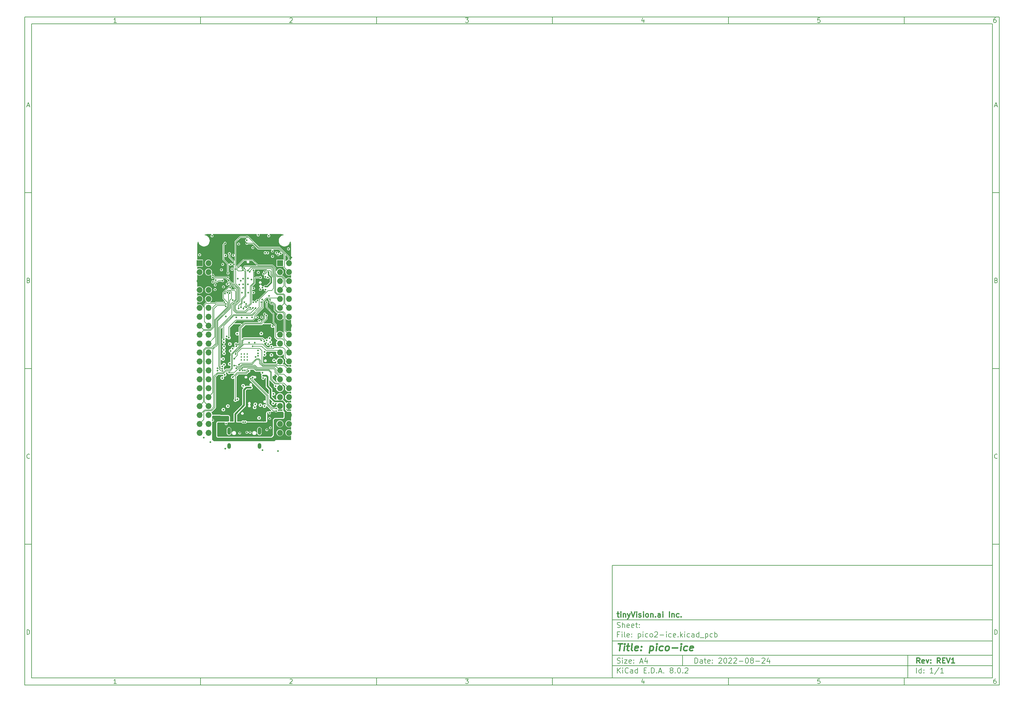
<source format=gbr>
%TF.GenerationSoftware,KiCad,Pcbnew,8.0.2*%
%TF.CreationDate,2024-10-27T15:33:14-07:00*%
%TF.ProjectId,pico2-ice,7069636f-322d-4696-9365-2e6b69636164,REV1*%
%TF.SameCoordinates,Original*%
%TF.FileFunction,Copper,L3,Inr*%
%TF.FilePolarity,Positive*%
%FSLAX46Y46*%
G04 Gerber Fmt 4.6, Leading zero omitted, Abs format (unit mm)*
G04 Created by KiCad (PCBNEW 8.0.2) date 2024-10-27 15:33:14*
%MOMM*%
%LPD*%
G01*
G04 APERTURE LIST*
%ADD10C,0.100000*%
%ADD11C,0.150000*%
%ADD12C,0.300000*%
%ADD13C,0.400000*%
%TA.AperFunction,ComponentPad*%
%ADD14O,1.000000X2.100000*%
%TD*%
%TA.AperFunction,ComponentPad*%
%ADD15O,1.000000X1.600000*%
%TD*%
%TA.AperFunction,ComponentPad*%
%ADD16R,1.700000X1.700000*%
%TD*%
%TA.AperFunction,ComponentPad*%
%ADD17O,1.700000X1.700000*%
%TD*%
%TA.AperFunction,HeatsinkPad*%
%ADD18C,0.425000*%
%TD*%
%TA.AperFunction,ViaPad*%
%ADD19C,0.508000*%
%TD*%
%TA.AperFunction,Conductor*%
%ADD20C,0.406400*%
%TD*%
%TA.AperFunction,Conductor*%
%ADD21C,0.152400*%
%TD*%
%TA.AperFunction,Conductor*%
%ADD22C,0.508000*%
%TD*%
G04 APERTURE END LIST*
D10*
D11*
X177002200Y-166007200D02*
X285002200Y-166007200D01*
X285002200Y-198007200D01*
X177002200Y-198007200D01*
X177002200Y-166007200D01*
D10*
D11*
X10000000Y-10000000D02*
X287002200Y-10000000D01*
X287002200Y-200007200D01*
X10000000Y-200007200D01*
X10000000Y-10000000D01*
D10*
D11*
X12000000Y-12000000D02*
X285002200Y-12000000D01*
X285002200Y-198007200D01*
X12000000Y-198007200D01*
X12000000Y-12000000D01*
D10*
D11*
X60000000Y-12000000D02*
X60000000Y-10000000D01*
D10*
D11*
X110000000Y-12000000D02*
X110000000Y-10000000D01*
D10*
D11*
X160000000Y-12000000D02*
X160000000Y-10000000D01*
D10*
D11*
X210000000Y-12000000D02*
X210000000Y-10000000D01*
D10*
D11*
X260000000Y-12000000D02*
X260000000Y-10000000D01*
D10*
D11*
X36089160Y-11593604D02*
X35346303Y-11593604D01*
X35717731Y-11593604D02*
X35717731Y-10293604D01*
X35717731Y-10293604D02*
X35593922Y-10479319D01*
X35593922Y-10479319D02*
X35470112Y-10603128D01*
X35470112Y-10603128D02*
X35346303Y-10665033D01*
D10*
D11*
X85346303Y-10417414D02*
X85408207Y-10355509D01*
X85408207Y-10355509D02*
X85532017Y-10293604D01*
X85532017Y-10293604D02*
X85841541Y-10293604D01*
X85841541Y-10293604D02*
X85965350Y-10355509D01*
X85965350Y-10355509D02*
X86027255Y-10417414D01*
X86027255Y-10417414D02*
X86089160Y-10541223D01*
X86089160Y-10541223D02*
X86089160Y-10665033D01*
X86089160Y-10665033D02*
X86027255Y-10850747D01*
X86027255Y-10850747D02*
X85284398Y-11593604D01*
X85284398Y-11593604D02*
X86089160Y-11593604D01*
D10*
D11*
X135284398Y-10293604D02*
X136089160Y-10293604D01*
X136089160Y-10293604D02*
X135655826Y-10788842D01*
X135655826Y-10788842D02*
X135841541Y-10788842D01*
X135841541Y-10788842D02*
X135965350Y-10850747D01*
X135965350Y-10850747D02*
X136027255Y-10912652D01*
X136027255Y-10912652D02*
X136089160Y-11036461D01*
X136089160Y-11036461D02*
X136089160Y-11345985D01*
X136089160Y-11345985D02*
X136027255Y-11469795D01*
X136027255Y-11469795D02*
X135965350Y-11531700D01*
X135965350Y-11531700D02*
X135841541Y-11593604D01*
X135841541Y-11593604D02*
X135470112Y-11593604D01*
X135470112Y-11593604D02*
X135346303Y-11531700D01*
X135346303Y-11531700D02*
X135284398Y-11469795D01*
D10*
D11*
X185965350Y-10726938D02*
X185965350Y-11593604D01*
X185655826Y-10231700D02*
X185346303Y-11160271D01*
X185346303Y-11160271D02*
X186151064Y-11160271D01*
D10*
D11*
X236027255Y-10293604D02*
X235408207Y-10293604D01*
X235408207Y-10293604D02*
X235346303Y-10912652D01*
X235346303Y-10912652D02*
X235408207Y-10850747D01*
X235408207Y-10850747D02*
X235532017Y-10788842D01*
X235532017Y-10788842D02*
X235841541Y-10788842D01*
X235841541Y-10788842D02*
X235965350Y-10850747D01*
X235965350Y-10850747D02*
X236027255Y-10912652D01*
X236027255Y-10912652D02*
X236089160Y-11036461D01*
X236089160Y-11036461D02*
X236089160Y-11345985D01*
X236089160Y-11345985D02*
X236027255Y-11469795D01*
X236027255Y-11469795D02*
X235965350Y-11531700D01*
X235965350Y-11531700D02*
X235841541Y-11593604D01*
X235841541Y-11593604D02*
X235532017Y-11593604D01*
X235532017Y-11593604D02*
X235408207Y-11531700D01*
X235408207Y-11531700D02*
X235346303Y-11469795D01*
D10*
D11*
X285965350Y-10293604D02*
X285717731Y-10293604D01*
X285717731Y-10293604D02*
X285593922Y-10355509D01*
X285593922Y-10355509D02*
X285532017Y-10417414D01*
X285532017Y-10417414D02*
X285408207Y-10603128D01*
X285408207Y-10603128D02*
X285346303Y-10850747D01*
X285346303Y-10850747D02*
X285346303Y-11345985D01*
X285346303Y-11345985D02*
X285408207Y-11469795D01*
X285408207Y-11469795D02*
X285470112Y-11531700D01*
X285470112Y-11531700D02*
X285593922Y-11593604D01*
X285593922Y-11593604D02*
X285841541Y-11593604D01*
X285841541Y-11593604D02*
X285965350Y-11531700D01*
X285965350Y-11531700D02*
X286027255Y-11469795D01*
X286027255Y-11469795D02*
X286089160Y-11345985D01*
X286089160Y-11345985D02*
X286089160Y-11036461D01*
X286089160Y-11036461D02*
X286027255Y-10912652D01*
X286027255Y-10912652D02*
X285965350Y-10850747D01*
X285965350Y-10850747D02*
X285841541Y-10788842D01*
X285841541Y-10788842D02*
X285593922Y-10788842D01*
X285593922Y-10788842D02*
X285470112Y-10850747D01*
X285470112Y-10850747D02*
X285408207Y-10912652D01*
X285408207Y-10912652D02*
X285346303Y-11036461D01*
D10*
D11*
X60000000Y-198007200D02*
X60000000Y-200007200D01*
D10*
D11*
X110000000Y-198007200D02*
X110000000Y-200007200D01*
D10*
D11*
X160000000Y-198007200D02*
X160000000Y-200007200D01*
D10*
D11*
X210000000Y-198007200D02*
X210000000Y-200007200D01*
D10*
D11*
X260000000Y-198007200D02*
X260000000Y-200007200D01*
D10*
D11*
X36089160Y-199600804D02*
X35346303Y-199600804D01*
X35717731Y-199600804D02*
X35717731Y-198300804D01*
X35717731Y-198300804D02*
X35593922Y-198486519D01*
X35593922Y-198486519D02*
X35470112Y-198610328D01*
X35470112Y-198610328D02*
X35346303Y-198672233D01*
D10*
D11*
X85346303Y-198424614D02*
X85408207Y-198362709D01*
X85408207Y-198362709D02*
X85532017Y-198300804D01*
X85532017Y-198300804D02*
X85841541Y-198300804D01*
X85841541Y-198300804D02*
X85965350Y-198362709D01*
X85965350Y-198362709D02*
X86027255Y-198424614D01*
X86027255Y-198424614D02*
X86089160Y-198548423D01*
X86089160Y-198548423D02*
X86089160Y-198672233D01*
X86089160Y-198672233D02*
X86027255Y-198857947D01*
X86027255Y-198857947D02*
X85284398Y-199600804D01*
X85284398Y-199600804D02*
X86089160Y-199600804D01*
D10*
D11*
X135284398Y-198300804D02*
X136089160Y-198300804D01*
X136089160Y-198300804D02*
X135655826Y-198796042D01*
X135655826Y-198796042D02*
X135841541Y-198796042D01*
X135841541Y-198796042D02*
X135965350Y-198857947D01*
X135965350Y-198857947D02*
X136027255Y-198919852D01*
X136027255Y-198919852D02*
X136089160Y-199043661D01*
X136089160Y-199043661D02*
X136089160Y-199353185D01*
X136089160Y-199353185D02*
X136027255Y-199476995D01*
X136027255Y-199476995D02*
X135965350Y-199538900D01*
X135965350Y-199538900D02*
X135841541Y-199600804D01*
X135841541Y-199600804D02*
X135470112Y-199600804D01*
X135470112Y-199600804D02*
X135346303Y-199538900D01*
X135346303Y-199538900D02*
X135284398Y-199476995D01*
D10*
D11*
X185965350Y-198734138D02*
X185965350Y-199600804D01*
X185655826Y-198238900D02*
X185346303Y-199167471D01*
X185346303Y-199167471D02*
X186151064Y-199167471D01*
D10*
D11*
X236027255Y-198300804D02*
X235408207Y-198300804D01*
X235408207Y-198300804D02*
X235346303Y-198919852D01*
X235346303Y-198919852D02*
X235408207Y-198857947D01*
X235408207Y-198857947D02*
X235532017Y-198796042D01*
X235532017Y-198796042D02*
X235841541Y-198796042D01*
X235841541Y-198796042D02*
X235965350Y-198857947D01*
X235965350Y-198857947D02*
X236027255Y-198919852D01*
X236027255Y-198919852D02*
X236089160Y-199043661D01*
X236089160Y-199043661D02*
X236089160Y-199353185D01*
X236089160Y-199353185D02*
X236027255Y-199476995D01*
X236027255Y-199476995D02*
X235965350Y-199538900D01*
X235965350Y-199538900D02*
X235841541Y-199600804D01*
X235841541Y-199600804D02*
X235532017Y-199600804D01*
X235532017Y-199600804D02*
X235408207Y-199538900D01*
X235408207Y-199538900D02*
X235346303Y-199476995D01*
D10*
D11*
X285965350Y-198300804D02*
X285717731Y-198300804D01*
X285717731Y-198300804D02*
X285593922Y-198362709D01*
X285593922Y-198362709D02*
X285532017Y-198424614D01*
X285532017Y-198424614D02*
X285408207Y-198610328D01*
X285408207Y-198610328D02*
X285346303Y-198857947D01*
X285346303Y-198857947D02*
X285346303Y-199353185D01*
X285346303Y-199353185D02*
X285408207Y-199476995D01*
X285408207Y-199476995D02*
X285470112Y-199538900D01*
X285470112Y-199538900D02*
X285593922Y-199600804D01*
X285593922Y-199600804D02*
X285841541Y-199600804D01*
X285841541Y-199600804D02*
X285965350Y-199538900D01*
X285965350Y-199538900D02*
X286027255Y-199476995D01*
X286027255Y-199476995D02*
X286089160Y-199353185D01*
X286089160Y-199353185D02*
X286089160Y-199043661D01*
X286089160Y-199043661D02*
X286027255Y-198919852D01*
X286027255Y-198919852D02*
X285965350Y-198857947D01*
X285965350Y-198857947D02*
X285841541Y-198796042D01*
X285841541Y-198796042D02*
X285593922Y-198796042D01*
X285593922Y-198796042D02*
X285470112Y-198857947D01*
X285470112Y-198857947D02*
X285408207Y-198919852D01*
X285408207Y-198919852D02*
X285346303Y-199043661D01*
D10*
D11*
X10000000Y-60000000D02*
X12000000Y-60000000D01*
D10*
D11*
X10000000Y-110000000D02*
X12000000Y-110000000D01*
D10*
D11*
X10000000Y-160000000D02*
X12000000Y-160000000D01*
D10*
D11*
X10690476Y-35222176D02*
X11309523Y-35222176D01*
X10566666Y-35593604D02*
X10999999Y-34293604D01*
X10999999Y-34293604D02*
X11433333Y-35593604D01*
D10*
D11*
X11092857Y-84912652D02*
X11278571Y-84974557D01*
X11278571Y-84974557D02*
X11340476Y-85036461D01*
X11340476Y-85036461D02*
X11402380Y-85160271D01*
X11402380Y-85160271D02*
X11402380Y-85345985D01*
X11402380Y-85345985D02*
X11340476Y-85469795D01*
X11340476Y-85469795D02*
X11278571Y-85531700D01*
X11278571Y-85531700D02*
X11154761Y-85593604D01*
X11154761Y-85593604D02*
X10659523Y-85593604D01*
X10659523Y-85593604D02*
X10659523Y-84293604D01*
X10659523Y-84293604D02*
X11092857Y-84293604D01*
X11092857Y-84293604D02*
X11216666Y-84355509D01*
X11216666Y-84355509D02*
X11278571Y-84417414D01*
X11278571Y-84417414D02*
X11340476Y-84541223D01*
X11340476Y-84541223D02*
X11340476Y-84665033D01*
X11340476Y-84665033D02*
X11278571Y-84788842D01*
X11278571Y-84788842D02*
X11216666Y-84850747D01*
X11216666Y-84850747D02*
X11092857Y-84912652D01*
X11092857Y-84912652D02*
X10659523Y-84912652D01*
D10*
D11*
X11402380Y-135469795D02*
X11340476Y-135531700D01*
X11340476Y-135531700D02*
X11154761Y-135593604D01*
X11154761Y-135593604D02*
X11030952Y-135593604D01*
X11030952Y-135593604D02*
X10845238Y-135531700D01*
X10845238Y-135531700D02*
X10721428Y-135407890D01*
X10721428Y-135407890D02*
X10659523Y-135284080D01*
X10659523Y-135284080D02*
X10597619Y-135036461D01*
X10597619Y-135036461D02*
X10597619Y-134850747D01*
X10597619Y-134850747D02*
X10659523Y-134603128D01*
X10659523Y-134603128D02*
X10721428Y-134479319D01*
X10721428Y-134479319D02*
X10845238Y-134355509D01*
X10845238Y-134355509D02*
X11030952Y-134293604D01*
X11030952Y-134293604D02*
X11154761Y-134293604D01*
X11154761Y-134293604D02*
X11340476Y-134355509D01*
X11340476Y-134355509D02*
X11402380Y-134417414D01*
D10*
D11*
X10659523Y-185593604D02*
X10659523Y-184293604D01*
X10659523Y-184293604D02*
X10969047Y-184293604D01*
X10969047Y-184293604D02*
X11154761Y-184355509D01*
X11154761Y-184355509D02*
X11278571Y-184479319D01*
X11278571Y-184479319D02*
X11340476Y-184603128D01*
X11340476Y-184603128D02*
X11402380Y-184850747D01*
X11402380Y-184850747D02*
X11402380Y-185036461D01*
X11402380Y-185036461D02*
X11340476Y-185284080D01*
X11340476Y-185284080D02*
X11278571Y-185407890D01*
X11278571Y-185407890D02*
X11154761Y-185531700D01*
X11154761Y-185531700D02*
X10969047Y-185593604D01*
X10969047Y-185593604D02*
X10659523Y-185593604D01*
D10*
D11*
X287002200Y-60000000D02*
X285002200Y-60000000D01*
D10*
D11*
X287002200Y-110000000D02*
X285002200Y-110000000D01*
D10*
D11*
X287002200Y-160000000D02*
X285002200Y-160000000D01*
D10*
D11*
X285692676Y-35222176D02*
X286311723Y-35222176D01*
X285568866Y-35593604D02*
X286002199Y-34293604D01*
X286002199Y-34293604D02*
X286435533Y-35593604D01*
D10*
D11*
X286095057Y-84912652D02*
X286280771Y-84974557D01*
X286280771Y-84974557D02*
X286342676Y-85036461D01*
X286342676Y-85036461D02*
X286404580Y-85160271D01*
X286404580Y-85160271D02*
X286404580Y-85345985D01*
X286404580Y-85345985D02*
X286342676Y-85469795D01*
X286342676Y-85469795D02*
X286280771Y-85531700D01*
X286280771Y-85531700D02*
X286156961Y-85593604D01*
X286156961Y-85593604D02*
X285661723Y-85593604D01*
X285661723Y-85593604D02*
X285661723Y-84293604D01*
X285661723Y-84293604D02*
X286095057Y-84293604D01*
X286095057Y-84293604D02*
X286218866Y-84355509D01*
X286218866Y-84355509D02*
X286280771Y-84417414D01*
X286280771Y-84417414D02*
X286342676Y-84541223D01*
X286342676Y-84541223D02*
X286342676Y-84665033D01*
X286342676Y-84665033D02*
X286280771Y-84788842D01*
X286280771Y-84788842D02*
X286218866Y-84850747D01*
X286218866Y-84850747D02*
X286095057Y-84912652D01*
X286095057Y-84912652D02*
X285661723Y-84912652D01*
D10*
D11*
X286404580Y-135469795D02*
X286342676Y-135531700D01*
X286342676Y-135531700D02*
X286156961Y-135593604D01*
X286156961Y-135593604D02*
X286033152Y-135593604D01*
X286033152Y-135593604D02*
X285847438Y-135531700D01*
X285847438Y-135531700D02*
X285723628Y-135407890D01*
X285723628Y-135407890D02*
X285661723Y-135284080D01*
X285661723Y-135284080D02*
X285599819Y-135036461D01*
X285599819Y-135036461D02*
X285599819Y-134850747D01*
X285599819Y-134850747D02*
X285661723Y-134603128D01*
X285661723Y-134603128D02*
X285723628Y-134479319D01*
X285723628Y-134479319D02*
X285847438Y-134355509D01*
X285847438Y-134355509D02*
X286033152Y-134293604D01*
X286033152Y-134293604D02*
X286156961Y-134293604D01*
X286156961Y-134293604D02*
X286342676Y-134355509D01*
X286342676Y-134355509D02*
X286404580Y-134417414D01*
D10*
D11*
X285661723Y-185593604D02*
X285661723Y-184293604D01*
X285661723Y-184293604D02*
X285971247Y-184293604D01*
X285971247Y-184293604D02*
X286156961Y-184355509D01*
X286156961Y-184355509D02*
X286280771Y-184479319D01*
X286280771Y-184479319D02*
X286342676Y-184603128D01*
X286342676Y-184603128D02*
X286404580Y-184850747D01*
X286404580Y-184850747D02*
X286404580Y-185036461D01*
X286404580Y-185036461D02*
X286342676Y-185284080D01*
X286342676Y-185284080D02*
X286280771Y-185407890D01*
X286280771Y-185407890D02*
X286156961Y-185531700D01*
X286156961Y-185531700D02*
X285971247Y-185593604D01*
X285971247Y-185593604D02*
X285661723Y-185593604D01*
D10*
D11*
X200458026Y-193793328D02*
X200458026Y-192293328D01*
X200458026Y-192293328D02*
X200815169Y-192293328D01*
X200815169Y-192293328D02*
X201029455Y-192364757D01*
X201029455Y-192364757D02*
X201172312Y-192507614D01*
X201172312Y-192507614D02*
X201243741Y-192650471D01*
X201243741Y-192650471D02*
X201315169Y-192936185D01*
X201315169Y-192936185D02*
X201315169Y-193150471D01*
X201315169Y-193150471D02*
X201243741Y-193436185D01*
X201243741Y-193436185D02*
X201172312Y-193579042D01*
X201172312Y-193579042D02*
X201029455Y-193721900D01*
X201029455Y-193721900D02*
X200815169Y-193793328D01*
X200815169Y-193793328D02*
X200458026Y-193793328D01*
X202600884Y-193793328D02*
X202600884Y-193007614D01*
X202600884Y-193007614D02*
X202529455Y-192864757D01*
X202529455Y-192864757D02*
X202386598Y-192793328D01*
X202386598Y-192793328D02*
X202100884Y-192793328D01*
X202100884Y-192793328D02*
X201958026Y-192864757D01*
X202600884Y-193721900D02*
X202458026Y-193793328D01*
X202458026Y-193793328D02*
X202100884Y-193793328D01*
X202100884Y-193793328D02*
X201958026Y-193721900D01*
X201958026Y-193721900D02*
X201886598Y-193579042D01*
X201886598Y-193579042D02*
X201886598Y-193436185D01*
X201886598Y-193436185D02*
X201958026Y-193293328D01*
X201958026Y-193293328D02*
X202100884Y-193221900D01*
X202100884Y-193221900D02*
X202458026Y-193221900D01*
X202458026Y-193221900D02*
X202600884Y-193150471D01*
X203100884Y-192793328D02*
X203672312Y-192793328D01*
X203315169Y-192293328D02*
X203315169Y-193579042D01*
X203315169Y-193579042D02*
X203386598Y-193721900D01*
X203386598Y-193721900D02*
X203529455Y-193793328D01*
X203529455Y-193793328D02*
X203672312Y-193793328D01*
X204743741Y-193721900D02*
X204600884Y-193793328D01*
X204600884Y-193793328D02*
X204315170Y-193793328D01*
X204315170Y-193793328D02*
X204172312Y-193721900D01*
X204172312Y-193721900D02*
X204100884Y-193579042D01*
X204100884Y-193579042D02*
X204100884Y-193007614D01*
X204100884Y-193007614D02*
X204172312Y-192864757D01*
X204172312Y-192864757D02*
X204315170Y-192793328D01*
X204315170Y-192793328D02*
X204600884Y-192793328D01*
X204600884Y-192793328D02*
X204743741Y-192864757D01*
X204743741Y-192864757D02*
X204815170Y-193007614D01*
X204815170Y-193007614D02*
X204815170Y-193150471D01*
X204815170Y-193150471D02*
X204100884Y-193293328D01*
X205458026Y-193650471D02*
X205529455Y-193721900D01*
X205529455Y-193721900D02*
X205458026Y-193793328D01*
X205458026Y-193793328D02*
X205386598Y-193721900D01*
X205386598Y-193721900D02*
X205458026Y-193650471D01*
X205458026Y-193650471D02*
X205458026Y-193793328D01*
X205458026Y-192864757D02*
X205529455Y-192936185D01*
X205529455Y-192936185D02*
X205458026Y-193007614D01*
X205458026Y-193007614D02*
X205386598Y-192936185D01*
X205386598Y-192936185D02*
X205458026Y-192864757D01*
X205458026Y-192864757D02*
X205458026Y-193007614D01*
X207243741Y-192436185D02*
X207315169Y-192364757D01*
X207315169Y-192364757D02*
X207458027Y-192293328D01*
X207458027Y-192293328D02*
X207815169Y-192293328D01*
X207815169Y-192293328D02*
X207958027Y-192364757D01*
X207958027Y-192364757D02*
X208029455Y-192436185D01*
X208029455Y-192436185D02*
X208100884Y-192579042D01*
X208100884Y-192579042D02*
X208100884Y-192721900D01*
X208100884Y-192721900D02*
X208029455Y-192936185D01*
X208029455Y-192936185D02*
X207172312Y-193793328D01*
X207172312Y-193793328D02*
X208100884Y-193793328D01*
X209029455Y-192293328D02*
X209172312Y-192293328D01*
X209172312Y-192293328D02*
X209315169Y-192364757D01*
X209315169Y-192364757D02*
X209386598Y-192436185D01*
X209386598Y-192436185D02*
X209458026Y-192579042D01*
X209458026Y-192579042D02*
X209529455Y-192864757D01*
X209529455Y-192864757D02*
X209529455Y-193221900D01*
X209529455Y-193221900D02*
X209458026Y-193507614D01*
X209458026Y-193507614D02*
X209386598Y-193650471D01*
X209386598Y-193650471D02*
X209315169Y-193721900D01*
X209315169Y-193721900D02*
X209172312Y-193793328D01*
X209172312Y-193793328D02*
X209029455Y-193793328D01*
X209029455Y-193793328D02*
X208886598Y-193721900D01*
X208886598Y-193721900D02*
X208815169Y-193650471D01*
X208815169Y-193650471D02*
X208743740Y-193507614D01*
X208743740Y-193507614D02*
X208672312Y-193221900D01*
X208672312Y-193221900D02*
X208672312Y-192864757D01*
X208672312Y-192864757D02*
X208743740Y-192579042D01*
X208743740Y-192579042D02*
X208815169Y-192436185D01*
X208815169Y-192436185D02*
X208886598Y-192364757D01*
X208886598Y-192364757D02*
X209029455Y-192293328D01*
X210100883Y-192436185D02*
X210172311Y-192364757D01*
X210172311Y-192364757D02*
X210315169Y-192293328D01*
X210315169Y-192293328D02*
X210672311Y-192293328D01*
X210672311Y-192293328D02*
X210815169Y-192364757D01*
X210815169Y-192364757D02*
X210886597Y-192436185D01*
X210886597Y-192436185D02*
X210958026Y-192579042D01*
X210958026Y-192579042D02*
X210958026Y-192721900D01*
X210958026Y-192721900D02*
X210886597Y-192936185D01*
X210886597Y-192936185D02*
X210029454Y-193793328D01*
X210029454Y-193793328D02*
X210958026Y-193793328D01*
X211529454Y-192436185D02*
X211600882Y-192364757D01*
X211600882Y-192364757D02*
X211743740Y-192293328D01*
X211743740Y-192293328D02*
X212100882Y-192293328D01*
X212100882Y-192293328D02*
X212243740Y-192364757D01*
X212243740Y-192364757D02*
X212315168Y-192436185D01*
X212315168Y-192436185D02*
X212386597Y-192579042D01*
X212386597Y-192579042D02*
X212386597Y-192721900D01*
X212386597Y-192721900D02*
X212315168Y-192936185D01*
X212315168Y-192936185D02*
X211458025Y-193793328D01*
X211458025Y-193793328D02*
X212386597Y-193793328D01*
X213029453Y-193221900D02*
X214172311Y-193221900D01*
X215172311Y-192293328D02*
X215315168Y-192293328D01*
X215315168Y-192293328D02*
X215458025Y-192364757D01*
X215458025Y-192364757D02*
X215529454Y-192436185D01*
X215529454Y-192436185D02*
X215600882Y-192579042D01*
X215600882Y-192579042D02*
X215672311Y-192864757D01*
X215672311Y-192864757D02*
X215672311Y-193221900D01*
X215672311Y-193221900D02*
X215600882Y-193507614D01*
X215600882Y-193507614D02*
X215529454Y-193650471D01*
X215529454Y-193650471D02*
X215458025Y-193721900D01*
X215458025Y-193721900D02*
X215315168Y-193793328D01*
X215315168Y-193793328D02*
X215172311Y-193793328D01*
X215172311Y-193793328D02*
X215029454Y-193721900D01*
X215029454Y-193721900D02*
X214958025Y-193650471D01*
X214958025Y-193650471D02*
X214886596Y-193507614D01*
X214886596Y-193507614D02*
X214815168Y-193221900D01*
X214815168Y-193221900D02*
X214815168Y-192864757D01*
X214815168Y-192864757D02*
X214886596Y-192579042D01*
X214886596Y-192579042D02*
X214958025Y-192436185D01*
X214958025Y-192436185D02*
X215029454Y-192364757D01*
X215029454Y-192364757D02*
X215172311Y-192293328D01*
X216529453Y-192936185D02*
X216386596Y-192864757D01*
X216386596Y-192864757D02*
X216315167Y-192793328D01*
X216315167Y-192793328D02*
X216243739Y-192650471D01*
X216243739Y-192650471D02*
X216243739Y-192579042D01*
X216243739Y-192579042D02*
X216315167Y-192436185D01*
X216315167Y-192436185D02*
X216386596Y-192364757D01*
X216386596Y-192364757D02*
X216529453Y-192293328D01*
X216529453Y-192293328D02*
X216815167Y-192293328D01*
X216815167Y-192293328D02*
X216958025Y-192364757D01*
X216958025Y-192364757D02*
X217029453Y-192436185D01*
X217029453Y-192436185D02*
X217100882Y-192579042D01*
X217100882Y-192579042D02*
X217100882Y-192650471D01*
X217100882Y-192650471D02*
X217029453Y-192793328D01*
X217029453Y-192793328D02*
X216958025Y-192864757D01*
X216958025Y-192864757D02*
X216815167Y-192936185D01*
X216815167Y-192936185D02*
X216529453Y-192936185D01*
X216529453Y-192936185D02*
X216386596Y-193007614D01*
X216386596Y-193007614D02*
X216315167Y-193079042D01*
X216315167Y-193079042D02*
X216243739Y-193221900D01*
X216243739Y-193221900D02*
X216243739Y-193507614D01*
X216243739Y-193507614D02*
X216315167Y-193650471D01*
X216315167Y-193650471D02*
X216386596Y-193721900D01*
X216386596Y-193721900D02*
X216529453Y-193793328D01*
X216529453Y-193793328D02*
X216815167Y-193793328D01*
X216815167Y-193793328D02*
X216958025Y-193721900D01*
X216958025Y-193721900D02*
X217029453Y-193650471D01*
X217029453Y-193650471D02*
X217100882Y-193507614D01*
X217100882Y-193507614D02*
X217100882Y-193221900D01*
X217100882Y-193221900D02*
X217029453Y-193079042D01*
X217029453Y-193079042D02*
X216958025Y-193007614D01*
X216958025Y-193007614D02*
X216815167Y-192936185D01*
X217743738Y-193221900D02*
X218886596Y-193221900D01*
X219529453Y-192436185D02*
X219600881Y-192364757D01*
X219600881Y-192364757D02*
X219743739Y-192293328D01*
X219743739Y-192293328D02*
X220100881Y-192293328D01*
X220100881Y-192293328D02*
X220243739Y-192364757D01*
X220243739Y-192364757D02*
X220315167Y-192436185D01*
X220315167Y-192436185D02*
X220386596Y-192579042D01*
X220386596Y-192579042D02*
X220386596Y-192721900D01*
X220386596Y-192721900D02*
X220315167Y-192936185D01*
X220315167Y-192936185D02*
X219458024Y-193793328D01*
X219458024Y-193793328D02*
X220386596Y-193793328D01*
X221672310Y-192793328D02*
X221672310Y-193793328D01*
X221315167Y-192221900D02*
X220958024Y-193293328D01*
X220958024Y-193293328D02*
X221886595Y-193293328D01*
D10*
D11*
X177002200Y-194507200D02*
X285002200Y-194507200D01*
D10*
D11*
X178458026Y-196593328D02*
X178458026Y-195093328D01*
X179315169Y-196593328D02*
X178672312Y-195736185D01*
X179315169Y-195093328D02*
X178458026Y-195950471D01*
X179958026Y-196593328D02*
X179958026Y-195593328D01*
X179958026Y-195093328D02*
X179886598Y-195164757D01*
X179886598Y-195164757D02*
X179958026Y-195236185D01*
X179958026Y-195236185D02*
X180029455Y-195164757D01*
X180029455Y-195164757D02*
X179958026Y-195093328D01*
X179958026Y-195093328D02*
X179958026Y-195236185D01*
X181529455Y-196450471D02*
X181458027Y-196521900D01*
X181458027Y-196521900D02*
X181243741Y-196593328D01*
X181243741Y-196593328D02*
X181100884Y-196593328D01*
X181100884Y-196593328D02*
X180886598Y-196521900D01*
X180886598Y-196521900D02*
X180743741Y-196379042D01*
X180743741Y-196379042D02*
X180672312Y-196236185D01*
X180672312Y-196236185D02*
X180600884Y-195950471D01*
X180600884Y-195950471D02*
X180600884Y-195736185D01*
X180600884Y-195736185D02*
X180672312Y-195450471D01*
X180672312Y-195450471D02*
X180743741Y-195307614D01*
X180743741Y-195307614D02*
X180886598Y-195164757D01*
X180886598Y-195164757D02*
X181100884Y-195093328D01*
X181100884Y-195093328D02*
X181243741Y-195093328D01*
X181243741Y-195093328D02*
X181458027Y-195164757D01*
X181458027Y-195164757D02*
X181529455Y-195236185D01*
X182815170Y-196593328D02*
X182815170Y-195807614D01*
X182815170Y-195807614D02*
X182743741Y-195664757D01*
X182743741Y-195664757D02*
X182600884Y-195593328D01*
X182600884Y-195593328D02*
X182315170Y-195593328D01*
X182315170Y-195593328D02*
X182172312Y-195664757D01*
X182815170Y-196521900D02*
X182672312Y-196593328D01*
X182672312Y-196593328D02*
X182315170Y-196593328D01*
X182315170Y-196593328D02*
X182172312Y-196521900D01*
X182172312Y-196521900D02*
X182100884Y-196379042D01*
X182100884Y-196379042D02*
X182100884Y-196236185D01*
X182100884Y-196236185D02*
X182172312Y-196093328D01*
X182172312Y-196093328D02*
X182315170Y-196021900D01*
X182315170Y-196021900D02*
X182672312Y-196021900D01*
X182672312Y-196021900D02*
X182815170Y-195950471D01*
X184172313Y-196593328D02*
X184172313Y-195093328D01*
X184172313Y-196521900D02*
X184029455Y-196593328D01*
X184029455Y-196593328D02*
X183743741Y-196593328D01*
X183743741Y-196593328D02*
X183600884Y-196521900D01*
X183600884Y-196521900D02*
X183529455Y-196450471D01*
X183529455Y-196450471D02*
X183458027Y-196307614D01*
X183458027Y-196307614D02*
X183458027Y-195879042D01*
X183458027Y-195879042D02*
X183529455Y-195736185D01*
X183529455Y-195736185D02*
X183600884Y-195664757D01*
X183600884Y-195664757D02*
X183743741Y-195593328D01*
X183743741Y-195593328D02*
X184029455Y-195593328D01*
X184029455Y-195593328D02*
X184172313Y-195664757D01*
X186029455Y-195807614D02*
X186529455Y-195807614D01*
X186743741Y-196593328D02*
X186029455Y-196593328D01*
X186029455Y-196593328D02*
X186029455Y-195093328D01*
X186029455Y-195093328D02*
X186743741Y-195093328D01*
X187386598Y-196450471D02*
X187458027Y-196521900D01*
X187458027Y-196521900D02*
X187386598Y-196593328D01*
X187386598Y-196593328D02*
X187315170Y-196521900D01*
X187315170Y-196521900D02*
X187386598Y-196450471D01*
X187386598Y-196450471D02*
X187386598Y-196593328D01*
X188100884Y-196593328D02*
X188100884Y-195093328D01*
X188100884Y-195093328D02*
X188458027Y-195093328D01*
X188458027Y-195093328D02*
X188672313Y-195164757D01*
X188672313Y-195164757D02*
X188815170Y-195307614D01*
X188815170Y-195307614D02*
X188886599Y-195450471D01*
X188886599Y-195450471D02*
X188958027Y-195736185D01*
X188958027Y-195736185D02*
X188958027Y-195950471D01*
X188958027Y-195950471D02*
X188886599Y-196236185D01*
X188886599Y-196236185D02*
X188815170Y-196379042D01*
X188815170Y-196379042D02*
X188672313Y-196521900D01*
X188672313Y-196521900D02*
X188458027Y-196593328D01*
X188458027Y-196593328D02*
X188100884Y-196593328D01*
X189600884Y-196450471D02*
X189672313Y-196521900D01*
X189672313Y-196521900D02*
X189600884Y-196593328D01*
X189600884Y-196593328D02*
X189529456Y-196521900D01*
X189529456Y-196521900D02*
X189600884Y-196450471D01*
X189600884Y-196450471D02*
X189600884Y-196593328D01*
X190243742Y-196164757D02*
X190958028Y-196164757D01*
X190100885Y-196593328D02*
X190600885Y-195093328D01*
X190600885Y-195093328D02*
X191100885Y-196593328D01*
X191600884Y-196450471D02*
X191672313Y-196521900D01*
X191672313Y-196521900D02*
X191600884Y-196593328D01*
X191600884Y-196593328D02*
X191529456Y-196521900D01*
X191529456Y-196521900D02*
X191600884Y-196450471D01*
X191600884Y-196450471D02*
X191600884Y-196593328D01*
X193672313Y-195736185D02*
X193529456Y-195664757D01*
X193529456Y-195664757D02*
X193458027Y-195593328D01*
X193458027Y-195593328D02*
X193386599Y-195450471D01*
X193386599Y-195450471D02*
X193386599Y-195379042D01*
X193386599Y-195379042D02*
X193458027Y-195236185D01*
X193458027Y-195236185D02*
X193529456Y-195164757D01*
X193529456Y-195164757D02*
X193672313Y-195093328D01*
X193672313Y-195093328D02*
X193958027Y-195093328D01*
X193958027Y-195093328D02*
X194100885Y-195164757D01*
X194100885Y-195164757D02*
X194172313Y-195236185D01*
X194172313Y-195236185D02*
X194243742Y-195379042D01*
X194243742Y-195379042D02*
X194243742Y-195450471D01*
X194243742Y-195450471D02*
X194172313Y-195593328D01*
X194172313Y-195593328D02*
X194100885Y-195664757D01*
X194100885Y-195664757D02*
X193958027Y-195736185D01*
X193958027Y-195736185D02*
X193672313Y-195736185D01*
X193672313Y-195736185D02*
X193529456Y-195807614D01*
X193529456Y-195807614D02*
X193458027Y-195879042D01*
X193458027Y-195879042D02*
X193386599Y-196021900D01*
X193386599Y-196021900D02*
X193386599Y-196307614D01*
X193386599Y-196307614D02*
X193458027Y-196450471D01*
X193458027Y-196450471D02*
X193529456Y-196521900D01*
X193529456Y-196521900D02*
X193672313Y-196593328D01*
X193672313Y-196593328D02*
X193958027Y-196593328D01*
X193958027Y-196593328D02*
X194100885Y-196521900D01*
X194100885Y-196521900D02*
X194172313Y-196450471D01*
X194172313Y-196450471D02*
X194243742Y-196307614D01*
X194243742Y-196307614D02*
X194243742Y-196021900D01*
X194243742Y-196021900D02*
X194172313Y-195879042D01*
X194172313Y-195879042D02*
X194100885Y-195807614D01*
X194100885Y-195807614D02*
X193958027Y-195736185D01*
X194886598Y-196450471D02*
X194958027Y-196521900D01*
X194958027Y-196521900D02*
X194886598Y-196593328D01*
X194886598Y-196593328D02*
X194815170Y-196521900D01*
X194815170Y-196521900D02*
X194886598Y-196450471D01*
X194886598Y-196450471D02*
X194886598Y-196593328D01*
X195886599Y-195093328D02*
X196029456Y-195093328D01*
X196029456Y-195093328D02*
X196172313Y-195164757D01*
X196172313Y-195164757D02*
X196243742Y-195236185D01*
X196243742Y-195236185D02*
X196315170Y-195379042D01*
X196315170Y-195379042D02*
X196386599Y-195664757D01*
X196386599Y-195664757D02*
X196386599Y-196021900D01*
X196386599Y-196021900D02*
X196315170Y-196307614D01*
X196315170Y-196307614D02*
X196243742Y-196450471D01*
X196243742Y-196450471D02*
X196172313Y-196521900D01*
X196172313Y-196521900D02*
X196029456Y-196593328D01*
X196029456Y-196593328D02*
X195886599Y-196593328D01*
X195886599Y-196593328D02*
X195743742Y-196521900D01*
X195743742Y-196521900D02*
X195672313Y-196450471D01*
X195672313Y-196450471D02*
X195600884Y-196307614D01*
X195600884Y-196307614D02*
X195529456Y-196021900D01*
X195529456Y-196021900D02*
X195529456Y-195664757D01*
X195529456Y-195664757D02*
X195600884Y-195379042D01*
X195600884Y-195379042D02*
X195672313Y-195236185D01*
X195672313Y-195236185D02*
X195743742Y-195164757D01*
X195743742Y-195164757D02*
X195886599Y-195093328D01*
X197029455Y-196450471D02*
X197100884Y-196521900D01*
X197100884Y-196521900D02*
X197029455Y-196593328D01*
X197029455Y-196593328D02*
X196958027Y-196521900D01*
X196958027Y-196521900D02*
X197029455Y-196450471D01*
X197029455Y-196450471D02*
X197029455Y-196593328D01*
X197672313Y-195236185D02*
X197743741Y-195164757D01*
X197743741Y-195164757D02*
X197886599Y-195093328D01*
X197886599Y-195093328D02*
X198243741Y-195093328D01*
X198243741Y-195093328D02*
X198386599Y-195164757D01*
X198386599Y-195164757D02*
X198458027Y-195236185D01*
X198458027Y-195236185D02*
X198529456Y-195379042D01*
X198529456Y-195379042D02*
X198529456Y-195521900D01*
X198529456Y-195521900D02*
X198458027Y-195736185D01*
X198458027Y-195736185D02*
X197600884Y-196593328D01*
X197600884Y-196593328D02*
X198529456Y-196593328D01*
D10*
D11*
X177002200Y-191507200D02*
X285002200Y-191507200D01*
D10*
D12*
X264413853Y-193785528D02*
X263913853Y-193071242D01*
X263556710Y-193785528D02*
X263556710Y-192285528D01*
X263556710Y-192285528D02*
X264128139Y-192285528D01*
X264128139Y-192285528D02*
X264270996Y-192356957D01*
X264270996Y-192356957D02*
X264342425Y-192428385D01*
X264342425Y-192428385D02*
X264413853Y-192571242D01*
X264413853Y-192571242D02*
X264413853Y-192785528D01*
X264413853Y-192785528D02*
X264342425Y-192928385D01*
X264342425Y-192928385D02*
X264270996Y-192999814D01*
X264270996Y-192999814D02*
X264128139Y-193071242D01*
X264128139Y-193071242D02*
X263556710Y-193071242D01*
X265628139Y-193714100D02*
X265485282Y-193785528D01*
X265485282Y-193785528D02*
X265199568Y-193785528D01*
X265199568Y-193785528D02*
X265056710Y-193714100D01*
X265056710Y-193714100D02*
X264985282Y-193571242D01*
X264985282Y-193571242D02*
X264985282Y-192999814D01*
X264985282Y-192999814D02*
X265056710Y-192856957D01*
X265056710Y-192856957D02*
X265199568Y-192785528D01*
X265199568Y-192785528D02*
X265485282Y-192785528D01*
X265485282Y-192785528D02*
X265628139Y-192856957D01*
X265628139Y-192856957D02*
X265699568Y-192999814D01*
X265699568Y-192999814D02*
X265699568Y-193142671D01*
X265699568Y-193142671D02*
X264985282Y-193285528D01*
X266199567Y-192785528D02*
X266556710Y-193785528D01*
X266556710Y-193785528D02*
X266913853Y-192785528D01*
X267485281Y-193642671D02*
X267556710Y-193714100D01*
X267556710Y-193714100D02*
X267485281Y-193785528D01*
X267485281Y-193785528D02*
X267413853Y-193714100D01*
X267413853Y-193714100D02*
X267485281Y-193642671D01*
X267485281Y-193642671D02*
X267485281Y-193785528D01*
X267485281Y-192856957D02*
X267556710Y-192928385D01*
X267556710Y-192928385D02*
X267485281Y-192999814D01*
X267485281Y-192999814D02*
X267413853Y-192928385D01*
X267413853Y-192928385D02*
X267485281Y-192856957D01*
X267485281Y-192856957D02*
X267485281Y-192999814D01*
X270199567Y-193785528D02*
X269699567Y-193071242D01*
X269342424Y-193785528D02*
X269342424Y-192285528D01*
X269342424Y-192285528D02*
X269913853Y-192285528D01*
X269913853Y-192285528D02*
X270056710Y-192356957D01*
X270056710Y-192356957D02*
X270128139Y-192428385D01*
X270128139Y-192428385D02*
X270199567Y-192571242D01*
X270199567Y-192571242D02*
X270199567Y-192785528D01*
X270199567Y-192785528D02*
X270128139Y-192928385D01*
X270128139Y-192928385D02*
X270056710Y-192999814D01*
X270056710Y-192999814D02*
X269913853Y-193071242D01*
X269913853Y-193071242D02*
X269342424Y-193071242D01*
X270842424Y-192999814D02*
X271342424Y-192999814D01*
X271556710Y-193785528D02*
X270842424Y-193785528D01*
X270842424Y-193785528D02*
X270842424Y-192285528D01*
X270842424Y-192285528D02*
X271556710Y-192285528D01*
X271985282Y-192285528D02*
X272485282Y-193785528D01*
X272485282Y-193785528D02*
X272985282Y-192285528D01*
X274270996Y-193785528D02*
X273413853Y-193785528D01*
X273842424Y-193785528D02*
X273842424Y-192285528D01*
X273842424Y-192285528D02*
X273699567Y-192499814D01*
X273699567Y-192499814D02*
X273556710Y-192642671D01*
X273556710Y-192642671D02*
X273413853Y-192714100D01*
D10*
D11*
X178386598Y-193721900D02*
X178600884Y-193793328D01*
X178600884Y-193793328D02*
X178958026Y-193793328D01*
X178958026Y-193793328D02*
X179100884Y-193721900D01*
X179100884Y-193721900D02*
X179172312Y-193650471D01*
X179172312Y-193650471D02*
X179243741Y-193507614D01*
X179243741Y-193507614D02*
X179243741Y-193364757D01*
X179243741Y-193364757D02*
X179172312Y-193221900D01*
X179172312Y-193221900D02*
X179100884Y-193150471D01*
X179100884Y-193150471D02*
X178958026Y-193079042D01*
X178958026Y-193079042D02*
X178672312Y-193007614D01*
X178672312Y-193007614D02*
X178529455Y-192936185D01*
X178529455Y-192936185D02*
X178458026Y-192864757D01*
X178458026Y-192864757D02*
X178386598Y-192721900D01*
X178386598Y-192721900D02*
X178386598Y-192579042D01*
X178386598Y-192579042D02*
X178458026Y-192436185D01*
X178458026Y-192436185D02*
X178529455Y-192364757D01*
X178529455Y-192364757D02*
X178672312Y-192293328D01*
X178672312Y-192293328D02*
X179029455Y-192293328D01*
X179029455Y-192293328D02*
X179243741Y-192364757D01*
X179886597Y-193793328D02*
X179886597Y-192793328D01*
X179886597Y-192293328D02*
X179815169Y-192364757D01*
X179815169Y-192364757D02*
X179886597Y-192436185D01*
X179886597Y-192436185D02*
X179958026Y-192364757D01*
X179958026Y-192364757D02*
X179886597Y-192293328D01*
X179886597Y-192293328D02*
X179886597Y-192436185D01*
X180458026Y-192793328D02*
X181243741Y-192793328D01*
X181243741Y-192793328D02*
X180458026Y-193793328D01*
X180458026Y-193793328D02*
X181243741Y-193793328D01*
X182386598Y-193721900D02*
X182243741Y-193793328D01*
X182243741Y-193793328D02*
X181958027Y-193793328D01*
X181958027Y-193793328D02*
X181815169Y-193721900D01*
X181815169Y-193721900D02*
X181743741Y-193579042D01*
X181743741Y-193579042D02*
X181743741Y-193007614D01*
X181743741Y-193007614D02*
X181815169Y-192864757D01*
X181815169Y-192864757D02*
X181958027Y-192793328D01*
X181958027Y-192793328D02*
X182243741Y-192793328D01*
X182243741Y-192793328D02*
X182386598Y-192864757D01*
X182386598Y-192864757D02*
X182458027Y-193007614D01*
X182458027Y-193007614D02*
X182458027Y-193150471D01*
X182458027Y-193150471D02*
X181743741Y-193293328D01*
X183100883Y-193650471D02*
X183172312Y-193721900D01*
X183172312Y-193721900D02*
X183100883Y-193793328D01*
X183100883Y-193793328D02*
X183029455Y-193721900D01*
X183029455Y-193721900D02*
X183100883Y-193650471D01*
X183100883Y-193650471D02*
X183100883Y-193793328D01*
X183100883Y-192864757D02*
X183172312Y-192936185D01*
X183172312Y-192936185D02*
X183100883Y-193007614D01*
X183100883Y-193007614D02*
X183029455Y-192936185D01*
X183029455Y-192936185D02*
X183100883Y-192864757D01*
X183100883Y-192864757D02*
X183100883Y-193007614D01*
X184886598Y-193364757D02*
X185600884Y-193364757D01*
X184743741Y-193793328D02*
X185243741Y-192293328D01*
X185243741Y-192293328D02*
X185743741Y-193793328D01*
X186886598Y-192793328D02*
X186886598Y-193793328D01*
X186529455Y-192221900D02*
X186172312Y-193293328D01*
X186172312Y-193293328D02*
X187100883Y-193293328D01*
D10*
D11*
X263458026Y-196593328D02*
X263458026Y-195093328D01*
X264815170Y-196593328D02*
X264815170Y-195093328D01*
X264815170Y-196521900D02*
X264672312Y-196593328D01*
X264672312Y-196593328D02*
X264386598Y-196593328D01*
X264386598Y-196593328D02*
X264243741Y-196521900D01*
X264243741Y-196521900D02*
X264172312Y-196450471D01*
X264172312Y-196450471D02*
X264100884Y-196307614D01*
X264100884Y-196307614D02*
X264100884Y-195879042D01*
X264100884Y-195879042D02*
X264172312Y-195736185D01*
X264172312Y-195736185D02*
X264243741Y-195664757D01*
X264243741Y-195664757D02*
X264386598Y-195593328D01*
X264386598Y-195593328D02*
X264672312Y-195593328D01*
X264672312Y-195593328D02*
X264815170Y-195664757D01*
X265529455Y-196450471D02*
X265600884Y-196521900D01*
X265600884Y-196521900D02*
X265529455Y-196593328D01*
X265529455Y-196593328D02*
X265458027Y-196521900D01*
X265458027Y-196521900D02*
X265529455Y-196450471D01*
X265529455Y-196450471D02*
X265529455Y-196593328D01*
X265529455Y-195664757D02*
X265600884Y-195736185D01*
X265600884Y-195736185D02*
X265529455Y-195807614D01*
X265529455Y-195807614D02*
X265458027Y-195736185D01*
X265458027Y-195736185D02*
X265529455Y-195664757D01*
X265529455Y-195664757D02*
X265529455Y-195807614D01*
X268172313Y-196593328D02*
X267315170Y-196593328D01*
X267743741Y-196593328D02*
X267743741Y-195093328D01*
X267743741Y-195093328D02*
X267600884Y-195307614D01*
X267600884Y-195307614D02*
X267458027Y-195450471D01*
X267458027Y-195450471D02*
X267315170Y-195521900D01*
X269886598Y-195021900D02*
X268600884Y-196950471D01*
X271172313Y-196593328D02*
X270315170Y-196593328D01*
X270743741Y-196593328D02*
X270743741Y-195093328D01*
X270743741Y-195093328D02*
X270600884Y-195307614D01*
X270600884Y-195307614D02*
X270458027Y-195450471D01*
X270458027Y-195450471D02*
X270315170Y-195521900D01*
D10*
D11*
X177002200Y-187507200D02*
X285002200Y-187507200D01*
D10*
D13*
X178693928Y-188211638D02*
X179836785Y-188211638D01*
X179015357Y-190211638D02*
X179265357Y-188211638D01*
X180253452Y-190211638D02*
X180420119Y-188878304D01*
X180503452Y-188211638D02*
X180396309Y-188306876D01*
X180396309Y-188306876D02*
X180479643Y-188402114D01*
X180479643Y-188402114D02*
X180586786Y-188306876D01*
X180586786Y-188306876D02*
X180503452Y-188211638D01*
X180503452Y-188211638D02*
X180479643Y-188402114D01*
X181086786Y-188878304D02*
X181848690Y-188878304D01*
X181455833Y-188211638D02*
X181241548Y-189925923D01*
X181241548Y-189925923D02*
X181312976Y-190116400D01*
X181312976Y-190116400D02*
X181491548Y-190211638D01*
X181491548Y-190211638D02*
X181682024Y-190211638D01*
X182634405Y-190211638D02*
X182455833Y-190116400D01*
X182455833Y-190116400D02*
X182384405Y-189925923D01*
X182384405Y-189925923D02*
X182598690Y-188211638D01*
X184170119Y-190116400D02*
X183967738Y-190211638D01*
X183967738Y-190211638D02*
X183586785Y-190211638D01*
X183586785Y-190211638D02*
X183408214Y-190116400D01*
X183408214Y-190116400D02*
X183336785Y-189925923D01*
X183336785Y-189925923D02*
X183432024Y-189164019D01*
X183432024Y-189164019D02*
X183551071Y-188973542D01*
X183551071Y-188973542D02*
X183753452Y-188878304D01*
X183753452Y-188878304D02*
X184134404Y-188878304D01*
X184134404Y-188878304D02*
X184312976Y-188973542D01*
X184312976Y-188973542D02*
X184384404Y-189164019D01*
X184384404Y-189164019D02*
X184360595Y-189354495D01*
X184360595Y-189354495D02*
X183384404Y-189544971D01*
X185134405Y-190021161D02*
X185217738Y-190116400D01*
X185217738Y-190116400D02*
X185110595Y-190211638D01*
X185110595Y-190211638D02*
X185027262Y-190116400D01*
X185027262Y-190116400D02*
X185134405Y-190021161D01*
X185134405Y-190021161D02*
X185110595Y-190211638D01*
X185265357Y-188973542D02*
X185348690Y-189068780D01*
X185348690Y-189068780D02*
X185241548Y-189164019D01*
X185241548Y-189164019D02*
X185158214Y-189068780D01*
X185158214Y-189068780D02*
X185265357Y-188973542D01*
X185265357Y-188973542D02*
X185241548Y-189164019D01*
X187753453Y-188878304D02*
X187503453Y-190878304D01*
X187741548Y-188973542D02*
X187943929Y-188878304D01*
X187943929Y-188878304D02*
X188324881Y-188878304D01*
X188324881Y-188878304D02*
X188503453Y-188973542D01*
X188503453Y-188973542D02*
X188586786Y-189068780D01*
X188586786Y-189068780D02*
X188658215Y-189259257D01*
X188658215Y-189259257D02*
X188586786Y-189830685D01*
X188586786Y-189830685D02*
X188467739Y-190021161D01*
X188467739Y-190021161D02*
X188360596Y-190116400D01*
X188360596Y-190116400D02*
X188158215Y-190211638D01*
X188158215Y-190211638D02*
X187777262Y-190211638D01*
X187777262Y-190211638D02*
X187598691Y-190116400D01*
X189396310Y-190211638D02*
X189562977Y-188878304D01*
X189646310Y-188211638D02*
X189539167Y-188306876D01*
X189539167Y-188306876D02*
X189622501Y-188402114D01*
X189622501Y-188402114D02*
X189729644Y-188306876D01*
X189729644Y-188306876D02*
X189646310Y-188211638D01*
X189646310Y-188211638D02*
X189622501Y-188402114D01*
X191217739Y-190116400D02*
X191015358Y-190211638D01*
X191015358Y-190211638D02*
X190634406Y-190211638D01*
X190634406Y-190211638D02*
X190455834Y-190116400D01*
X190455834Y-190116400D02*
X190372501Y-190021161D01*
X190372501Y-190021161D02*
X190301072Y-189830685D01*
X190301072Y-189830685D02*
X190372501Y-189259257D01*
X190372501Y-189259257D02*
X190491548Y-189068780D01*
X190491548Y-189068780D02*
X190598691Y-188973542D01*
X190598691Y-188973542D02*
X190801072Y-188878304D01*
X190801072Y-188878304D02*
X191182025Y-188878304D01*
X191182025Y-188878304D02*
X191360596Y-188973542D01*
X192348692Y-190211638D02*
X192170120Y-190116400D01*
X192170120Y-190116400D02*
X192086787Y-190021161D01*
X192086787Y-190021161D02*
X192015358Y-189830685D01*
X192015358Y-189830685D02*
X192086787Y-189259257D01*
X192086787Y-189259257D02*
X192205834Y-189068780D01*
X192205834Y-189068780D02*
X192312977Y-188973542D01*
X192312977Y-188973542D02*
X192515358Y-188878304D01*
X192515358Y-188878304D02*
X192801072Y-188878304D01*
X192801072Y-188878304D02*
X192979644Y-188973542D01*
X192979644Y-188973542D02*
X193062977Y-189068780D01*
X193062977Y-189068780D02*
X193134406Y-189259257D01*
X193134406Y-189259257D02*
X193062977Y-189830685D01*
X193062977Y-189830685D02*
X192943930Y-190021161D01*
X192943930Y-190021161D02*
X192836787Y-190116400D01*
X192836787Y-190116400D02*
X192634406Y-190211638D01*
X192634406Y-190211638D02*
X192348692Y-190211638D01*
X193967739Y-189449733D02*
X195491549Y-189449733D01*
X196348691Y-190211638D02*
X196515358Y-188878304D01*
X196598691Y-188211638D02*
X196491548Y-188306876D01*
X196491548Y-188306876D02*
X196574882Y-188402114D01*
X196574882Y-188402114D02*
X196682025Y-188306876D01*
X196682025Y-188306876D02*
X196598691Y-188211638D01*
X196598691Y-188211638D02*
X196574882Y-188402114D01*
X198170120Y-190116400D02*
X197967739Y-190211638D01*
X197967739Y-190211638D02*
X197586787Y-190211638D01*
X197586787Y-190211638D02*
X197408215Y-190116400D01*
X197408215Y-190116400D02*
X197324882Y-190021161D01*
X197324882Y-190021161D02*
X197253453Y-189830685D01*
X197253453Y-189830685D02*
X197324882Y-189259257D01*
X197324882Y-189259257D02*
X197443929Y-189068780D01*
X197443929Y-189068780D02*
X197551072Y-188973542D01*
X197551072Y-188973542D02*
X197753453Y-188878304D01*
X197753453Y-188878304D02*
X198134406Y-188878304D01*
X198134406Y-188878304D02*
X198312977Y-188973542D01*
X199789168Y-190116400D02*
X199586787Y-190211638D01*
X199586787Y-190211638D02*
X199205834Y-190211638D01*
X199205834Y-190211638D02*
X199027263Y-190116400D01*
X199027263Y-190116400D02*
X198955834Y-189925923D01*
X198955834Y-189925923D02*
X199051073Y-189164019D01*
X199051073Y-189164019D02*
X199170120Y-188973542D01*
X199170120Y-188973542D02*
X199372501Y-188878304D01*
X199372501Y-188878304D02*
X199753453Y-188878304D01*
X199753453Y-188878304D02*
X199932025Y-188973542D01*
X199932025Y-188973542D02*
X200003453Y-189164019D01*
X200003453Y-189164019D02*
X199979644Y-189354495D01*
X199979644Y-189354495D02*
X199003453Y-189544971D01*
D10*
D11*
X178958026Y-185607614D02*
X178458026Y-185607614D01*
X178458026Y-186393328D02*
X178458026Y-184893328D01*
X178458026Y-184893328D02*
X179172312Y-184893328D01*
X179743740Y-186393328D02*
X179743740Y-185393328D01*
X179743740Y-184893328D02*
X179672312Y-184964757D01*
X179672312Y-184964757D02*
X179743740Y-185036185D01*
X179743740Y-185036185D02*
X179815169Y-184964757D01*
X179815169Y-184964757D02*
X179743740Y-184893328D01*
X179743740Y-184893328D02*
X179743740Y-185036185D01*
X180672312Y-186393328D02*
X180529455Y-186321900D01*
X180529455Y-186321900D02*
X180458026Y-186179042D01*
X180458026Y-186179042D02*
X180458026Y-184893328D01*
X181815169Y-186321900D02*
X181672312Y-186393328D01*
X181672312Y-186393328D02*
X181386598Y-186393328D01*
X181386598Y-186393328D02*
X181243740Y-186321900D01*
X181243740Y-186321900D02*
X181172312Y-186179042D01*
X181172312Y-186179042D02*
X181172312Y-185607614D01*
X181172312Y-185607614D02*
X181243740Y-185464757D01*
X181243740Y-185464757D02*
X181386598Y-185393328D01*
X181386598Y-185393328D02*
X181672312Y-185393328D01*
X181672312Y-185393328D02*
X181815169Y-185464757D01*
X181815169Y-185464757D02*
X181886598Y-185607614D01*
X181886598Y-185607614D02*
X181886598Y-185750471D01*
X181886598Y-185750471D02*
X181172312Y-185893328D01*
X182529454Y-186250471D02*
X182600883Y-186321900D01*
X182600883Y-186321900D02*
X182529454Y-186393328D01*
X182529454Y-186393328D02*
X182458026Y-186321900D01*
X182458026Y-186321900D02*
X182529454Y-186250471D01*
X182529454Y-186250471D02*
X182529454Y-186393328D01*
X182529454Y-185464757D02*
X182600883Y-185536185D01*
X182600883Y-185536185D02*
X182529454Y-185607614D01*
X182529454Y-185607614D02*
X182458026Y-185536185D01*
X182458026Y-185536185D02*
X182529454Y-185464757D01*
X182529454Y-185464757D02*
X182529454Y-185607614D01*
X184386597Y-185393328D02*
X184386597Y-186893328D01*
X184386597Y-185464757D02*
X184529455Y-185393328D01*
X184529455Y-185393328D02*
X184815169Y-185393328D01*
X184815169Y-185393328D02*
X184958026Y-185464757D01*
X184958026Y-185464757D02*
X185029455Y-185536185D01*
X185029455Y-185536185D02*
X185100883Y-185679042D01*
X185100883Y-185679042D02*
X185100883Y-186107614D01*
X185100883Y-186107614D02*
X185029455Y-186250471D01*
X185029455Y-186250471D02*
X184958026Y-186321900D01*
X184958026Y-186321900D02*
X184815169Y-186393328D01*
X184815169Y-186393328D02*
X184529455Y-186393328D01*
X184529455Y-186393328D02*
X184386597Y-186321900D01*
X185743740Y-186393328D02*
X185743740Y-185393328D01*
X185743740Y-184893328D02*
X185672312Y-184964757D01*
X185672312Y-184964757D02*
X185743740Y-185036185D01*
X185743740Y-185036185D02*
X185815169Y-184964757D01*
X185815169Y-184964757D02*
X185743740Y-184893328D01*
X185743740Y-184893328D02*
X185743740Y-185036185D01*
X187100884Y-186321900D02*
X186958026Y-186393328D01*
X186958026Y-186393328D02*
X186672312Y-186393328D01*
X186672312Y-186393328D02*
X186529455Y-186321900D01*
X186529455Y-186321900D02*
X186458026Y-186250471D01*
X186458026Y-186250471D02*
X186386598Y-186107614D01*
X186386598Y-186107614D02*
X186386598Y-185679042D01*
X186386598Y-185679042D02*
X186458026Y-185536185D01*
X186458026Y-185536185D02*
X186529455Y-185464757D01*
X186529455Y-185464757D02*
X186672312Y-185393328D01*
X186672312Y-185393328D02*
X186958026Y-185393328D01*
X186958026Y-185393328D02*
X187100884Y-185464757D01*
X187958026Y-186393328D02*
X187815169Y-186321900D01*
X187815169Y-186321900D02*
X187743740Y-186250471D01*
X187743740Y-186250471D02*
X187672312Y-186107614D01*
X187672312Y-186107614D02*
X187672312Y-185679042D01*
X187672312Y-185679042D02*
X187743740Y-185536185D01*
X187743740Y-185536185D02*
X187815169Y-185464757D01*
X187815169Y-185464757D02*
X187958026Y-185393328D01*
X187958026Y-185393328D02*
X188172312Y-185393328D01*
X188172312Y-185393328D02*
X188315169Y-185464757D01*
X188315169Y-185464757D02*
X188386598Y-185536185D01*
X188386598Y-185536185D02*
X188458026Y-185679042D01*
X188458026Y-185679042D02*
X188458026Y-186107614D01*
X188458026Y-186107614D02*
X188386598Y-186250471D01*
X188386598Y-186250471D02*
X188315169Y-186321900D01*
X188315169Y-186321900D02*
X188172312Y-186393328D01*
X188172312Y-186393328D02*
X187958026Y-186393328D01*
X189029455Y-185036185D02*
X189100883Y-184964757D01*
X189100883Y-184964757D02*
X189243741Y-184893328D01*
X189243741Y-184893328D02*
X189600883Y-184893328D01*
X189600883Y-184893328D02*
X189743741Y-184964757D01*
X189743741Y-184964757D02*
X189815169Y-185036185D01*
X189815169Y-185036185D02*
X189886598Y-185179042D01*
X189886598Y-185179042D02*
X189886598Y-185321900D01*
X189886598Y-185321900D02*
X189815169Y-185536185D01*
X189815169Y-185536185D02*
X188958026Y-186393328D01*
X188958026Y-186393328D02*
X189886598Y-186393328D01*
X190529454Y-185821900D02*
X191672312Y-185821900D01*
X192386597Y-186393328D02*
X192386597Y-185393328D01*
X192386597Y-184893328D02*
X192315169Y-184964757D01*
X192315169Y-184964757D02*
X192386597Y-185036185D01*
X192386597Y-185036185D02*
X192458026Y-184964757D01*
X192458026Y-184964757D02*
X192386597Y-184893328D01*
X192386597Y-184893328D02*
X192386597Y-185036185D01*
X193743741Y-186321900D02*
X193600883Y-186393328D01*
X193600883Y-186393328D02*
X193315169Y-186393328D01*
X193315169Y-186393328D02*
X193172312Y-186321900D01*
X193172312Y-186321900D02*
X193100883Y-186250471D01*
X193100883Y-186250471D02*
X193029455Y-186107614D01*
X193029455Y-186107614D02*
X193029455Y-185679042D01*
X193029455Y-185679042D02*
X193100883Y-185536185D01*
X193100883Y-185536185D02*
X193172312Y-185464757D01*
X193172312Y-185464757D02*
X193315169Y-185393328D01*
X193315169Y-185393328D02*
X193600883Y-185393328D01*
X193600883Y-185393328D02*
X193743741Y-185464757D01*
X194958026Y-186321900D02*
X194815169Y-186393328D01*
X194815169Y-186393328D02*
X194529455Y-186393328D01*
X194529455Y-186393328D02*
X194386597Y-186321900D01*
X194386597Y-186321900D02*
X194315169Y-186179042D01*
X194315169Y-186179042D02*
X194315169Y-185607614D01*
X194315169Y-185607614D02*
X194386597Y-185464757D01*
X194386597Y-185464757D02*
X194529455Y-185393328D01*
X194529455Y-185393328D02*
X194815169Y-185393328D01*
X194815169Y-185393328D02*
X194958026Y-185464757D01*
X194958026Y-185464757D02*
X195029455Y-185607614D01*
X195029455Y-185607614D02*
X195029455Y-185750471D01*
X195029455Y-185750471D02*
X194315169Y-185893328D01*
X195672311Y-186250471D02*
X195743740Y-186321900D01*
X195743740Y-186321900D02*
X195672311Y-186393328D01*
X195672311Y-186393328D02*
X195600883Y-186321900D01*
X195600883Y-186321900D02*
X195672311Y-186250471D01*
X195672311Y-186250471D02*
X195672311Y-186393328D01*
X196386597Y-186393328D02*
X196386597Y-184893328D01*
X196529455Y-185821900D02*
X196958026Y-186393328D01*
X196958026Y-185393328D02*
X196386597Y-185964757D01*
X197600883Y-186393328D02*
X197600883Y-185393328D01*
X197600883Y-184893328D02*
X197529455Y-184964757D01*
X197529455Y-184964757D02*
X197600883Y-185036185D01*
X197600883Y-185036185D02*
X197672312Y-184964757D01*
X197672312Y-184964757D02*
X197600883Y-184893328D01*
X197600883Y-184893328D02*
X197600883Y-185036185D01*
X198958027Y-186321900D02*
X198815169Y-186393328D01*
X198815169Y-186393328D02*
X198529455Y-186393328D01*
X198529455Y-186393328D02*
X198386598Y-186321900D01*
X198386598Y-186321900D02*
X198315169Y-186250471D01*
X198315169Y-186250471D02*
X198243741Y-186107614D01*
X198243741Y-186107614D02*
X198243741Y-185679042D01*
X198243741Y-185679042D02*
X198315169Y-185536185D01*
X198315169Y-185536185D02*
X198386598Y-185464757D01*
X198386598Y-185464757D02*
X198529455Y-185393328D01*
X198529455Y-185393328D02*
X198815169Y-185393328D01*
X198815169Y-185393328D02*
X198958027Y-185464757D01*
X200243741Y-186393328D02*
X200243741Y-185607614D01*
X200243741Y-185607614D02*
X200172312Y-185464757D01*
X200172312Y-185464757D02*
X200029455Y-185393328D01*
X200029455Y-185393328D02*
X199743741Y-185393328D01*
X199743741Y-185393328D02*
X199600883Y-185464757D01*
X200243741Y-186321900D02*
X200100883Y-186393328D01*
X200100883Y-186393328D02*
X199743741Y-186393328D01*
X199743741Y-186393328D02*
X199600883Y-186321900D01*
X199600883Y-186321900D02*
X199529455Y-186179042D01*
X199529455Y-186179042D02*
X199529455Y-186036185D01*
X199529455Y-186036185D02*
X199600883Y-185893328D01*
X199600883Y-185893328D02*
X199743741Y-185821900D01*
X199743741Y-185821900D02*
X200100883Y-185821900D01*
X200100883Y-185821900D02*
X200243741Y-185750471D01*
X201600884Y-186393328D02*
X201600884Y-184893328D01*
X201600884Y-186321900D02*
X201458026Y-186393328D01*
X201458026Y-186393328D02*
X201172312Y-186393328D01*
X201172312Y-186393328D02*
X201029455Y-186321900D01*
X201029455Y-186321900D02*
X200958026Y-186250471D01*
X200958026Y-186250471D02*
X200886598Y-186107614D01*
X200886598Y-186107614D02*
X200886598Y-185679042D01*
X200886598Y-185679042D02*
X200958026Y-185536185D01*
X200958026Y-185536185D02*
X201029455Y-185464757D01*
X201029455Y-185464757D02*
X201172312Y-185393328D01*
X201172312Y-185393328D02*
X201458026Y-185393328D01*
X201458026Y-185393328D02*
X201600884Y-185464757D01*
X201958027Y-186536185D02*
X203100884Y-186536185D01*
X203458026Y-185393328D02*
X203458026Y-186893328D01*
X203458026Y-185464757D02*
X203600884Y-185393328D01*
X203600884Y-185393328D02*
X203886598Y-185393328D01*
X203886598Y-185393328D02*
X204029455Y-185464757D01*
X204029455Y-185464757D02*
X204100884Y-185536185D01*
X204100884Y-185536185D02*
X204172312Y-185679042D01*
X204172312Y-185679042D02*
X204172312Y-186107614D01*
X204172312Y-186107614D02*
X204100884Y-186250471D01*
X204100884Y-186250471D02*
X204029455Y-186321900D01*
X204029455Y-186321900D02*
X203886598Y-186393328D01*
X203886598Y-186393328D02*
X203600884Y-186393328D01*
X203600884Y-186393328D02*
X203458026Y-186321900D01*
X205458027Y-186321900D02*
X205315169Y-186393328D01*
X205315169Y-186393328D02*
X205029455Y-186393328D01*
X205029455Y-186393328D02*
X204886598Y-186321900D01*
X204886598Y-186321900D02*
X204815169Y-186250471D01*
X204815169Y-186250471D02*
X204743741Y-186107614D01*
X204743741Y-186107614D02*
X204743741Y-185679042D01*
X204743741Y-185679042D02*
X204815169Y-185536185D01*
X204815169Y-185536185D02*
X204886598Y-185464757D01*
X204886598Y-185464757D02*
X205029455Y-185393328D01*
X205029455Y-185393328D02*
X205315169Y-185393328D01*
X205315169Y-185393328D02*
X205458027Y-185464757D01*
X206100883Y-186393328D02*
X206100883Y-184893328D01*
X206100883Y-185464757D02*
X206243741Y-185393328D01*
X206243741Y-185393328D02*
X206529455Y-185393328D01*
X206529455Y-185393328D02*
X206672312Y-185464757D01*
X206672312Y-185464757D02*
X206743741Y-185536185D01*
X206743741Y-185536185D02*
X206815169Y-185679042D01*
X206815169Y-185679042D02*
X206815169Y-186107614D01*
X206815169Y-186107614D02*
X206743741Y-186250471D01*
X206743741Y-186250471D02*
X206672312Y-186321900D01*
X206672312Y-186321900D02*
X206529455Y-186393328D01*
X206529455Y-186393328D02*
X206243741Y-186393328D01*
X206243741Y-186393328D02*
X206100883Y-186321900D01*
D10*
D11*
X177002200Y-181507200D02*
X285002200Y-181507200D01*
D10*
D11*
X178386598Y-183621900D02*
X178600884Y-183693328D01*
X178600884Y-183693328D02*
X178958026Y-183693328D01*
X178958026Y-183693328D02*
X179100884Y-183621900D01*
X179100884Y-183621900D02*
X179172312Y-183550471D01*
X179172312Y-183550471D02*
X179243741Y-183407614D01*
X179243741Y-183407614D02*
X179243741Y-183264757D01*
X179243741Y-183264757D02*
X179172312Y-183121900D01*
X179172312Y-183121900D02*
X179100884Y-183050471D01*
X179100884Y-183050471D02*
X178958026Y-182979042D01*
X178958026Y-182979042D02*
X178672312Y-182907614D01*
X178672312Y-182907614D02*
X178529455Y-182836185D01*
X178529455Y-182836185D02*
X178458026Y-182764757D01*
X178458026Y-182764757D02*
X178386598Y-182621900D01*
X178386598Y-182621900D02*
X178386598Y-182479042D01*
X178386598Y-182479042D02*
X178458026Y-182336185D01*
X178458026Y-182336185D02*
X178529455Y-182264757D01*
X178529455Y-182264757D02*
X178672312Y-182193328D01*
X178672312Y-182193328D02*
X179029455Y-182193328D01*
X179029455Y-182193328D02*
X179243741Y-182264757D01*
X179886597Y-183693328D02*
X179886597Y-182193328D01*
X180529455Y-183693328D02*
X180529455Y-182907614D01*
X180529455Y-182907614D02*
X180458026Y-182764757D01*
X180458026Y-182764757D02*
X180315169Y-182693328D01*
X180315169Y-182693328D02*
X180100883Y-182693328D01*
X180100883Y-182693328D02*
X179958026Y-182764757D01*
X179958026Y-182764757D02*
X179886597Y-182836185D01*
X181815169Y-183621900D02*
X181672312Y-183693328D01*
X181672312Y-183693328D02*
X181386598Y-183693328D01*
X181386598Y-183693328D02*
X181243740Y-183621900D01*
X181243740Y-183621900D02*
X181172312Y-183479042D01*
X181172312Y-183479042D02*
X181172312Y-182907614D01*
X181172312Y-182907614D02*
X181243740Y-182764757D01*
X181243740Y-182764757D02*
X181386598Y-182693328D01*
X181386598Y-182693328D02*
X181672312Y-182693328D01*
X181672312Y-182693328D02*
X181815169Y-182764757D01*
X181815169Y-182764757D02*
X181886598Y-182907614D01*
X181886598Y-182907614D02*
X181886598Y-183050471D01*
X181886598Y-183050471D02*
X181172312Y-183193328D01*
X183100883Y-183621900D02*
X182958026Y-183693328D01*
X182958026Y-183693328D02*
X182672312Y-183693328D01*
X182672312Y-183693328D02*
X182529454Y-183621900D01*
X182529454Y-183621900D02*
X182458026Y-183479042D01*
X182458026Y-183479042D02*
X182458026Y-182907614D01*
X182458026Y-182907614D02*
X182529454Y-182764757D01*
X182529454Y-182764757D02*
X182672312Y-182693328D01*
X182672312Y-182693328D02*
X182958026Y-182693328D01*
X182958026Y-182693328D02*
X183100883Y-182764757D01*
X183100883Y-182764757D02*
X183172312Y-182907614D01*
X183172312Y-182907614D02*
X183172312Y-183050471D01*
X183172312Y-183050471D02*
X182458026Y-183193328D01*
X183600883Y-182693328D02*
X184172311Y-182693328D01*
X183815168Y-182193328D02*
X183815168Y-183479042D01*
X183815168Y-183479042D02*
X183886597Y-183621900D01*
X183886597Y-183621900D02*
X184029454Y-183693328D01*
X184029454Y-183693328D02*
X184172311Y-183693328D01*
X184672311Y-183550471D02*
X184743740Y-183621900D01*
X184743740Y-183621900D02*
X184672311Y-183693328D01*
X184672311Y-183693328D02*
X184600883Y-183621900D01*
X184600883Y-183621900D02*
X184672311Y-183550471D01*
X184672311Y-183550471D02*
X184672311Y-183693328D01*
X184672311Y-182764757D02*
X184743740Y-182836185D01*
X184743740Y-182836185D02*
X184672311Y-182907614D01*
X184672311Y-182907614D02*
X184600883Y-182836185D01*
X184600883Y-182836185D02*
X184672311Y-182764757D01*
X184672311Y-182764757D02*
X184672311Y-182907614D01*
D10*
D12*
X178342425Y-179685528D02*
X178913853Y-179685528D01*
X178556710Y-179185528D02*
X178556710Y-180471242D01*
X178556710Y-180471242D02*
X178628139Y-180614100D01*
X178628139Y-180614100D02*
X178770996Y-180685528D01*
X178770996Y-180685528D02*
X178913853Y-180685528D01*
X179413853Y-180685528D02*
X179413853Y-179685528D01*
X179413853Y-179185528D02*
X179342425Y-179256957D01*
X179342425Y-179256957D02*
X179413853Y-179328385D01*
X179413853Y-179328385D02*
X179485282Y-179256957D01*
X179485282Y-179256957D02*
X179413853Y-179185528D01*
X179413853Y-179185528D02*
X179413853Y-179328385D01*
X180128139Y-179685528D02*
X180128139Y-180685528D01*
X180128139Y-179828385D02*
X180199568Y-179756957D01*
X180199568Y-179756957D02*
X180342425Y-179685528D01*
X180342425Y-179685528D02*
X180556711Y-179685528D01*
X180556711Y-179685528D02*
X180699568Y-179756957D01*
X180699568Y-179756957D02*
X180770997Y-179899814D01*
X180770997Y-179899814D02*
X180770997Y-180685528D01*
X181342425Y-179685528D02*
X181699568Y-180685528D01*
X182056711Y-179685528D02*
X181699568Y-180685528D01*
X181699568Y-180685528D02*
X181556711Y-181042671D01*
X181556711Y-181042671D02*
X181485282Y-181114100D01*
X181485282Y-181114100D02*
X181342425Y-181185528D01*
X182413854Y-179185528D02*
X182913854Y-180685528D01*
X182913854Y-180685528D02*
X183413854Y-179185528D01*
X183913853Y-180685528D02*
X183913853Y-179685528D01*
X183913853Y-179185528D02*
X183842425Y-179256957D01*
X183842425Y-179256957D02*
X183913853Y-179328385D01*
X183913853Y-179328385D02*
X183985282Y-179256957D01*
X183985282Y-179256957D02*
X183913853Y-179185528D01*
X183913853Y-179185528D02*
X183913853Y-179328385D01*
X184556711Y-180614100D02*
X184699568Y-180685528D01*
X184699568Y-180685528D02*
X184985282Y-180685528D01*
X184985282Y-180685528D02*
X185128139Y-180614100D01*
X185128139Y-180614100D02*
X185199568Y-180471242D01*
X185199568Y-180471242D02*
X185199568Y-180399814D01*
X185199568Y-180399814D02*
X185128139Y-180256957D01*
X185128139Y-180256957D02*
X184985282Y-180185528D01*
X184985282Y-180185528D02*
X184770997Y-180185528D01*
X184770997Y-180185528D02*
X184628139Y-180114100D01*
X184628139Y-180114100D02*
X184556711Y-179971242D01*
X184556711Y-179971242D02*
X184556711Y-179899814D01*
X184556711Y-179899814D02*
X184628139Y-179756957D01*
X184628139Y-179756957D02*
X184770997Y-179685528D01*
X184770997Y-179685528D02*
X184985282Y-179685528D01*
X184985282Y-179685528D02*
X185128139Y-179756957D01*
X185842425Y-180685528D02*
X185842425Y-179685528D01*
X185842425Y-179185528D02*
X185770997Y-179256957D01*
X185770997Y-179256957D02*
X185842425Y-179328385D01*
X185842425Y-179328385D02*
X185913854Y-179256957D01*
X185913854Y-179256957D02*
X185842425Y-179185528D01*
X185842425Y-179185528D02*
X185842425Y-179328385D01*
X186770997Y-180685528D02*
X186628140Y-180614100D01*
X186628140Y-180614100D02*
X186556711Y-180542671D01*
X186556711Y-180542671D02*
X186485283Y-180399814D01*
X186485283Y-180399814D02*
X186485283Y-179971242D01*
X186485283Y-179971242D02*
X186556711Y-179828385D01*
X186556711Y-179828385D02*
X186628140Y-179756957D01*
X186628140Y-179756957D02*
X186770997Y-179685528D01*
X186770997Y-179685528D02*
X186985283Y-179685528D01*
X186985283Y-179685528D02*
X187128140Y-179756957D01*
X187128140Y-179756957D02*
X187199569Y-179828385D01*
X187199569Y-179828385D02*
X187270997Y-179971242D01*
X187270997Y-179971242D02*
X187270997Y-180399814D01*
X187270997Y-180399814D02*
X187199569Y-180542671D01*
X187199569Y-180542671D02*
X187128140Y-180614100D01*
X187128140Y-180614100D02*
X186985283Y-180685528D01*
X186985283Y-180685528D02*
X186770997Y-180685528D01*
X187913854Y-179685528D02*
X187913854Y-180685528D01*
X187913854Y-179828385D02*
X187985283Y-179756957D01*
X187985283Y-179756957D02*
X188128140Y-179685528D01*
X188128140Y-179685528D02*
X188342426Y-179685528D01*
X188342426Y-179685528D02*
X188485283Y-179756957D01*
X188485283Y-179756957D02*
X188556712Y-179899814D01*
X188556712Y-179899814D02*
X188556712Y-180685528D01*
X189270997Y-180542671D02*
X189342426Y-180614100D01*
X189342426Y-180614100D02*
X189270997Y-180685528D01*
X189270997Y-180685528D02*
X189199569Y-180614100D01*
X189199569Y-180614100D02*
X189270997Y-180542671D01*
X189270997Y-180542671D02*
X189270997Y-180685528D01*
X190628141Y-180685528D02*
X190628141Y-179899814D01*
X190628141Y-179899814D02*
X190556712Y-179756957D01*
X190556712Y-179756957D02*
X190413855Y-179685528D01*
X190413855Y-179685528D02*
X190128141Y-179685528D01*
X190128141Y-179685528D02*
X189985283Y-179756957D01*
X190628141Y-180614100D02*
X190485283Y-180685528D01*
X190485283Y-180685528D02*
X190128141Y-180685528D01*
X190128141Y-180685528D02*
X189985283Y-180614100D01*
X189985283Y-180614100D02*
X189913855Y-180471242D01*
X189913855Y-180471242D02*
X189913855Y-180328385D01*
X189913855Y-180328385D02*
X189985283Y-180185528D01*
X189985283Y-180185528D02*
X190128141Y-180114100D01*
X190128141Y-180114100D02*
X190485283Y-180114100D01*
X190485283Y-180114100D02*
X190628141Y-180042671D01*
X191342426Y-180685528D02*
X191342426Y-179685528D01*
X191342426Y-179185528D02*
X191270998Y-179256957D01*
X191270998Y-179256957D02*
X191342426Y-179328385D01*
X191342426Y-179328385D02*
X191413855Y-179256957D01*
X191413855Y-179256957D02*
X191342426Y-179185528D01*
X191342426Y-179185528D02*
X191342426Y-179328385D01*
X193199569Y-180685528D02*
X193199569Y-179185528D01*
X193913855Y-179685528D02*
X193913855Y-180685528D01*
X193913855Y-179828385D02*
X193985284Y-179756957D01*
X193985284Y-179756957D02*
X194128141Y-179685528D01*
X194128141Y-179685528D02*
X194342427Y-179685528D01*
X194342427Y-179685528D02*
X194485284Y-179756957D01*
X194485284Y-179756957D02*
X194556713Y-179899814D01*
X194556713Y-179899814D02*
X194556713Y-180685528D01*
X195913856Y-180614100D02*
X195770998Y-180685528D01*
X195770998Y-180685528D02*
X195485284Y-180685528D01*
X195485284Y-180685528D02*
X195342427Y-180614100D01*
X195342427Y-180614100D02*
X195270998Y-180542671D01*
X195270998Y-180542671D02*
X195199570Y-180399814D01*
X195199570Y-180399814D02*
X195199570Y-179971242D01*
X195199570Y-179971242D02*
X195270998Y-179828385D01*
X195270998Y-179828385D02*
X195342427Y-179756957D01*
X195342427Y-179756957D02*
X195485284Y-179685528D01*
X195485284Y-179685528D02*
X195770998Y-179685528D01*
X195770998Y-179685528D02*
X195913856Y-179756957D01*
X196556712Y-180542671D02*
X196628141Y-180614100D01*
X196628141Y-180614100D02*
X196556712Y-180685528D01*
X196556712Y-180685528D02*
X196485284Y-180614100D01*
X196485284Y-180614100D02*
X196556712Y-180542671D01*
X196556712Y-180542671D02*
X196556712Y-180685528D01*
D10*
D11*
X197002200Y-191507200D02*
X197002200Y-194507200D01*
D10*
D11*
X261002200Y-191507200D02*
X261002200Y-198007200D01*
D14*
X68070000Y-127807000D03*
D15*
X68070000Y-131987000D03*
D14*
X76710000Y-127807000D03*
D15*
X76710000Y-131987000D03*
D16*
X82550000Y-80010000D03*
D17*
X85090000Y-80010000D03*
X82550000Y-82550000D03*
X85090000Y-82550000D03*
X82550000Y-85090000D03*
X85090000Y-85090000D03*
X82550000Y-87630000D03*
X85090000Y-87630000D03*
X82550000Y-90170000D03*
X85090000Y-90170000D03*
X82550000Y-92710000D03*
X85090000Y-92710000D03*
X82550000Y-95250000D03*
X85090000Y-95250000D03*
X82550000Y-97790000D03*
X85090000Y-97790000D03*
X82550000Y-100330000D03*
X85090000Y-100330000D03*
X82550000Y-102870000D03*
X85090000Y-102870000D03*
X82550000Y-105410000D03*
X85090000Y-105410000D03*
X82550000Y-107950000D03*
X85090000Y-107950000D03*
X82550000Y-110490000D03*
X85090000Y-110490000D03*
X82550000Y-113030000D03*
X85090000Y-113030000D03*
X82550000Y-115570000D03*
X85090000Y-115570000D03*
X82550000Y-118110000D03*
X85090000Y-118110000D03*
X82550000Y-120650000D03*
X85090000Y-120650000D03*
X82550000Y-123190000D03*
X85090000Y-123190000D03*
X82550000Y-125730000D03*
X85090000Y-125730000D03*
X82550000Y-128270000D03*
X85090000Y-128270000D03*
D16*
X59690000Y-80010000D03*
D17*
X62230000Y-80010000D03*
X59690000Y-82550000D03*
X62230000Y-82550000D03*
X59690000Y-85090000D03*
X62230000Y-85090000D03*
X59690000Y-87630000D03*
X62230000Y-87630000D03*
X59690000Y-90170000D03*
X62230000Y-90170000D03*
X59690000Y-92710000D03*
X62230000Y-92710000D03*
X59690000Y-95250000D03*
X62230000Y-95250000D03*
X59690000Y-97790000D03*
X62230000Y-97790000D03*
X59690000Y-100330000D03*
X62230000Y-100330000D03*
X59690000Y-102870000D03*
X62230000Y-102870000D03*
X59690000Y-105410000D03*
X62230000Y-105410000D03*
X59690000Y-107950000D03*
X62230000Y-107950000D03*
X59690000Y-110490000D03*
X62230000Y-110490000D03*
X59690000Y-113030000D03*
X62230000Y-113030000D03*
X59690000Y-115570000D03*
X62230000Y-115570000D03*
X59690000Y-118110000D03*
X62230000Y-118110000D03*
X59690000Y-120650000D03*
X62230000Y-120650000D03*
X59690000Y-123190000D03*
X62230000Y-123190000D03*
X59690000Y-125730000D03*
X62230000Y-125730000D03*
X59690000Y-128270000D03*
X62230000Y-128270000D03*
D18*
X73240000Y-105830000D03*
X72390000Y-105830000D03*
X71540000Y-105830000D03*
X73240000Y-106680000D03*
X72390000Y-106680000D03*
X71540000Y-106680000D03*
X73240000Y-107530000D03*
X72390000Y-107530000D03*
X71540000Y-107530000D03*
D19*
X63255718Y-72289071D03*
X77555718Y-111189071D03*
X67255718Y-125689071D03*
X63455718Y-124689071D03*
X66455718Y-121689071D03*
X70455718Y-118689071D03*
X72070118Y-87079271D03*
X75041918Y-88400071D03*
X72070118Y-86037871D03*
X80121918Y-106154671D03*
X73441718Y-84386871D03*
X70800118Y-74582471D03*
X72120918Y-84437671D03*
X77556518Y-133231071D03*
X64267118Y-84867071D03*
X73162318Y-95537471D03*
X65923318Y-81923071D03*
X84973318Y-75979471D03*
X70139718Y-95486671D03*
X79080518Y-84107471D03*
X66869063Y-111774016D03*
X75041918Y-87180871D03*
X71003318Y-86164871D03*
X77785118Y-112682471D03*
X60944918Y-129675071D03*
X74635518Y-95410471D03*
X79613918Y-124214071D03*
X76134118Y-95410471D03*
X70596918Y-84437671D03*
X59725718Y-77655871D03*
X66609118Y-104706871D03*
X76388118Y-82634271D03*
X70393718Y-100084071D03*
X72095518Y-114892271D03*
X73517918Y-88400071D03*
X67040918Y-132773871D03*
X67142518Y-95232671D03*
X73467118Y-86063271D03*
X71384318Y-84996471D03*
X79588518Y-122664671D03*
X74432318Y-84691671D03*
X74838718Y-75623871D03*
X82738118Y-77249471D03*
X78267718Y-82507271D03*
X62773718Y-130894271D03*
X71765318Y-88400071D03*
X80121918Y-103817871D03*
X79359918Y-72245671D03*
X66507518Y-86774471D03*
X66155718Y-112689071D03*
X67447318Y-100896871D03*
X79410718Y-89317091D03*
X71638318Y-95512071D03*
X68539518Y-80348271D03*
X78826518Y-127389071D03*
X69112140Y-90559071D03*
X81976118Y-133485071D03*
X65135918Y-118295871D03*
X64678718Y-117584671D03*
X78369318Y-97772671D03*
X79309118Y-82583471D03*
X66050318Y-118295871D03*
X65567718Y-119007071D03*
X68336318Y-106103871D03*
X64678718Y-119007071D03*
X78379519Y-86667440D03*
X68260118Y-109507471D03*
X77912118Y-124950671D03*
X79156718Y-106129271D03*
X70596918Y-102598671D03*
X79410718Y-97874271D03*
X80629918Y-112580871D03*
X72120918Y-112453871D03*
X79156718Y-103767071D03*
X68336318Y-103741671D03*
X77404118Y-114968471D03*
X73441718Y-116365471D03*
X65567718Y-117584671D03*
X64323118Y-121826471D03*
X74719120Y-100240648D03*
X74965718Y-115781271D03*
X77404118Y-114130271D03*
X68412518Y-112352271D03*
X80858518Y-107653271D03*
X66380518Y-107280000D03*
X80629918Y-119896071D03*
X79842518Y-126830271D03*
X67726718Y-120683471D03*
X75676918Y-106688071D03*
X75575318Y-120175471D03*
X75346718Y-121039071D03*
X76337318Y-106332471D03*
X76616718Y-124061671D03*
X78166118Y-106078471D03*
X77010418Y-120391371D03*
X78166118Y-120683471D03*
X76311918Y-105672071D03*
X78166118Y-105265671D03*
X72065515Y-125255471D03*
X73136918Y-128125671D03*
X72714485Y-125255471D03*
X78394718Y-87561871D03*
X64170718Y-86215671D03*
X64094518Y-87536471D03*
X73086118Y-73541071D03*
X68253060Y-108677334D03*
X77242949Y-91110005D03*
X66583718Y-101709671D03*
X77226318Y-100058671D03*
X69479318Y-80348271D03*
X68183918Y-77325671D03*
X74838718Y-92743471D03*
X73136918Y-74404671D03*
X77759718Y-112022071D03*
X67726718Y-123960071D03*
X67091718Y-123960071D03*
X66278918Y-80373671D03*
X68006118Y-84999071D03*
X63408718Y-84082071D03*
X73238518Y-75279703D03*
X63637318Y-80475271D03*
X84363718Y-78417871D03*
X82331718Y-78392471D03*
X63992918Y-88552471D03*
X64602518Y-79611671D03*
X80045718Y-94597671D03*
X78089918Y-80221271D03*
X77378718Y-83523271D03*
X85760718Y-78417871D03*
X77658118Y-72017071D03*
X77353318Y-82583471D03*
X74421647Y-79677553D03*
X63815118Y-77427271D03*
X83322318Y-78392471D03*
X79944118Y-74684071D03*
X77015047Y-88110353D03*
X73162318Y-72601271D03*
X74102118Y-92743471D03*
X75422918Y-102649471D03*
X69936518Y-81770671D03*
X67117118Y-77833671D03*
X78400508Y-83910061D03*
X68056918Y-101227071D03*
X66177318Y-110066271D03*
X77937518Y-83066071D03*
X70088918Y-103030471D03*
X73921718Y-82510712D03*
X78200283Y-94502188D03*
X66634518Y-103690871D03*
X72374918Y-81465871D03*
X71511318Y-92591071D03*
X72959118Y-92591071D03*
X69123718Y-104351271D03*
X77023118Y-84107471D03*
X75016518Y-82050071D03*
X68539518Y-104986271D03*
X72197118Y-92972071D03*
X70100394Y-103665368D03*
X78686712Y-94931440D03*
X73416318Y-82126271D03*
X70800118Y-92946671D03*
X66634518Y-105672071D03*
X71987008Y-82017761D03*
X69530118Y-107196071D03*
X69530118Y-109177271D03*
X68107245Y-111107671D03*
X69123718Y-112453871D03*
X69987318Y-105900671D03*
X70927118Y-108948671D03*
X70132800Y-109888471D03*
X71047200Y-110523471D03*
X66939318Y-88704871D03*
X68260118Y-88501671D03*
X67574318Y-88425471D03*
X68412518Y-86991071D03*
X66253518Y-85021871D03*
X64824208Y-109932361D03*
X63459518Y-85377471D03*
X66659918Y-108897871D03*
X67746328Y-84037061D03*
X63434118Y-83447071D03*
X66177318Y-109380471D03*
X64831118Y-110625071D03*
X77607318Y-87003071D03*
X77023118Y-87460271D03*
X77531118Y-90330471D03*
X76167908Y-90635271D03*
X74940318Y-91092471D03*
X67157990Y-91643277D03*
X72933718Y-91600471D03*
X72425718Y-91168671D03*
X66736118Y-91168671D03*
X71130318Y-128328871D03*
X74051318Y-128151071D03*
X74787918Y-103665471D03*
X73619518Y-110675871D03*
X69860318Y-118981671D03*
X82026918Y-77630471D03*
X79156718Y-103030471D03*
X80452118Y-78113071D03*
X80452118Y-97925071D03*
X79817118Y-102497071D03*
X81569718Y-77097071D03*
X80706118Y-117203671D03*
X76362718Y-72009000D03*
X68412518Y-85961671D03*
X66228118Y-110726671D03*
X78775718Y-91092471D03*
X79055118Y-77097071D03*
X79690118Y-90381271D03*
X78369318Y-77071671D03*
X80248918Y-91194071D03*
X80426718Y-76614471D03*
X65694718Y-129090871D03*
X79893318Y-128862271D03*
X74314859Y-115410297D03*
X76235718Y-125636471D03*
X69860318Y-125585671D03*
X69250718Y-77782871D03*
X68917118Y-81723271D03*
X75702318Y-91067071D03*
X67167918Y-92311671D03*
X78089918Y-102293871D03*
X77353318Y-95385071D03*
X66964718Y-74353871D03*
X67777518Y-82837471D03*
X76642118Y-96350271D03*
X77277118Y-101938271D03*
X72628370Y-110549907D03*
X71993918Y-110523471D03*
X79639318Y-101404871D03*
X74279918Y-112911071D03*
X81468118Y-122080471D03*
X81468118Y-121394671D03*
X74792362Y-112528878D03*
X76337318Y-104884671D03*
X66609118Y-102522471D03*
X78775718Y-101989071D03*
X73746518Y-102649471D03*
X81290318Y-114968471D03*
X68310918Y-103030471D03*
X67599718Y-85987071D03*
X75651518Y-92794271D03*
D20*
X79309118Y-83345471D02*
X79690118Y-83726471D01*
X79309118Y-82583471D02*
X79309118Y-83345471D01*
X78908149Y-86667440D02*
X78379519Y-86667440D01*
X79690118Y-83726471D02*
X80020318Y-84056671D01*
X80020318Y-84056671D02*
X80020318Y-85555271D01*
X80020318Y-85555271D02*
X78908149Y-86667440D01*
D21*
X74813318Y-94953271D02*
X69468050Y-94953271D01*
X66583718Y-97837603D02*
X66863118Y-97558203D01*
X77242949Y-92523640D02*
X77242949Y-91110005D01*
X76883418Y-92883171D02*
X74813318Y-94953271D01*
X66583718Y-101709671D02*
X66583718Y-97837603D01*
X69468050Y-94953271D02*
X66863118Y-97558203D01*
X76883418Y-92883171D02*
X77242949Y-92523640D01*
X69479318Y-85922139D02*
X69479318Y-80348271D01*
X70303386Y-93988071D02*
X69606318Y-93291003D01*
X73619518Y-93251471D02*
X72882918Y-93988071D01*
X69479318Y-80348271D02*
X69479318Y-79560871D01*
X68183918Y-77325671D02*
X68183918Y-78265471D01*
X69606318Y-91956071D02*
X70825518Y-90736871D01*
X83853471Y-81313471D02*
X85090000Y-82550000D01*
X69606318Y-93291003D02*
X69606318Y-91956071D01*
X83853471Y-78036871D02*
X83853471Y-81313471D01*
X83853471Y-77501224D02*
X82255518Y-75903271D01*
X72882918Y-93988071D02*
X70303386Y-93988071D01*
X74889518Y-74404671D02*
X73136918Y-74404671D01*
X83853471Y-78036871D02*
X83853471Y-77501224D01*
X82255518Y-75903271D02*
X76388118Y-75903271D01*
X69479318Y-79560871D02*
X68183918Y-78265471D01*
X70825518Y-90736871D02*
X70825518Y-87268339D01*
X76388118Y-75903271D02*
X74889518Y-74404671D01*
X74330718Y-93251471D02*
X73619518Y-93251471D01*
X74838718Y-92743471D02*
X74330718Y-93251471D01*
X70825518Y-87268339D02*
X69479318Y-85922139D01*
D22*
X81036318Y-119362671D02*
X83271518Y-119362671D01*
X79867918Y-115908271D02*
X79867918Y-118194271D01*
X79004318Y-115044671D02*
X79867918Y-115908271D01*
X79004318Y-112377671D02*
X79004318Y-115044671D01*
X83804918Y-119896071D02*
X83804918Y-121904918D01*
X83804918Y-121904918D02*
X85090000Y-123190000D01*
X77759718Y-112022071D02*
X78648718Y-112022071D01*
X78648718Y-112022071D02*
X79004318Y-112377671D01*
X83271518Y-119362671D02*
X83804918Y-119896071D01*
X79867918Y-118194271D02*
X81036318Y-119362671D01*
D21*
X66177318Y-84234471D02*
X63561118Y-84234471D01*
X63561118Y-84234471D02*
X63408718Y-84082071D01*
X68006118Y-84999071D02*
X67241518Y-84234471D01*
X67241518Y-84234471D02*
X66177318Y-84234471D01*
X69936518Y-81770671D02*
X69936518Y-84844071D01*
X73619518Y-92743471D02*
X74102118Y-92743471D01*
X69885718Y-93175271D02*
X70419118Y-93708671D01*
X69936518Y-73922071D02*
X71257318Y-72601271D01*
X69885718Y-92159271D02*
X69885718Y-93175271D01*
X82382518Y-75598471D02*
X76515118Y-75598471D01*
X69936518Y-81770671D02*
X69936518Y-73922071D01*
X71257318Y-72601271D02*
X73162318Y-72601271D01*
X71155718Y-90889271D02*
X69885718Y-92159271D01*
X71155718Y-87130071D02*
X71155718Y-90889271D01*
X85090000Y-78305953D02*
X82382518Y-75598471D01*
X69936518Y-84844071D02*
X69936518Y-85910871D01*
X70419118Y-93708671D02*
X72654318Y-93708671D01*
X72654318Y-93708671D02*
X73619518Y-92743471D01*
X85090000Y-80010000D02*
X85090000Y-78305953D01*
X73517918Y-72601271D02*
X73162318Y-72601271D01*
X76515118Y-75598471D02*
X73517918Y-72601271D01*
X69936518Y-85910871D02*
X71155718Y-87130071D01*
X68056918Y-98204471D02*
X70088918Y-96172471D01*
X75372118Y-95664471D02*
X75372118Y-94953271D01*
X77708918Y-92616471D02*
X77708918Y-90889271D01*
X70088918Y-96172471D02*
X74864118Y-96172471D01*
X75372118Y-94953271D02*
X77708918Y-92616471D01*
X77708918Y-90889271D02*
X78674118Y-89924071D01*
X74864118Y-96172471D02*
X75372118Y-95664471D01*
X68056918Y-101227071D02*
X68056918Y-98204471D01*
X82304071Y-89924071D02*
X82550000Y-90170000D01*
X78674118Y-89924071D02*
X82304071Y-89924071D01*
X65605818Y-109824971D02*
X65605818Y-109316971D01*
X79207518Y-87815871D02*
X77327918Y-89695471D01*
X78355498Y-83066071D02*
X77937518Y-83066071D01*
X65605818Y-109316971D02*
X65440718Y-109151871D01*
X78380897Y-83040671D02*
X78654508Y-82767061D01*
X79994918Y-82405671D02*
X79994918Y-83370871D01*
X79994918Y-83370871D02*
X80756918Y-84132871D01*
X78781507Y-82335260D02*
X78781507Y-82640061D01*
X78654508Y-82767061D02*
X78355498Y-83066071D01*
X78781507Y-82335260D02*
X78990497Y-82126271D01*
X76413518Y-92845071D02*
X74584718Y-94673871D01*
X78990497Y-82126271D02*
X79715518Y-82126271D01*
X79715518Y-82126271D02*
X79994918Y-82405671D01*
X66786918Y-97239271D02*
X66177318Y-97848871D01*
X80756918Y-84132871D02*
X80756918Y-87257071D01*
X78654508Y-82767061D02*
X78781507Y-82640061D01*
X80756918Y-87257071D02*
X80198118Y-87815871D01*
X69352318Y-94673871D02*
X66786918Y-97239271D01*
X76667518Y-92591071D02*
X76413518Y-92845071D01*
X65440718Y-98585471D02*
X66177318Y-97848871D01*
X65847118Y-110066271D02*
X65605818Y-109824971D01*
X66177318Y-110066271D02*
X65847118Y-110066271D01*
X80198118Y-87815871D02*
X79207518Y-87815871D01*
X65440718Y-109151871D02*
X65440718Y-98585471D01*
X77327918Y-89695471D02*
X76667518Y-90355871D01*
X76667518Y-90355871D02*
X76667518Y-92591071D01*
X74584718Y-94673871D02*
X69352318Y-94673871D01*
X73921718Y-82510712D02*
X73921718Y-82382871D01*
X80330752Y-81815837D02*
X80330752Y-83289037D01*
X71104918Y-98407671D02*
X72451118Y-97061471D01*
X80082386Y-81567471D02*
X80330752Y-81815837D01*
X70088918Y-103030471D02*
X70114318Y-103055871D01*
X81036318Y-83994603D02*
X81036318Y-88349271D01*
X80330752Y-83289037D02*
X81036318Y-83994603D01*
X81036318Y-88349271D02*
X81722118Y-89035071D01*
X78200283Y-95858906D02*
X78200283Y-94502188D01*
X76997718Y-97061471D02*
X78200283Y-95858906D01*
X83474718Y-89035071D02*
X83677918Y-89238271D01*
X71104918Y-102737250D02*
X71104918Y-98407671D01*
X81722118Y-89035071D02*
X83474718Y-89035071D01*
X83677918Y-91582082D02*
X82550000Y-92710000D01*
X70114318Y-103055871D02*
X70786297Y-103055871D01*
X72451118Y-97061471D02*
X76997718Y-97061471D01*
X70786297Y-103055871D02*
X71104918Y-102737250D01*
X73921718Y-82382871D02*
X74737118Y-81567471D01*
X74737118Y-81567471D02*
X80082386Y-81567471D01*
X83677918Y-89238271D02*
X83677918Y-91582082D01*
X72476518Y-80983271D02*
X80299718Y-80983271D01*
X80299718Y-80983271D02*
X80909318Y-81592871D01*
X83017518Y-83955071D02*
X83703318Y-84640871D01*
X80909318Y-83040671D02*
X81823718Y-83955071D01*
X71511318Y-92591071D02*
X71511318Y-91829071D01*
X83703318Y-84640871D02*
X83703318Y-86476682D01*
X71866918Y-90457471D02*
X72882918Y-89441471D01*
X71866918Y-91473471D02*
X71866918Y-90457471D01*
X83703318Y-86476682D02*
X82550000Y-87630000D01*
X72374918Y-81084871D02*
X72476518Y-80983271D01*
X80909318Y-81592871D02*
X80909318Y-83040671D01*
X81823718Y-83955071D02*
X83017518Y-83955071D01*
X72882918Y-89441471D02*
X72882918Y-81973871D01*
X72374918Y-81465871D02*
X72374918Y-81084871D01*
X72882918Y-81973871D02*
X72374918Y-81465871D01*
X71511318Y-91829071D02*
X71866918Y-91473471D01*
X75702318Y-84107471D02*
X77023118Y-84107471D01*
X73187718Y-92362471D02*
X73684450Y-92362471D01*
X75321318Y-84488471D02*
X75702318Y-84107471D01*
X74483118Y-86585403D02*
X75321318Y-85747203D01*
X75321318Y-85747203D02*
X75321318Y-84488471D01*
X74483118Y-91563803D02*
X74483118Y-86585403D01*
X72959118Y-92591071D02*
X73187718Y-92362471D01*
X73684450Y-92362471D02*
X74483118Y-91563803D01*
X73568718Y-92083071D02*
X74127518Y-91524271D01*
X72197118Y-92706492D02*
X72820539Y-92083071D01*
X74127518Y-91524271D02*
X74127518Y-90127271D01*
X75016518Y-85656871D02*
X75016518Y-82050071D01*
X72197118Y-92972071D02*
X72197118Y-92706492D01*
X72820539Y-92083071D02*
X73568718Y-92083071D01*
X74127518Y-86545871D02*
X75016518Y-85656871D01*
X74127518Y-90127271D02*
X74127518Y-86545871D01*
X83957318Y-91577318D02*
X85090000Y-92710000D01*
X81837850Y-88755671D02*
X83601718Y-88755671D01*
X83601718Y-88755671D02*
X83957318Y-89111271D01*
X78242318Y-96375671D02*
X78686712Y-95931277D01*
X72578118Y-97340871D02*
X76896118Y-97340871D01*
X77277118Y-97340871D02*
X78242318Y-96375671D01*
X70430491Y-103335271D02*
X70902029Y-103335271D01*
X74279918Y-81262671D02*
X80172718Y-81262671D01*
X80629918Y-81719871D02*
X80629918Y-83193071D01*
X78686712Y-95931277D02*
X78686712Y-94931440D01*
X71384318Y-102852982D02*
X71384318Y-98534671D01*
X70902029Y-103335271D02*
X71384318Y-102852982D01*
X70100394Y-103665368D02*
X70430491Y-103335271D01*
X80629918Y-83193071D02*
X81315718Y-83878871D01*
X81315718Y-83878871D02*
X81315718Y-88233539D01*
X76896118Y-97340871D02*
X77277118Y-97340871D01*
X73416318Y-82126271D02*
X74279918Y-81262671D01*
X71384318Y-98534671D02*
X72578118Y-97340871D01*
X80172718Y-81262671D02*
X80629918Y-81719871D01*
X83957318Y-89111271D02*
X83957318Y-91577318D01*
X81315718Y-88233539D02*
X81837850Y-88755671D01*
X72603518Y-89263671D02*
X72603518Y-82380271D01*
X71587518Y-90279671D02*
X72603518Y-89263671D01*
X70800118Y-92133871D02*
X71143018Y-91790971D01*
X70393718Y-81985450D02*
X70393718Y-81008671D01*
X83133250Y-83675671D02*
X83982718Y-84525139D01*
X76337318Y-80703871D02*
X80426718Y-80703871D01*
X80426718Y-80703871D02*
X81188718Y-81465871D01*
X71587518Y-91346471D02*
X71587518Y-90279671D01*
X72241008Y-82017761D02*
X71987008Y-82017761D01*
X71143018Y-91790971D02*
X71587518Y-91346471D01*
X72273318Y-79129071D02*
X74762518Y-79129071D01*
X81950718Y-83675671D02*
X83133250Y-83675671D01*
X70800118Y-92946671D02*
X70800118Y-92133871D01*
X83982718Y-86522718D02*
X85090000Y-87630000D01*
X74762518Y-79129071D02*
X76337318Y-80703871D01*
X81188718Y-82913671D02*
X81950718Y-83675671D01*
X72603518Y-82380271D02*
X72241008Y-82017761D01*
X71987008Y-82017761D02*
X71751498Y-82253271D01*
X83982718Y-84525139D02*
X83982718Y-86522718D01*
X81188718Y-81465871D02*
X81188718Y-82913671D01*
X71751498Y-82253271D02*
X70661539Y-82253271D01*
X70661539Y-82253271D02*
X70393718Y-81985450D01*
X70393718Y-81008671D02*
X72273318Y-79129071D01*
X77912118Y-108897871D02*
X77454918Y-108440671D01*
X80502918Y-108897871D02*
X77912118Y-108897871D01*
X76057918Y-104275071D02*
X71638318Y-104275071D01*
X71638318Y-104275071D02*
X70622318Y-105291071D01*
X70495318Y-106230871D02*
X70495318Y-105418071D01*
X76794518Y-104275071D02*
X76057918Y-104275071D01*
X77429518Y-108415271D02*
X77429518Y-104910071D01*
X70622318Y-105291071D02*
X70495318Y-105418071D01*
X77454918Y-108440671D02*
X77429518Y-108415271D01*
X81602129Y-108897871D02*
X80502918Y-108897871D01*
X69530118Y-107196071D02*
X70495318Y-106230871D01*
X77429518Y-104910071D02*
X76921518Y-104402071D01*
X82550000Y-107950000D02*
X81602129Y-108897871D01*
X76921518Y-104402071D02*
X76794518Y-104275071D01*
X82550000Y-110490000D02*
X81516671Y-109456671D01*
X75908074Y-107498315D02*
X74584718Y-108821671D01*
X76769118Y-108567671D02*
X76769118Y-107805671D01*
X71181118Y-109431271D02*
X70292118Y-109431271D01*
X70038118Y-109177271D02*
X69530118Y-109177271D01*
X76769118Y-107805671D02*
X76461762Y-107498315D01*
X81516671Y-109456671D02*
X77658118Y-109456671D01*
X70292118Y-109431271D02*
X70038118Y-109177271D01*
X77658118Y-109456671D02*
X76769118Y-108567671D01*
X74584718Y-108821671D02*
X71790718Y-108821671D01*
X71790718Y-108821671D02*
X71181118Y-109431271D01*
X76461762Y-107498315D02*
X75908074Y-107498315D01*
X81163318Y-111071003D02*
X81163318Y-110421871D01*
X80807718Y-110066271D02*
X76032518Y-110066271D01*
X71384318Y-110066271D02*
X70647718Y-110066271D01*
X81163318Y-110421871D02*
X80807718Y-110066271D01*
X69606318Y-111107671D02*
X68107245Y-111107671D01*
X76032518Y-110066271D02*
X75372118Y-109405871D01*
X75372118Y-109405871D02*
X72044718Y-109405871D01*
X70647718Y-110066271D02*
X69606318Y-111107671D01*
X82550000Y-113030000D02*
X82550000Y-112457685D01*
X72044718Y-109405871D02*
X71384318Y-110066271D01*
X82550000Y-112457685D02*
X81163318Y-111071003D01*
X82179318Y-114409671D02*
X81137918Y-114409671D01*
X72857518Y-111107671D02*
X70469918Y-111107671D01*
X82550000Y-115570000D02*
X82550000Y-114780353D01*
X75143518Y-109990071D02*
X73441718Y-109990071D01*
X79867918Y-113139671D02*
X79867918Y-111147203D01*
X73162318Y-110269471D02*
X73162318Y-110802871D01*
X73162318Y-110802871D02*
X72857518Y-111107671D01*
X81137918Y-114409671D02*
X79867918Y-113139671D01*
X82550000Y-114780353D02*
X82179318Y-114409671D01*
X73441718Y-109990071D02*
X73162318Y-110269471D01*
X79867918Y-111147203D02*
X79345786Y-110625071D01*
X75778518Y-110625071D02*
X75143518Y-109990071D01*
X70469918Y-111107671D02*
X69123718Y-112453871D01*
X79345786Y-110625071D02*
X75778518Y-110625071D01*
X80946297Y-103995671D02*
X80616097Y-104325871D01*
X69987318Y-105446335D02*
X69987318Y-105900671D01*
X78902718Y-104325871D02*
X77683518Y-103106671D01*
X83982718Y-106842718D02*
X83982718Y-104605271D01*
X72326982Y-103106671D02*
X69987318Y-105446335D01*
X83982718Y-104605271D02*
X83373118Y-103995671D01*
X80616097Y-104325871D02*
X78902718Y-104325871D01*
X77683518Y-103106671D02*
X72326982Y-103106671D01*
X83373118Y-103995671D02*
X80946297Y-103995671D01*
X85090000Y-107950000D02*
X83982718Y-106842718D01*
X74494386Y-108516871D02*
X74590352Y-108420905D01*
X74590352Y-108420905D02*
X75792342Y-107218915D01*
X77048518Y-107689939D02*
X77048518Y-108451939D01*
X71358918Y-108516871D02*
X74494386Y-108516871D01*
X77048518Y-108451939D02*
X77773850Y-109177271D01*
X83777271Y-109177271D02*
X85090000Y-110490000D01*
X75792342Y-107218915D02*
X76577494Y-107218915D01*
X76577494Y-107218915D02*
X77048518Y-107689939D01*
X70927118Y-108948671D02*
X71358918Y-108516871D01*
X77773850Y-109177271D02*
X83777271Y-109177271D01*
X70234400Y-109786871D02*
X71257318Y-109786871D01*
X81442718Y-110955271D02*
X82103118Y-111615671D01*
X80934718Y-109786871D02*
X81442718Y-110294871D01*
X76159518Y-109786871D02*
X80934718Y-109786871D01*
X71943118Y-109101071D02*
X75473718Y-109101071D01*
X82103118Y-111615671D02*
X83675671Y-111615671D01*
X81442718Y-110294871D02*
X81442718Y-110955271D01*
X70132800Y-109888471D02*
X70234400Y-109786871D01*
X75473718Y-109101071D02*
X76159518Y-109786871D01*
X71257318Y-109786871D02*
X71943118Y-109101071D01*
X83675671Y-111615671D02*
X85090000Y-113030000D01*
X81264918Y-114130271D02*
X80147318Y-113012671D01*
X85090000Y-115570000D02*
X83650271Y-114130271D01*
X72160450Y-109685271D02*
X71322250Y-110523471D01*
X75905518Y-110345671D02*
X75245118Y-109685271D01*
X79461518Y-110345671D02*
X75905518Y-110345671D01*
X83650271Y-114130271D02*
X81264918Y-114130271D01*
X80147318Y-111031471D02*
X79461518Y-110345671D01*
X80147318Y-113012671D02*
X80147318Y-111031471D01*
X75245118Y-109685271D02*
X72160450Y-109685271D01*
X71322250Y-110523471D02*
X71047200Y-110523471D01*
X69580918Y-87714271D02*
X69961918Y-88095271D01*
X69961918Y-88095271D02*
X69961918Y-90355871D01*
X68564918Y-92808402D02*
X68539518Y-92833803D01*
X67638939Y-87714271D02*
X69580918Y-87714271D01*
X64881918Y-96491403D02*
X64881918Y-103208271D01*
X63459518Y-116880482D02*
X62230000Y-118110000D01*
X64881918Y-103208271D02*
X63459518Y-104630671D01*
X66939318Y-88704871D02*
X66939318Y-88413892D01*
X69961918Y-90355871D02*
X68564918Y-91752871D01*
X68539518Y-92833803D02*
X64881918Y-96491403D01*
X68564918Y-91752871D02*
X68564918Y-92808402D01*
X63459518Y-104630671D02*
X63459518Y-116880482D01*
X66939318Y-88413892D02*
X67638939Y-87714271D01*
X61464186Y-104021071D02*
X63205518Y-104021071D01*
X59690000Y-120650000D02*
X60817918Y-119522082D01*
X64323118Y-96212003D02*
X67955318Y-92579803D01*
X60817918Y-104667339D02*
X61464186Y-104021071D01*
X63205518Y-104021071D02*
X64323118Y-102903471D01*
X67955318Y-92579803D02*
X67955318Y-88806471D01*
X64323118Y-102903471D02*
X64323118Y-96212003D01*
X60817918Y-119522082D02*
X60817918Y-104667339D01*
X67955318Y-88806471D02*
X68260118Y-88501671D01*
X68285518Y-90598292D02*
X68742718Y-90141092D01*
X68488718Y-88019071D02*
X67980718Y-88019071D01*
X68742718Y-90141092D02*
X68742718Y-88273071D01*
X61097318Y-119517318D02*
X61097318Y-104783071D01*
X68742718Y-88273071D02*
X68488718Y-88019071D01*
X67980718Y-88019071D02*
X67574318Y-88425471D01*
X61097318Y-104783071D02*
X61579918Y-104300471D01*
X64602518Y-96375671D02*
X68285518Y-92692671D01*
X64602518Y-103019203D02*
X64602518Y-96375671D01*
X63321250Y-104300471D02*
X64602518Y-103019203D01*
X68285518Y-92692671D02*
X68285518Y-90598292D01*
X62230000Y-120650000D02*
X61097318Y-119517318D01*
X61579918Y-104300471D02*
X63321250Y-104300471D01*
X64043718Y-101056282D02*
X62230000Y-102870000D01*
X67891118Y-86991071D02*
X66456718Y-88425471D01*
X67650518Y-91219471D02*
X67650518Y-92489471D01*
X66456718Y-90025671D02*
X67650518Y-91219471D01*
X67650518Y-92489471D02*
X64043718Y-96096271D01*
X66456718Y-88425471D02*
X66456718Y-90025671D01*
X68412518Y-86991071D02*
X67891118Y-86991071D01*
X64043718Y-96096271D02*
X64043718Y-101056282D01*
X64704118Y-85377471D02*
X63459518Y-85377471D01*
X66253518Y-85021871D02*
X65059718Y-85021871D01*
X65059718Y-85021871D02*
X64704118Y-85377471D01*
X67664338Y-83955071D02*
X67746328Y-84037061D01*
X66583718Y-83955071D02*
X67664338Y-83955071D01*
X66583718Y-83955071D02*
X65897918Y-83955071D01*
X65897918Y-83955071D02*
X63942118Y-83955071D01*
X63942118Y-83955071D02*
X63434118Y-83447071D01*
X64483512Y-91643277D02*
X63459518Y-92667271D01*
X63459518Y-98153671D02*
X62697518Y-98915671D01*
X60815671Y-98915671D02*
X59690000Y-97790000D01*
X62697518Y-98915671D02*
X60815671Y-98915671D01*
X67157990Y-91643277D02*
X64483512Y-91643277D01*
X63459518Y-92667271D02*
X63459518Y-98153671D01*
X64170718Y-91448071D02*
X64450118Y-91168671D01*
X61097318Y-91879871D02*
X61529118Y-91448071D01*
X62230000Y-97790000D02*
X61097318Y-96657318D01*
X64450118Y-91168671D02*
X66736118Y-91168671D01*
X61097318Y-96657318D02*
X61097318Y-91879871D01*
X61529118Y-91448071D02*
X64170718Y-91448071D01*
X77353318Y-103665471D02*
X74787918Y-103665471D01*
X73619518Y-110740803D02*
X73619518Y-110675871D01*
X70596918Y-111412471D02*
X72947850Y-111412471D01*
X78572518Y-104884671D02*
X77353318Y-103665471D01*
X82024671Y-104884671D02*
X78572518Y-104884671D01*
X69860318Y-112149071D02*
X70596918Y-111412471D01*
X69860318Y-118981671D02*
X69860318Y-112149071D01*
X72947850Y-111412471D02*
X73619518Y-110740803D01*
X82550000Y-105410000D02*
X82024671Y-104884671D01*
X68844318Y-92785250D02*
X68844318Y-91868603D01*
X65161318Y-98382271D02*
X68844321Y-94699268D01*
X65326418Y-110205971D02*
X65326418Y-109990071D01*
X65326418Y-109494771D02*
X65161318Y-109329671D01*
X68717318Y-85961671D02*
X68412518Y-85961671D01*
X70241318Y-87485671D02*
X68717318Y-85961671D01*
X65847118Y-110726671D02*
X65326418Y-110205971D01*
X68844321Y-92924128D02*
X68844318Y-92785250D01*
X65326418Y-109990071D02*
X65326418Y-109494771D01*
X68844321Y-94699268D02*
X68844321Y-92924128D01*
X68844318Y-91868603D02*
X70241318Y-90471603D01*
X66228118Y-110726671D02*
X65847118Y-110726671D01*
X70241318Y-90471603D02*
X70241318Y-87485671D01*
X65161318Y-109329671D02*
X65161318Y-98382271D01*
X78775718Y-92528693D02*
X78775718Y-91092471D01*
X83271518Y-101582671D02*
X83855718Y-102166871D01*
X81315718Y-101074671D02*
X81823718Y-101582671D01*
X81823718Y-101582671D02*
X83271518Y-101582671D01*
X80445207Y-94198182D02*
X78775718Y-92528693D01*
X80445207Y-94198182D02*
X80655318Y-94408292D01*
X83855718Y-102166871D02*
X83855718Y-103182871D01*
X83855718Y-103182871D02*
X85090000Y-104417153D01*
X85090000Y-104417153D02*
X85090000Y-105410000D01*
X81315718Y-97442471D02*
X81315718Y-101074671D01*
X80655318Y-94408292D02*
X80655318Y-96782071D01*
X80655318Y-96782071D02*
X81315718Y-97442471D01*
X81784186Y-94089671D02*
X83384386Y-94089671D01*
X81036318Y-93341803D02*
X81784186Y-94089671D01*
X81036318Y-91956071D02*
X81036318Y-93341803D01*
X83384386Y-94089671D02*
X83703318Y-94408603D01*
X79766318Y-91358050D02*
X79766318Y-91346471D01*
X79766318Y-90457471D02*
X79690118Y-90381271D01*
X83703318Y-101483318D02*
X85090000Y-102870000D01*
X83703318Y-94408603D02*
X83703318Y-101483318D01*
X80375918Y-91651271D02*
X80731518Y-91651271D01*
X80059539Y-91651271D02*
X79766318Y-91358050D01*
X79766318Y-91346471D02*
X79766318Y-90457471D01*
X80375918Y-91651271D02*
X80059539Y-91651271D01*
X80731518Y-91651271D02*
X81036318Y-91956071D01*
X83500118Y-93810271D02*
X83982718Y-94292871D01*
X80669450Y-91194071D02*
X80248918Y-91194071D01*
X81315718Y-92006871D02*
X81315718Y-93226071D01*
X81315718Y-93226071D02*
X81899918Y-93810271D01*
X81315718Y-91840339D02*
X80669450Y-91194071D01*
X83982718Y-94292871D02*
X83982718Y-99222718D01*
X83982718Y-99222718D02*
X85090000Y-100330000D01*
X81899918Y-93810271D02*
X83500118Y-93810271D01*
X81315718Y-91829071D02*
X81315718Y-92006871D01*
X81315718Y-92006871D02*
X81315718Y-91840339D01*
D22*
X72349518Y-120454871D02*
X69860318Y-122944071D01*
X73025292Y-115410297D02*
X72349518Y-116086071D01*
X72349518Y-116086071D02*
X72349518Y-120454871D01*
X74314859Y-115410297D02*
X73025292Y-115410297D01*
X69860318Y-122944071D02*
X69860318Y-125585671D01*
D21*
X63764318Y-98244003D02*
X62813250Y-99195071D01*
X62813250Y-99195071D02*
X60824929Y-99195071D01*
X60824929Y-99195071D02*
X59690000Y-100330000D01*
X64729518Y-92032271D02*
X63764318Y-92997471D01*
X66888518Y-92032271D02*
X64729518Y-92032271D01*
X67167918Y-92311671D02*
X66888518Y-92032271D01*
X63764318Y-92997471D02*
X63764318Y-98244003D01*
X67255697Y-110345671D02*
X66417497Y-111183871D01*
X66417497Y-111183871D02*
X64780318Y-111183871D01*
X71714518Y-102928871D02*
X68793518Y-105849871D01*
X63738918Y-112225271D02*
X63738918Y-120962871D01*
X68793518Y-105849871D02*
X68793518Y-109899739D01*
X77556518Y-101455671D02*
X72273318Y-101455671D01*
X78089918Y-102293871D02*
X78089918Y-101989071D01*
X62951518Y-121750271D02*
X61129729Y-121750271D01*
X61129729Y-121750271D02*
X59690000Y-123190000D01*
X68793518Y-109899739D02*
X68347586Y-110345671D01*
X63738918Y-120962871D02*
X62951518Y-121750271D01*
X78089918Y-101989071D02*
X77556518Y-101455671D01*
X72273318Y-101455671D02*
X71714518Y-102014471D01*
X64780318Y-111183871D02*
X63738918Y-112225271D01*
X68347586Y-110345671D02*
X67255697Y-110345671D01*
X71714518Y-102014471D02*
X71714518Y-102928871D01*
X66482118Y-74836471D02*
X66482118Y-79002071D01*
X67777518Y-80297471D02*
X67777518Y-82837471D01*
X66482118Y-79002071D02*
X67777518Y-80297471D01*
X66964718Y-74353871D02*
X66482118Y-74836471D01*
X66533229Y-111463271D02*
X64896050Y-111463271D01*
X71993918Y-102130203D02*
X71993918Y-103044603D01*
X60944918Y-124475082D02*
X59690000Y-125730000D01*
X67346029Y-110650471D02*
X66533229Y-111463271D01*
X64896050Y-111463271D02*
X64018318Y-112341003D01*
X63067250Y-122029671D02*
X61249718Y-122029671D01*
X61249718Y-122029671D02*
X60944918Y-122334471D01*
X68437918Y-110650471D02*
X67346029Y-110650471D01*
X72389050Y-101735071D02*
X71993918Y-102130203D01*
X64018318Y-112341003D02*
X64018318Y-121078603D01*
X60944918Y-122334471D02*
X60944918Y-124475082D01*
X77277118Y-101938271D02*
X77073918Y-101735071D01*
X71993918Y-103044603D02*
X69072918Y-105965603D01*
X69072918Y-110015471D02*
X68437918Y-110650471D01*
X77073918Y-101735071D02*
X72389050Y-101735071D01*
X69072918Y-105965603D02*
X69072918Y-110015471D01*
X64018318Y-121078603D02*
X63067250Y-122029671D01*
X74279918Y-113215871D02*
X78890018Y-117825971D01*
X80706118Y-122080471D02*
X81468118Y-122080471D01*
X78890018Y-117825971D02*
X78890018Y-120264371D01*
X78890018Y-120264371D02*
X80706118Y-122080471D01*
X74279918Y-112911071D02*
X74279918Y-113215871D01*
X79207518Y-117686271D02*
X79207518Y-120150071D01*
X74792362Y-112528878D02*
X74792362Y-113271115D01*
X79207518Y-120150071D02*
X80452118Y-121394671D01*
X74792362Y-113271115D02*
X79207518Y-117686271D01*
X80452118Y-121394671D02*
X81468118Y-121394671D01*
X69301518Y-93429271D02*
X70139718Y-94267471D01*
X68082318Y-85504471D02*
X68666518Y-85504471D01*
X70520718Y-87358671D02*
X70520718Y-90587335D01*
X68666518Y-85504471D02*
X70520718Y-87358671D01*
X67599718Y-85987071D02*
X68082318Y-85504471D01*
X74178318Y-94267471D02*
X75651518Y-92794271D01*
X70520718Y-90587335D02*
X69301518Y-91806535D01*
X70139718Y-94267471D02*
X74178318Y-94267471D01*
X69301518Y-91806535D02*
X69301518Y-93429271D01*
%TA.AperFunction,Conductor*%
G36*
X85667539Y-122328756D02*
G01*
X85713294Y-122381560D01*
X85724500Y-122433071D01*
X85724500Y-124753889D01*
X85704815Y-124820928D01*
X85652011Y-124866683D01*
X85582853Y-124876627D01*
X85542048Y-124863248D01*
X85465882Y-124822537D01*
X85281626Y-124766643D01*
X85090000Y-124747770D01*
X84898373Y-124766643D01*
X84714115Y-124822538D01*
X84544307Y-124913302D01*
X84544300Y-124913306D01*
X84395458Y-125035458D01*
X84273306Y-125184300D01*
X84273302Y-125184307D01*
X84182538Y-125354115D01*
X84126643Y-125538373D01*
X84107770Y-125730000D01*
X84126643Y-125921626D01*
X84182538Y-126105884D01*
X84273302Y-126275692D01*
X84273306Y-126275699D01*
X84395458Y-126424541D01*
X84544300Y-126546693D01*
X84544307Y-126546697D01*
X84699221Y-126629500D01*
X84714117Y-126637462D01*
X84898376Y-126693357D01*
X85090000Y-126712230D01*
X85281624Y-126693357D01*
X85465883Y-126637462D01*
X85502516Y-126617881D01*
X85542047Y-126596752D01*
X85610449Y-126582510D01*
X85675693Y-126607510D01*
X85717064Y-126663815D01*
X85724500Y-126706110D01*
X85724500Y-127293889D01*
X85704815Y-127360928D01*
X85652011Y-127406683D01*
X85582853Y-127416627D01*
X85542048Y-127403248D01*
X85465882Y-127362537D01*
X85281626Y-127306643D01*
X85090000Y-127287770D01*
X84898373Y-127306643D01*
X84714115Y-127362538D01*
X84544307Y-127453302D01*
X84544300Y-127453306D01*
X84395458Y-127575458D01*
X84273306Y-127724300D01*
X84273302Y-127724307D01*
X84182538Y-127894115D01*
X84126643Y-128078373D01*
X84107770Y-128270000D01*
X84126643Y-128461626D01*
X84182538Y-128645884D01*
X84273302Y-128815692D01*
X84273306Y-128815699D01*
X84395458Y-128964541D01*
X84544300Y-129086693D01*
X84544307Y-129086697D01*
X84709058Y-129174758D01*
X84714117Y-129177462D01*
X84898376Y-129233357D01*
X85090000Y-129252230D01*
X85281624Y-129233357D01*
X85465883Y-129177462D01*
X85502516Y-129157881D01*
X85542047Y-129136752D01*
X85610449Y-129122510D01*
X85675693Y-129147510D01*
X85717064Y-129203815D01*
X85724500Y-129246110D01*
X85724500Y-130186071D01*
X85704815Y-130253110D01*
X85652011Y-130298865D01*
X85600500Y-130310071D01*
X81315717Y-130310071D01*
X80971043Y-130654745D01*
X80909720Y-130688230D01*
X80883347Y-130691064D01*
X63897701Y-130689075D01*
X63830664Y-130669383D01*
X63822373Y-130663561D01*
X63338062Y-130293055D01*
X63296777Y-130236687D01*
X63289407Y-130195204D01*
X63263886Y-125190754D01*
X63283227Y-125123620D01*
X63335797Y-125077597D01*
X63404904Y-125067301D01*
X63407248Y-125067649D01*
X63455718Y-125075326D01*
X63455720Y-125075326D01*
X63575074Y-125056422D01*
X63575075Y-125056421D01*
X63575077Y-125056421D01*
X63682753Y-125001558D01*
X63768205Y-124916106D01*
X63823068Y-124808430D01*
X63823068Y-124808428D01*
X63823069Y-124808427D01*
X63841973Y-124689073D01*
X63841973Y-124689068D01*
X63823069Y-124569714D01*
X63768206Y-124462037D01*
X63682751Y-124376582D01*
X63575074Y-124321719D01*
X63455720Y-124302816D01*
X63455716Y-124302816D01*
X63402175Y-124311296D01*
X63332881Y-124302341D01*
X63279429Y-124257345D01*
X63258790Y-124190594D01*
X63258780Y-124189631D01*
X63256058Y-123655838D01*
X63275400Y-123588701D01*
X63311272Y-123552034D01*
X63523653Y-123410447D01*
X63590350Y-123389640D01*
X63594199Y-123389635D01*
X67803424Y-123451333D01*
X67870166Y-123471998D01*
X67889286Y-123487639D01*
X68071399Y-123669752D01*
X68104884Y-123731075D01*
X68107718Y-123757433D01*
X68107718Y-124797709D01*
X68088033Y-124864748D01*
X68071399Y-124885390D01*
X67890037Y-125066752D01*
X67828714Y-125100237D01*
X67802356Y-125103071D01*
X64678718Y-125103071D01*
X64497718Y-125484071D01*
X64497718Y-129294071D01*
X64678718Y-129675071D01*
X80172718Y-129675071D01*
X80807718Y-129040071D01*
X80807718Y-128270000D01*
X81567770Y-128270000D01*
X81586643Y-128461626D01*
X81642538Y-128645884D01*
X81733302Y-128815692D01*
X81733306Y-128815699D01*
X81855458Y-128964541D01*
X82004300Y-129086693D01*
X82004307Y-129086697D01*
X82169058Y-129174758D01*
X82174117Y-129177462D01*
X82358376Y-129233357D01*
X82550000Y-129252230D01*
X82741624Y-129233357D01*
X82925883Y-129177462D01*
X83095698Y-129086694D01*
X83244541Y-128964541D01*
X83366694Y-128815698D01*
X83457462Y-128645883D01*
X83513357Y-128461624D01*
X83532230Y-128270000D01*
X83513357Y-128078376D01*
X83457462Y-127894117D01*
X83427779Y-127838584D01*
X83366697Y-127724307D01*
X83366693Y-127724300D01*
X83244541Y-127575458D01*
X83095699Y-127453306D01*
X83095692Y-127453302D01*
X82925884Y-127362538D01*
X82741626Y-127306643D01*
X82550000Y-127287770D01*
X82358373Y-127306643D01*
X82174115Y-127362538D01*
X82004307Y-127453302D01*
X82004300Y-127453306D01*
X81855458Y-127575458D01*
X81733306Y-127724300D01*
X81733302Y-127724307D01*
X81642538Y-127894115D01*
X81586643Y-128078373D01*
X81567770Y-128270000D01*
X80807718Y-128270000D01*
X80807718Y-125730000D01*
X81567770Y-125730000D01*
X81586643Y-125921626D01*
X81642538Y-126105884D01*
X81733302Y-126275692D01*
X81733306Y-126275699D01*
X81855458Y-126424541D01*
X82004300Y-126546693D01*
X82004307Y-126546697D01*
X82159221Y-126629500D01*
X82174117Y-126637462D01*
X82358376Y-126693357D01*
X82550000Y-126712230D01*
X82741624Y-126693357D01*
X82925883Y-126637462D01*
X83095698Y-126546694D01*
X83244541Y-126424541D01*
X83366694Y-126275698D01*
X83457462Y-126105883D01*
X83513357Y-125921624D01*
X83532230Y-125730000D01*
X83513357Y-125538376D01*
X83457462Y-125354117D01*
X83412031Y-125269121D01*
X83366697Y-125184307D01*
X83366693Y-125184300D01*
X83244541Y-125035458D01*
X83095699Y-124913306D01*
X83095692Y-124913302D01*
X82925884Y-124822538D01*
X82741626Y-124766643D01*
X82550000Y-124747770D01*
X82358373Y-124766643D01*
X82174115Y-124822538D01*
X82004307Y-124913302D01*
X82004300Y-124913306D01*
X81855458Y-125035458D01*
X81733306Y-125184300D01*
X81733302Y-125184307D01*
X81642538Y-125354115D01*
X81586643Y-125538373D01*
X81567770Y-125730000D01*
X80807718Y-125730000D01*
X80807718Y-124646433D01*
X80827403Y-124579394D01*
X80844037Y-124558752D01*
X81025399Y-124377390D01*
X81086722Y-124343905D01*
X81113080Y-124341071D01*
X83474718Y-124341071D01*
X83855718Y-123960071D01*
X83855718Y-122614433D01*
X83875403Y-122547394D01*
X83892037Y-122526752D01*
X84073399Y-122345390D01*
X84134722Y-122311905D01*
X84161080Y-122309071D01*
X85600500Y-122309071D01*
X85667539Y-122328756D01*
G37*
%TD.AperFunction*%
%TA.AperFunction,Conductor*%
G36*
X79256550Y-90172078D02*
G01*
X79292514Y-90221578D01*
X79296140Y-90267658D01*
X79278146Y-90381270D01*
X79278146Y-90381271D01*
X79298309Y-90508576D01*
X79298311Y-90508583D01*
X79353012Y-90615937D01*
X79356826Y-90623422D01*
X79447967Y-90714563D01*
X79483163Y-90732496D01*
X79526428Y-90775761D01*
X79537218Y-90820706D01*
X79537218Y-91403622D01*
X79572094Y-91487822D01*
X79572095Y-91487823D01*
X79572096Y-91487825D01*
X79929764Y-91845493D01*
X79989305Y-91870155D01*
X80013968Y-91880371D01*
X80013969Y-91880371D01*
X80105109Y-91880371D01*
X80330347Y-91880371D01*
X80595613Y-91880371D01*
X80653804Y-91899278D01*
X80665617Y-91909367D01*
X80778222Y-92021972D01*
X80805999Y-92076489D01*
X80807218Y-92091976D01*
X80807218Y-93387375D01*
X80842094Y-93471575D01*
X80842095Y-93471576D01*
X80842096Y-93471578D01*
X81654411Y-94283893D01*
X81712532Y-94307967D01*
X81738615Y-94318771D01*
X81738616Y-94318771D01*
X81827138Y-94318771D01*
X81885329Y-94337678D01*
X81921293Y-94387178D01*
X81921293Y-94448364D01*
X81889942Y-94494299D01*
X81837419Y-94537402D01*
X81837406Y-94537415D01*
X81712083Y-94690123D01*
X81712079Y-94690129D01*
X81618960Y-94864344D01*
X81618958Y-94864349D01*
X81561610Y-95053396D01*
X81561609Y-95053401D01*
X81542247Y-95249996D01*
X81542247Y-95250003D01*
X81561609Y-95446598D01*
X81561610Y-95446603D01*
X81618958Y-95635650D01*
X81618960Y-95635655D01*
X81712079Y-95809870D01*
X81712082Y-95809875D01*
X81712084Y-95809878D01*
X81725110Y-95825750D01*
X81837406Y-95962584D01*
X81837415Y-95962593D01*
X81884835Y-96001509D01*
X81990122Y-96087916D01*
X81990127Y-96087918D01*
X81990129Y-96087920D01*
X82091002Y-96141837D01*
X82164350Y-96181042D01*
X82270364Y-96213201D01*
X82353396Y-96238389D01*
X82353401Y-96238390D01*
X82549997Y-96257753D01*
X82550000Y-96257753D01*
X82550003Y-96257753D01*
X82746598Y-96238390D01*
X82746603Y-96238389D01*
X82935650Y-96181042D01*
X83109878Y-96087916D01*
X83262589Y-95962589D01*
X83262593Y-95962583D01*
X83262597Y-95962580D01*
X83298690Y-95918601D01*
X83350221Y-95885613D01*
X83411300Y-95889214D01*
X83458597Y-95928030D01*
X83474218Y-95981405D01*
X83474218Y-99598594D01*
X83455311Y-99656785D01*
X83405811Y-99692749D01*
X83344625Y-99692749D01*
X83298690Y-99661399D01*
X83262593Y-99617415D01*
X83262584Y-99617406D01*
X83115155Y-99496415D01*
X83109878Y-99492084D01*
X83109875Y-99492082D01*
X83109870Y-99492079D01*
X82935655Y-99398960D01*
X82935650Y-99398958D01*
X82746603Y-99341610D01*
X82746598Y-99341609D01*
X82550003Y-99322247D01*
X82549997Y-99322247D01*
X82353401Y-99341609D01*
X82353396Y-99341610D01*
X82164349Y-99398958D01*
X82164344Y-99398960D01*
X81990129Y-99492079D01*
X81990123Y-99492083D01*
X81837415Y-99617406D01*
X81837406Y-99617415D01*
X81720346Y-99760055D01*
X81668815Y-99793042D01*
X81607736Y-99789440D01*
X81560439Y-99750625D01*
X81544818Y-99697250D01*
X81544818Y-97396900D01*
X81518786Y-97334054D01*
X81518786Y-97334053D01*
X81509940Y-97312697D01*
X80913414Y-96716170D01*
X80885637Y-96661653D01*
X80884418Y-96646166D01*
X80884418Y-94362721D01*
X80849539Y-94278517D01*
X80818322Y-94247300D01*
X80785095Y-94214072D01*
X80785092Y-94214070D01*
X80653354Y-94082333D01*
X80653353Y-94082332D01*
X80639429Y-94068407D01*
X79033814Y-92462792D01*
X79006037Y-92408275D01*
X79004818Y-92392788D01*
X79004818Y-91479821D01*
X79023725Y-91421630D01*
X79033808Y-91409823D01*
X79109010Y-91334622D01*
X79167527Y-91219777D01*
X79187690Y-91092471D01*
X79167527Y-90965165D01*
X79167524Y-90965160D01*
X79167524Y-90965158D01*
X79109012Y-90850324D01*
X79109011Y-90850322D01*
X79109010Y-90850320D01*
X79017869Y-90759179D01*
X79017866Y-90759177D01*
X79017864Y-90759176D01*
X78903030Y-90700664D01*
X78903025Y-90700662D01*
X78903024Y-90700662D01*
X78775718Y-90680499D01*
X78648412Y-90700662D01*
X78648405Y-90700664D01*
X78533571Y-90759176D01*
X78533569Y-90759177D01*
X78442424Y-90850322D01*
X78442423Y-90850324D01*
X78383911Y-90965158D01*
X78383909Y-90965165D01*
X78366512Y-91075010D01*
X78363746Y-91092471D01*
X78383781Y-91218971D01*
X78383909Y-91219776D01*
X78383911Y-91219783D01*
X78440714Y-91331262D01*
X78442426Y-91334622D01*
X78517623Y-91409819D01*
X78545399Y-91464334D01*
X78546618Y-91479821D01*
X78546618Y-92574263D01*
X78551403Y-92585817D01*
X78581494Y-92658465D01*
X78581495Y-92658466D01*
X78581496Y-92658468D01*
X80315432Y-94392404D01*
X80315433Y-94392404D01*
X80329351Y-94406322D01*
X80329358Y-94406328D01*
X80397222Y-94474192D01*
X80424999Y-94528709D01*
X80426218Y-94544196D01*
X80426218Y-96827643D01*
X80461094Y-96911843D01*
X80461095Y-96911844D01*
X80461096Y-96911846D01*
X80778116Y-97228865D01*
X81057622Y-97508371D01*
X81085399Y-97562888D01*
X81086618Y-97578375D01*
X81086618Y-97914126D01*
X81067711Y-97972317D01*
X81018211Y-98008281D01*
X80960072Y-98009217D01*
X80945771Y-98005074D01*
X80943409Y-98004635D01*
X80942444Y-98004110D01*
X80941110Y-98003724D01*
X80941194Y-98003431D01*
X80889656Y-97975407D01*
X80863729Y-97922791D01*
X80854492Y-97864472D01*
X80843927Y-97797765D01*
X80843924Y-97797760D01*
X80843924Y-97797758D01*
X80785412Y-97682924D01*
X80785411Y-97682922D01*
X80785410Y-97682920D01*
X80694269Y-97591779D01*
X80694266Y-97591777D01*
X80694264Y-97591776D01*
X80579430Y-97533264D01*
X80579425Y-97533262D01*
X80579424Y-97533262D01*
X80452118Y-97513099D01*
X80445465Y-97513099D01*
X80387274Y-97494192D01*
X80351310Y-97444692D01*
X80347303Y-97426433D01*
X80347182Y-97426002D01*
X80304795Y-97334058D01*
X80304794Y-97334057D01*
X80304793Y-97334054D01*
X80268248Y-97283754D01*
X80268245Y-97283750D01*
X80268243Y-97283748D01*
X80226840Y-97238959D01*
X80226840Y-97238958D01*
X80138497Y-97189484D01*
X80079365Y-97170271D01*
X79999180Y-97157571D01*
X79999177Y-97157571D01*
X78023423Y-97157571D01*
X77965232Y-97138664D01*
X77929268Y-97089164D01*
X77929268Y-97027978D01*
X77953419Y-96988567D01*
X78414074Y-96527912D01*
X78436540Y-96505446D01*
X78880934Y-96061052D01*
X78899190Y-96016976D01*
X78905597Y-96001509D01*
X78905597Y-96001506D01*
X78915812Y-95976848D01*
X78915812Y-95318790D01*
X78934719Y-95260599D01*
X78944802Y-95248792D01*
X79020004Y-95173591D01*
X79078521Y-95058746D01*
X79098684Y-94931440D01*
X79078521Y-94804134D01*
X79078518Y-94804129D01*
X79078518Y-94804127D01*
X79020006Y-94689293D01*
X79020005Y-94689291D01*
X79020004Y-94689289D01*
X78928863Y-94598148D01*
X78928860Y-94598146D01*
X78928858Y-94598145D01*
X78814024Y-94539633D01*
X78814019Y-94539631D01*
X78814018Y-94539631D01*
X78762840Y-94531525D01*
X78684188Y-94519068D01*
X78629671Y-94491290D01*
X78601894Y-94436775D01*
X78592092Y-94374882D01*
X78592090Y-94374879D01*
X78592089Y-94374875D01*
X78533577Y-94260041D01*
X78533576Y-94260039D01*
X78533575Y-94260037D01*
X78442434Y-94168896D01*
X78442431Y-94168894D01*
X78442429Y-94168893D01*
X78327595Y-94110381D01*
X78327590Y-94110379D01*
X78327589Y-94110379D01*
X78200283Y-94090216D01*
X78072977Y-94110379D01*
X78072970Y-94110381D01*
X77958136Y-94168893D01*
X77958134Y-94168894D01*
X77866989Y-94260039D01*
X77866988Y-94260041D01*
X77808476Y-94374875D01*
X77808474Y-94374882D01*
X77791290Y-94483382D01*
X77788311Y-94502188D01*
X77808359Y-94628771D01*
X77808474Y-94629493D01*
X77808476Y-94629500D01*
X77866988Y-94744334D01*
X77866991Y-94744339D01*
X77942188Y-94819536D01*
X77969964Y-94874051D01*
X77971183Y-94889538D01*
X77971183Y-95723001D01*
X77952276Y-95781192D01*
X77942187Y-95793005D01*
X77207279Y-96527912D01*
X77152762Y-96555689D01*
X77092330Y-96546118D01*
X77049065Y-96502853D01*
X77039494Y-96442424D01*
X77054090Y-96350271D01*
X77033927Y-96222965D01*
X77033924Y-96222960D01*
X77033924Y-96222958D01*
X76975412Y-96108124D01*
X76975411Y-96108122D01*
X76975410Y-96108120D01*
X76884269Y-96016979D01*
X76884266Y-96016977D01*
X76884264Y-96016976D01*
X76769430Y-95958464D01*
X76769425Y-95958462D01*
X76769424Y-95958462D01*
X76642118Y-95938299D01*
X76514812Y-95958462D01*
X76514805Y-95958464D01*
X76399971Y-96016976D01*
X76399969Y-96016977D01*
X76308824Y-96108122D01*
X76308823Y-96108124D01*
X76250311Y-96222958D01*
X76250309Y-96222965D01*
X76230146Y-96350271D01*
X76242863Y-96430567D01*
X76250309Y-96477576D01*
X76250311Y-96477583D01*
X76308823Y-96592417D01*
X76308826Y-96592422D01*
X76379773Y-96663369D01*
X76407549Y-96717884D01*
X76397978Y-96778316D01*
X76354713Y-96821581D01*
X76309768Y-96832371D01*
X72405547Y-96832371D01*
X72380884Y-96842586D01*
X72380882Y-96842586D01*
X72321343Y-96867247D01*
X71841538Y-97347051D01*
X71787022Y-97374828D01*
X71726590Y-97365257D01*
X71691442Y-97335238D01*
X71690585Y-97334058D01*
X71690583Y-97334054D01*
X71654038Y-97283754D01*
X71612630Y-97238959D01*
X71612630Y-97238958D01*
X71524287Y-97189484D01*
X71465155Y-97170271D01*
X71384970Y-97157571D01*
X71384967Y-97157571D01*
X69666823Y-97157571D01*
X69608632Y-97138664D01*
X69572668Y-97089164D01*
X69572668Y-97027978D01*
X69596819Y-96988567D01*
X70154819Y-96430567D01*
X70209336Y-96402790D01*
X70224823Y-96401571D01*
X74909686Y-96401571D01*
X74909688Y-96401571D01*
X74909689Y-96401571D01*
X74934347Y-96391356D01*
X74934350Y-96391356D01*
X74964122Y-96379024D01*
X74993893Y-96366693D01*
X75566339Y-95794246D01*
X75601218Y-95710042D01*
X75601218Y-95673234D01*
X75620125Y-95615043D01*
X75669625Y-95579079D01*
X75730811Y-95579079D01*
X75780311Y-95615043D01*
X75788425Y-95628285D01*
X75800826Y-95652622D01*
X75891967Y-95743763D01*
X75891969Y-95743764D01*
X75891971Y-95743765D01*
X76006805Y-95802277D01*
X76006807Y-95802277D01*
X76006812Y-95802280D01*
X76134118Y-95822443D01*
X76261424Y-95802280D01*
X76376269Y-95743763D01*
X76467410Y-95652622D01*
X76525927Y-95537777D01*
X76546090Y-95410471D01*
X76542067Y-95385071D01*
X76941346Y-95385071D01*
X76961460Y-95512070D01*
X76961509Y-95512376D01*
X76961511Y-95512383D01*
X77020023Y-95627217D01*
X77020026Y-95627222D01*
X77111167Y-95718363D01*
X77111169Y-95718364D01*
X77111171Y-95718365D01*
X77226005Y-95776877D01*
X77226007Y-95776877D01*
X77226012Y-95776880D01*
X77353318Y-95797043D01*
X77480624Y-95776880D01*
X77595469Y-95718363D01*
X77686610Y-95627222D01*
X77745127Y-95512377D01*
X77765290Y-95385071D01*
X77745127Y-95257765D01*
X77745124Y-95257760D01*
X77745124Y-95257758D01*
X77686612Y-95142924D01*
X77686611Y-95142922D01*
X77686610Y-95142920D01*
X77595469Y-95051779D01*
X77595466Y-95051777D01*
X77595464Y-95051776D01*
X77480630Y-94993264D01*
X77480625Y-94993262D01*
X77480624Y-94993262D01*
X77353318Y-94973099D01*
X77226012Y-94993262D01*
X77226005Y-94993264D01*
X77111171Y-95051776D01*
X77111169Y-95051777D01*
X77020024Y-95142922D01*
X77020023Y-95142924D01*
X76961511Y-95257758D01*
X76961509Y-95257765D01*
X76945321Y-95359976D01*
X76941346Y-95385071D01*
X76542067Y-95385071D01*
X76525927Y-95283165D01*
X76525924Y-95283160D01*
X76525924Y-95283158D01*
X76467412Y-95168324D01*
X76467411Y-95168322D01*
X76467410Y-95168320D01*
X76376269Y-95077179D01*
X76376266Y-95077177D01*
X76376264Y-95077176D01*
X76261430Y-95018664D01*
X76261425Y-95018662D01*
X76261424Y-95018662D01*
X76134118Y-94998499D01*
X76006812Y-95018662D01*
X76006805Y-95018664D01*
X75891971Y-95077176D01*
X75891969Y-95077177D01*
X75800824Y-95168322D01*
X75788427Y-95192653D01*
X75745162Y-95235917D01*
X75684730Y-95245488D01*
X75630213Y-95217710D01*
X75602437Y-95163193D01*
X75601218Y-95147707D01*
X75601218Y-95089175D01*
X75620125Y-95030984D01*
X75630208Y-95019177D01*
X77903140Y-92746246D01*
X77932687Y-92674912D01*
X77935269Y-92668680D01*
X77938018Y-92662042D01*
X77938018Y-91025176D01*
X77956925Y-90966985D01*
X77967014Y-90955172D01*
X78740019Y-90182167D01*
X78794536Y-90154390D01*
X78810023Y-90153171D01*
X79198359Y-90153171D01*
X79256550Y-90172078D01*
G37*
%TD.AperFunction*%
%TA.AperFunction,Conductor*%
G36*
X84372503Y-95960902D02*
G01*
X84373651Y-95959504D01*
X84424835Y-96001509D01*
X84530122Y-96087916D01*
X84530127Y-96087918D01*
X84530129Y-96087920D01*
X84631002Y-96141837D01*
X84704350Y-96181042D01*
X84810364Y-96213201D01*
X84893396Y-96238389D01*
X84893401Y-96238390D01*
X85089997Y-96257753D01*
X85090000Y-96257753D01*
X85090003Y-96257753D01*
X85286598Y-96238390D01*
X85286603Y-96238389D01*
X85475650Y-96181042D01*
X85548998Y-96141837D01*
X85578832Y-96125891D01*
X85639065Y-96115135D01*
X85694116Y-96141837D01*
X85722958Y-96195797D01*
X85724500Y-96213201D01*
X85724500Y-99366798D01*
X85705593Y-99424989D01*
X85656093Y-99460953D01*
X85594907Y-99460953D01*
X85578833Y-99454109D01*
X85475651Y-99398958D01*
X85286603Y-99341610D01*
X85286598Y-99341609D01*
X85090003Y-99322247D01*
X85089997Y-99322247D01*
X84893401Y-99341609D01*
X84893396Y-99341610D01*
X84704349Y-99398958D01*
X84704348Y-99398958D01*
X84624825Y-99441464D01*
X84564593Y-99452219D01*
X84509542Y-99425517D01*
X84508154Y-99424157D01*
X84240814Y-99156817D01*
X84213037Y-99102300D01*
X84211818Y-99086813D01*
X84211818Y-96036004D01*
X84230725Y-95977813D01*
X84280225Y-95941849D01*
X84341411Y-95941849D01*
X84372503Y-95960902D01*
G37*
%TD.AperFunction*%
%TA.AperFunction,Conductor*%
G36*
X62226033Y-71755510D02*
G01*
X62292168Y-71756492D01*
X62297528Y-71755969D01*
X62307152Y-71755500D01*
X62994272Y-71755500D01*
X63052463Y-71774407D01*
X63088427Y-71823907D01*
X63088427Y-71885093D01*
X63052463Y-71934593D01*
X63039221Y-71942707D01*
X63026936Y-71948966D01*
X63013568Y-71955778D01*
X62922424Y-72046922D01*
X62922423Y-72046924D01*
X62863911Y-72161758D01*
X62863909Y-72161765D01*
X62847087Y-72267979D01*
X62843746Y-72289071D01*
X62858525Y-72382386D01*
X62863909Y-72416376D01*
X62863911Y-72416383D01*
X62922423Y-72531217D01*
X62922426Y-72531222D01*
X63013567Y-72622363D01*
X63013569Y-72622364D01*
X63013571Y-72622365D01*
X63128405Y-72680877D01*
X63128407Y-72680877D01*
X63128412Y-72680880D01*
X63255718Y-72701043D01*
X63383024Y-72680880D01*
X63497869Y-72622363D01*
X63589010Y-72531222D01*
X63647527Y-72416377D01*
X63667690Y-72289071D01*
X63647527Y-72161765D01*
X63647524Y-72161760D01*
X63647524Y-72161758D01*
X63589012Y-72046924D01*
X63589011Y-72046922D01*
X63589010Y-72046920D01*
X63497869Y-71955779D01*
X63472218Y-71942709D01*
X63428954Y-71899445D01*
X63419383Y-71839013D01*
X63447160Y-71784496D01*
X63501677Y-71756719D01*
X63517164Y-71755500D01*
X75875650Y-71755500D01*
X75933841Y-71774407D01*
X75969805Y-71823907D01*
X75969808Y-71873631D01*
X75972128Y-71873999D01*
X75951614Y-72003522D01*
X75950746Y-72009000D01*
X75968067Y-72118365D01*
X75970909Y-72136305D01*
X75970911Y-72136312D01*
X76029423Y-72251146D01*
X76029426Y-72251151D01*
X76120567Y-72342292D01*
X76120569Y-72342293D01*
X76120571Y-72342294D01*
X76235405Y-72400806D01*
X76235407Y-72400806D01*
X76235412Y-72400809D01*
X76362718Y-72420972D01*
X76490024Y-72400809D01*
X76604869Y-72342292D01*
X76696010Y-72251151D01*
X76754527Y-72136306D01*
X76774690Y-72009000D01*
X76773822Y-72003522D01*
X76753308Y-71873999D01*
X76755628Y-71873631D01*
X76755635Y-71823895D01*
X76791606Y-71774400D01*
X76849786Y-71755500D01*
X79035639Y-71755500D01*
X79093830Y-71774407D01*
X79129794Y-71823907D01*
X79129794Y-71885093D01*
X79105644Y-71924501D01*
X79048657Y-71981489D01*
X79026624Y-72003522D01*
X79026623Y-72003524D01*
X78968111Y-72118358D01*
X78968109Y-72118365D01*
X78953681Y-72209464D01*
X78947946Y-72245671D01*
X78967981Y-72372171D01*
X78968109Y-72372976D01*
X78968111Y-72372983D01*
X79026623Y-72487817D01*
X79026626Y-72487822D01*
X79117767Y-72578963D01*
X79117769Y-72578964D01*
X79117771Y-72578965D01*
X79232605Y-72637477D01*
X79232607Y-72637477D01*
X79232612Y-72637480D01*
X79359918Y-72657643D01*
X79487224Y-72637480D01*
X79602069Y-72578963D01*
X79693210Y-72487822D01*
X79751727Y-72372977D01*
X79771890Y-72245671D01*
X79751727Y-72118365D01*
X79751724Y-72118360D01*
X79751724Y-72118358D01*
X79693212Y-72003524D01*
X79693211Y-72003522D01*
X79693210Y-72003520D01*
X79614191Y-71924501D01*
X79586416Y-71869987D01*
X79595987Y-71809555D01*
X79639252Y-71766290D01*
X79684197Y-71755500D01*
X82472848Y-71755500D01*
X82482472Y-71755969D01*
X82487831Y-71756492D01*
X82487831Y-71756491D01*
X82487832Y-71756492D01*
X82553966Y-71755510D01*
X82555435Y-71755500D01*
X82559326Y-71755500D01*
X82563138Y-71755573D01*
X82886567Y-71768035D01*
X82897060Y-71769003D01*
X83215773Y-71815612D01*
X83226103Y-71817691D01*
X83513945Y-71891774D01*
X83565584Y-71924587D01*
X83588075Y-71981489D01*
X83572825Y-72040743D01*
X83525658Y-72079717D01*
X83504756Y-72085429D01*
X83444281Y-72095008D01*
X83204085Y-72173052D01*
X82979061Y-72287707D01*
X82774740Y-72436155D01*
X82596155Y-72614740D01*
X82447707Y-72819061D01*
X82333052Y-73044085D01*
X82255007Y-73284283D01*
X82215500Y-73533720D01*
X82215500Y-73786279D01*
X82255007Y-74035716D01*
X82333052Y-74275914D01*
X82437641Y-74481183D01*
X82447709Y-74500941D01*
X82596156Y-74705261D01*
X82774739Y-74883844D01*
X82979059Y-75032291D01*
X83204086Y-75146948D01*
X83444279Y-75224991D01*
X83444280Y-75224991D01*
X83444283Y-75224992D01*
X83693720Y-75264500D01*
X83693723Y-75264500D01*
X83946280Y-75264500D01*
X84195716Y-75224992D01*
X84195717Y-75224991D01*
X84195721Y-75224991D01*
X84435914Y-75146948D01*
X84660941Y-75032291D01*
X84865261Y-74883844D01*
X85043844Y-74705261D01*
X85192291Y-74500941D01*
X85306948Y-74275914D01*
X85384991Y-74035721D01*
X85384992Y-74035716D01*
X85394570Y-73975245D01*
X85422347Y-73920728D01*
X85476864Y-73892951D01*
X85537296Y-73902522D01*
X85580561Y-73945787D01*
X85588225Y-73966054D01*
X85611328Y-74055817D01*
X85662306Y-74253886D01*
X85664389Y-74264236D01*
X85710995Y-74582928D01*
X85711964Y-74593442D01*
X85724427Y-74916861D01*
X85724500Y-74920673D01*
X85724500Y-74924565D01*
X85724489Y-74926034D01*
X85723507Y-74992167D01*
X85724031Y-74997526D01*
X85724500Y-75007151D01*
X85724500Y-79046798D01*
X85705593Y-79104989D01*
X85656093Y-79140953D01*
X85594907Y-79140953D01*
X85578833Y-79134109D01*
X85475655Y-79078960D01*
X85475651Y-79078958D01*
X85475650Y-79078958D01*
X85389360Y-79052781D01*
X85339165Y-79017796D01*
X85319119Y-78959988D01*
X85319100Y-78958045D01*
X85319100Y-78260382D01*
X85302332Y-78219901D01*
X85302332Y-78219900D01*
X85284223Y-78176181D01*
X85284222Y-78176180D01*
X85284222Y-78176179D01*
X83087515Y-75979471D01*
X84561346Y-75979471D01*
X84580038Y-76097492D01*
X84581509Y-76106776D01*
X84581511Y-76106783D01*
X84629405Y-76200778D01*
X84640026Y-76221622D01*
X84731167Y-76312763D01*
X84731169Y-76312764D01*
X84731171Y-76312765D01*
X84846005Y-76371277D01*
X84846007Y-76371277D01*
X84846012Y-76371280D01*
X84973318Y-76391443D01*
X85100624Y-76371280D01*
X85215469Y-76312763D01*
X85306610Y-76221622D01*
X85365127Y-76106777D01*
X85385290Y-75979471D01*
X85365127Y-75852165D01*
X85365124Y-75852160D01*
X85365124Y-75852158D01*
X85306612Y-75737324D01*
X85306611Y-75737322D01*
X85306610Y-75737320D01*
X85215469Y-75646179D01*
X85215466Y-75646177D01*
X85215464Y-75646176D01*
X85100630Y-75587664D01*
X85100625Y-75587662D01*
X85100624Y-75587662D01*
X84973318Y-75567499D01*
X84846012Y-75587662D01*
X84846005Y-75587664D01*
X84731171Y-75646176D01*
X84731169Y-75646177D01*
X84640024Y-75737322D01*
X84640023Y-75737324D01*
X84581511Y-75852158D01*
X84581509Y-75852165D01*
X84561346Y-75979471D01*
X83087515Y-75979471D01*
X82512293Y-75404249D01*
X82512291Y-75404248D01*
X82512290Y-75404247D01*
X82442770Y-75375452D01*
X82437346Y-75373205D01*
X82428089Y-75369371D01*
X82428088Y-75369371D01*
X76651023Y-75369371D01*
X76592832Y-75350464D01*
X76581019Y-75340375D01*
X75115007Y-73874363D01*
X73647693Y-72407049D01*
X73647691Y-72407048D01*
X73647690Y-72407047D01*
X73588151Y-72382386D01*
X73563489Y-72372171D01*
X73549668Y-72372171D01*
X73491477Y-72353264D01*
X73479670Y-72343180D01*
X73404469Y-72267979D01*
X73404466Y-72267977D01*
X73404464Y-72267976D01*
X73289630Y-72209464D01*
X73289625Y-72209462D01*
X73289624Y-72209462D01*
X73162318Y-72189299D01*
X73035012Y-72209462D01*
X73035005Y-72209464D01*
X72920171Y-72267976D01*
X72920169Y-72267977D01*
X72920167Y-72267978D01*
X72920167Y-72267979D01*
X72844969Y-72343176D01*
X72790455Y-72370952D01*
X72774968Y-72372171D01*
X71211747Y-72372171D01*
X71187084Y-72382386D01*
X71127543Y-72407049D01*
X69742296Y-73792296D01*
X69742296Y-73792297D01*
X69717633Y-73851835D01*
X69717633Y-73851837D01*
X69708303Y-73874364D01*
X69707418Y-73876501D01*
X69707418Y-77425121D01*
X69688511Y-77483312D01*
X69639011Y-77519276D01*
X69577825Y-77519276D01*
X69538416Y-77495126D01*
X69492869Y-77449579D01*
X69492866Y-77449577D01*
X69492864Y-77449576D01*
X69378030Y-77391064D01*
X69378025Y-77391062D01*
X69378024Y-77391062D01*
X69250718Y-77370899D01*
X69123412Y-77391062D01*
X69123405Y-77391064D01*
X69008571Y-77449576D01*
X69008569Y-77449577D01*
X68917424Y-77540722D01*
X68917423Y-77540724D01*
X68858911Y-77655558D01*
X68858909Y-77655565D01*
X68841201Y-77767373D01*
X68838746Y-77782871D01*
X68856983Y-77898019D01*
X68858909Y-77910176D01*
X68858911Y-77910183D01*
X68917423Y-78025017D01*
X68917426Y-78025022D01*
X69008567Y-78116163D01*
X69008569Y-78116164D01*
X69008571Y-78116165D01*
X69123405Y-78174677D01*
X69123407Y-78174677D01*
X69123412Y-78174680D01*
X69250718Y-78194843D01*
X69378024Y-78174680D01*
X69492869Y-78116163D01*
X69538416Y-78070615D01*
X69592931Y-78042840D01*
X69653363Y-78052411D01*
X69696628Y-78095676D01*
X69707418Y-78140621D01*
X69707418Y-79225966D01*
X69688511Y-79284157D01*
X69639011Y-79320121D01*
X69577825Y-79320121D01*
X69538414Y-79295970D01*
X68442014Y-78199570D01*
X68414237Y-78145053D01*
X68413018Y-78129566D01*
X68413018Y-77713021D01*
X68431925Y-77654830D01*
X68442008Y-77643023D01*
X68517210Y-77567822D01*
X68575727Y-77452977D01*
X68595890Y-77325671D01*
X68575727Y-77198365D01*
X68575724Y-77198360D01*
X68575724Y-77198358D01*
X68517212Y-77083524D01*
X68517211Y-77083522D01*
X68517210Y-77083520D01*
X68426069Y-76992379D01*
X68426066Y-76992377D01*
X68426064Y-76992376D01*
X68311230Y-76933864D01*
X68311225Y-76933862D01*
X68311224Y-76933862D01*
X68183918Y-76913699D01*
X68056612Y-76933862D01*
X68056605Y-76933864D01*
X67941771Y-76992376D01*
X67941769Y-76992377D01*
X67850624Y-77083522D01*
X67850623Y-77083524D01*
X67792111Y-77198358D01*
X67792109Y-77198365D01*
X67785727Y-77238663D01*
X67771946Y-77325671D01*
X67785891Y-77413720D01*
X67792109Y-77452976D01*
X67792111Y-77452983D01*
X67850270Y-77567124D01*
X67850626Y-77567822D01*
X67925823Y-77643019D01*
X67953599Y-77697534D01*
X67954818Y-77713021D01*
X67954818Y-78311043D01*
X67989694Y-78395243D01*
X67989695Y-78395244D01*
X67989696Y-78395246D01*
X69221223Y-79626773D01*
X69248999Y-79681288D01*
X69250218Y-79696775D01*
X69250218Y-79960921D01*
X69231311Y-80019112D01*
X69221227Y-80030918D01*
X69146026Y-80106120D01*
X69146024Y-80106122D01*
X69097627Y-80201106D01*
X69054362Y-80244370D01*
X68993930Y-80253941D01*
X68939414Y-80226163D01*
X68921209Y-80201106D01*
X68872811Y-80106122D01*
X68872810Y-80106120D01*
X68781669Y-80014979D01*
X68781666Y-80014977D01*
X68781664Y-80014976D01*
X68666830Y-79956464D01*
X68666825Y-79956462D01*
X68666824Y-79956462D01*
X68539518Y-79936299D01*
X68412212Y-79956462D01*
X68412205Y-79956464D01*
X68297371Y-80014976D01*
X68297369Y-80014977D01*
X68206224Y-80106122D01*
X68160309Y-80196234D01*
X68117044Y-80239498D01*
X68056612Y-80249069D01*
X68002096Y-80221291D01*
X67980636Y-80189173D01*
X67971740Y-80167696D01*
X66740214Y-78936170D01*
X66712437Y-78881653D01*
X66711218Y-78866166D01*
X66711218Y-78242221D01*
X66730125Y-78184030D01*
X66779625Y-78148066D01*
X66840811Y-78148066D01*
X66867282Y-78164287D01*
X66868665Y-78162384D01*
X66874963Y-78166959D01*
X66874967Y-78166963D01*
X66874971Y-78166965D01*
X66989805Y-78225477D01*
X66989807Y-78225477D01*
X66989812Y-78225480D01*
X67117118Y-78245643D01*
X67244424Y-78225480D01*
X67359269Y-78166963D01*
X67450410Y-78075822D01*
X67508927Y-77960977D01*
X67529090Y-77833671D01*
X67508927Y-77706365D01*
X67508924Y-77706360D01*
X67508924Y-77706358D01*
X67450412Y-77591524D01*
X67450411Y-77591522D01*
X67450410Y-77591520D01*
X67359269Y-77500379D01*
X67359266Y-77500377D01*
X67359264Y-77500376D01*
X67244430Y-77441864D01*
X67244425Y-77441862D01*
X67244424Y-77441862D01*
X67117118Y-77421699D01*
X66989812Y-77441862D01*
X66989805Y-77441864D01*
X66874971Y-77500376D01*
X66868665Y-77504958D01*
X66866573Y-77502079D01*
X66825705Y-77522902D01*
X66765273Y-77513331D01*
X66722008Y-77470066D01*
X66711218Y-77425121D01*
X66711218Y-74972375D01*
X66730125Y-74914184D01*
X66740214Y-74902372D01*
X66853102Y-74789483D01*
X66907619Y-74761705D01*
X66938592Y-74761705D01*
X66964718Y-74765843D01*
X67092024Y-74745680D01*
X67206869Y-74687163D01*
X67298010Y-74596022D01*
X67356527Y-74481177D01*
X67376690Y-74353871D01*
X67356527Y-74226565D01*
X67356524Y-74226560D01*
X67356524Y-74226558D01*
X67298012Y-74111724D01*
X67298011Y-74111722D01*
X67298010Y-74111720D01*
X67206869Y-74020579D01*
X67206866Y-74020577D01*
X67206864Y-74020576D01*
X67092030Y-73962064D01*
X67092025Y-73962062D01*
X67092024Y-73962062D01*
X66964718Y-73941899D01*
X66837412Y-73962062D01*
X66837405Y-73962064D01*
X66722571Y-74020576D01*
X66722569Y-74020577D01*
X66631424Y-74111722D01*
X66631423Y-74111724D01*
X66572911Y-74226558D01*
X66572909Y-74226565D01*
X66552746Y-74353869D01*
X66552746Y-74353873D01*
X66556883Y-74379995D01*
X66547311Y-74440427D01*
X66529106Y-74465484D01*
X66287898Y-74706693D01*
X66287894Y-74706699D01*
X66271749Y-74745679D01*
X66271749Y-74745680D01*
X66253018Y-74790900D01*
X66253018Y-79047643D01*
X66287894Y-79131843D01*
X66287895Y-79131844D01*
X66287896Y-79131846D01*
X67519423Y-80363373D01*
X67547199Y-80417888D01*
X67548418Y-80433375D01*
X67548418Y-82450121D01*
X67529511Y-82508312D01*
X67519427Y-82520118D01*
X67470265Y-82569281D01*
X67444224Y-82595322D01*
X67444223Y-82595324D01*
X67385711Y-82710158D01*
X67385709Y-82710165D01*
X67365546Y-82837470D01*
X67365546Y-82837471D01*
X67385709Y-82964776D01*
X67385711Y-82964783D01*
X67437321Y-83066071D01*
X67444226Y-83079622D01*
X67535367Y-83170763D01*
X67535369Y-83170764D01*
X67535371Y-83170765D01*
X67650205Y-83229277D01*
X67650207Y-83229277D01*
X67650212Y-83229280D01*
X67777518Y-83249443D01*
X67904824Y-83229280D01*
X68019669Y-83170763D01*
X68110810Y-83079622D01*
X68169327Y-82964777D01*
X68189490Y-82837471D01*
X68169327Y-82710165D01*
X68169324Y-82710160D01*
X68169324Y-82710158D01*
X68110812Y-82595324D01*
X68110811Y-82595322D01*
X68110810Y-82595320D01*
X68035612Y-82520122D01*
X68007837Y-82465608D01*
X68006618Y-82450121D01*
X68006618Y-80611034D01*
X68025525Y-80552843D01*
X68075025Y-80516879D01*
X68136211Y-80516879D01*
X68185711Y-80552843D01*
X68193825Y-80566085D01*
X68206226Y-80590422D01*
X68297367Y-80681563D01*
X68297369Y-80681564D01*
X68297371Y-80681565D01*
X68412205Y-80740077D01*
X68412207Y-80740077D01*
X68412212Y-80740080D01*
X68539518Y-80760243D01*
X68666824Y-80740080D01*
X68781669Y-80681563D01*
X68872810Y-80590422D01*
X68895518Y-80545856D01*
X68921209Y-80495436D01*
X68964473Y-80452171D01*
X69024905Y-80442600D01*
X69079422Y-80470378D01*
X69097627Y-80495436D01*
X69141643Y-80581820D01*
X69146026Y-80590422D01*
X69221223Y-80665619D01*
X69248999Y-80720134D01*
X69250218Y-80735621D01*
X69250218Y-81274766D01*
X69231311Y-81332957D01*
X69181811Y-81368921D01*
X69120625Y-81368921D01*
X69106273Y-81362976D01*
X69044424Y-81331462D01*
X68917118Y-81311299D01*
X68789812Y-81331462D01*
X68789805Y-81331464D01*
X68674971Y-81389976D01*
X68674969Y-81389977D01*
X68583824Y-81481122D01*
X68583823Y-81481124D01*
X68525311Y-81595958D01*
X68525309Y-81595965D01*
X68506919Y-81712079D01*
X68505146Y-81723271D01*
X68523224Y-81837415D01*
X68525309Y-81850576D01*
X68525311Y-81850583D01*
X68583823Y-81965417D01*
X68583826Y-81965422D01*
X68674967Y-82056563D01*
X68674969Y-82056564D01*
X68674971Y-82056565D01*
X68789805Y-82115077D01*
X68789807Y-82115077D01*
X68789812Y-82115080D01*
X68917118Y-82135243D01*
X69044424Y-82115080D01*
X69106273Y-82083565D01*
X69166704Y-82073994D01*
X69221221Y-82101770D01*
X69248999Y-82156287D01*
X69250218Y-82171775D01*
X69250218Y-85525166D01*
X69231311Y-85583357D01*
X69181811Y-85619321D01*
X69120625Y-85619321D01*
X69081215Y-85595170D01*
X68796292Y-85310248D01*
X68736751Y-85285586D01*
X68712089Y-85275371D01*
X68483564Y-85275371D01*
X68425373Y-85256464D01*
X68389409Y-85206964D01*
X68389409Y-85145778D01*
X68395355Y-85131424D01*
X68397927Y-85126377D01*
X68418090Y-84999071D01*
X68397927Y-84871765D01*
X68397924Y-84871760D01*
X68397924Y-84871758D01*
X68339412Y-84756924D01*
X68339411Y-84756922D01*
X68339410Y-84756920D01*
X68248269Y-84665779D01*
X68248266Y-84665777D01*
X68248264Y-84665776D01*
X68133430Y-84607264D01*
X68133425Y-84607262D01*
X68133424Y-84607262D01*
X68069771Y-84597180D01*
X68006119Y-84587099D01*
X68006118Y-84587099D01*
X67998405Y-84588320D01*
X67980625Y-84591136D01*
X67920193Y-84581562D01*
X67876930Y-84538296D01*
X67867360Y-84477864D01*
X67895140Y-84423348D01*
X67920190Y-84405148D01*
X67988479Y-84370353D01*
X68079620Y-84279212D01*
X68138137Y-84164367D01*
X68158300Y-84037061D01*
X68156500Y-84025699D01*
X68151648Y-83995062D01*
X68138137Y-83909755D01*
X68138134Y-83909750D01*
X68138134Y-83909748D01*
X68079622Y-83794914D01*
X68079621Y-83794912D01*
X68079620Y-83794910D01*
X67988479Y-83703769D01*
X67988476Y-83703767D01*
X67988474Y-83703766D01*
X67873640Y-83645254D01*
X67873635Y-83645252D01*
X67873634Y-83645252D01*
X67746328Y-83625089D01*
X67619022Y-83645252D01*
X67619015Y-83645254D01*
X67504180Y-83703766D01*
X67499645Y-83707062D01*
X67441455Y-83725971D01*
X64078021Y-83725971D01*
X64019830Y-83707064D01*
X64008017Y-83696974D01*
X63869729Y-83558685D01*
X63841952Y-83504169D01*
X63841952Y-83473196D01*
X63846090Y-83447071D01*
X63825927Y-83319765D01*
X63825924Y-83319760D01*
X63825924Y-83319758D01*
X63767412Y-83204924D01*
X63767411Y-83204922D01*
X63767410Y-83204920D01*
X63676269Y-83113779D01*
X63676266Y-83113777D01*
X63676264Y-83113776D01*
X63561430Y-83055264D01*
X63561425Y-83055262D01*
X63561424Y-83055262D01*
X63434118Y-83035099D01*
X63306812Y-83055262D01*
X63306806Y-83055264D01*
X63298347Y-83059574D01*
X63237914Y-83069144D01*
X63183399Y-83041364D01*
X63155623Y-82986846D01*
X63161085Y-82940745D01*
X63159630Y-82940304D01*
X63171092Y-82902521D01*
X63218389Y-82746603D01*
X63218390Y-82746598D01*
X63237753Y-82550003D01*
X63237753Y-82549996D01*
X63218390Y-82353401D01*
X63218389Y-82353396D01*
X63198830Y-82288920D01*
X63161042Y-82164350D01*
X63158731Y-82160026D01*
X63067920Y-81990129D01*
X63067918Y-81990127D01*
X63067916Y-81990122D01*
X63012889Y-81923071D01*
X65511346Y-81923071D01*
X65531460Y-82050070D01*
X65531509Y-82050376D01*
X65531511Y-82050383D01*
X65590023Y-82165217D01*
X65590026Y-82165222D01*
X65681167Y-82256363D01*
X65681169Y-82256364D01*
X65681171Y-82256365D01*
X65796005Y-82314877D01*
X65796007Y-82314877D01*
X65796012Y-82314880D01*
X65923318Y-82335043D01*
X66050624Y-82314880D01*
X66165469Y-82256363D01*
X66256610Y-82165222D01*
X66315127Y-82050377D01*
X66335290Y-81923071D01*
X66333964Y-81914702D01*
X66327040Y-81870983D01*
X66315127Y-81795765D01*
X66315124Y-81795760D01*
X66315124Y-81795758D01*
X66256612Y-81680924D01*
X66256611Y-81680922D01*
X66256610Y-81680920D01*
X66165469Y-81589779D01*
X66165466Y-81589777D01*
X66165464Y-81589776D01*
X66050630Y-81531264D01*
X66050625Y-81531262D01*
X66050624Y-81531262D01*
X65923318Y-81511099D01*
X65796012Y-81531262D01*
X65796005Y-81531264D01*
X65681171Y-81589776D01*
X65681169Y-81589777D01*
X65590024Y-81680922D01*
X65590023Y-81680924D01*
X65531511Y-81795758D01*
X65531509Y-81795765D01*
X65512672Y-81914702D01*
X65511346Y-81923071D01*
X63012889Y-81923071D01*
X62965203Y-81864966D01*
X62942593Y-81837415D01*
X62942584Y-81837406D01*
X62853558Y-81764345D01*
X62789878Y-81712084D01*
X62789875Y-81712082D01*
X62789870Y-81712079D01*
X62615655Y-81618960D01*
X62615650Y-81618958D01*
X62426603Y-81561610D01*
X62426598Y-81561609D01*
X62230003Y-81542247D01*
X62229997Y-81542247D01*
X62033401Y-81561609D01*
X62033396Y-81561610D01*
X61844349Y-81618958D01*
X61844344Y-81618960D01*
X61670129Y-81712079D01*
X61670123Y-81712083D01*
X61517415Y-81837406D01*
X61517406Y-81837415D01*
X61392083Y-81990123D01*
X61392079Y-81990129D01*
X61298960Y-82164344D01*
X61298958Y-82164349D01*
X61241610Y-82353396D01*
X61241609Y-82353401D01*
X61222247Y-82549996D01*
X61222247Y-82550003D01*
X61241609Y-82746598D01*
X61241610Y-82746603D01*
X61298958Y-82935650D01*
X61298960Y-82935655D01*
X61392079Y-83109870D01*
X61392082Y-83109875D01*
X61392084Y-83109878D01*
X61406558Y-83127514D01*
X61517406Y-83262584D01*
X61517415Y-83262593D01*
X61566814Y-83303133D01*
X61670122Y-83387916D01*
X61670127Y-83387918D01*
X61670129Y-83387920D01*
X61815398Y-83465567D01*
X61844350Y-83481042D01*
X61967021Y-83518254D01*
X62033396Y-83538389D01*
X62033401Y-83538390D01*
X62229997Y-83557753D01*
X62230000Y-83557753D01*
X62230003Y-83557753D01*
X62426598Y-83538390D01*
X62426603Y-83538389D01*
X62477277Y-83523017D01*
X62615650Y-83481042D01*
X62789878Y-83387916D01*
X62866288Y-83325207D01*
X62923264Y-83302908D01*
X62982467Y-83318356D01*
X63021282Y-83365653D01*
X63026873Y-83417222D01*
X63022975Y-83441837D01*
X63022146Y-83447071D01*
X63034174Y-83523017D01*
X63042309Y-83574376D01*
X63042311Y-83574383D01*
X63100821Y-83689214D01*
X63100824Y-83689218D01*
X63100826Y-83689222D01*
X63100828Y-83689224D01*
X63103851Y-83693384D01*
X63122760Y-83751575D01*
X63103855Y-83809766D01*
X63093765Y-83821580D01*
X63075427Y-83839918D01*
X63075423Y-83839924D01*
X63016911Y-83954758D01*
X63016909Y-83954765D01*
X63002481Y-84045864D01*
X62996746Y-84082071D01*
X63015911Y-84203078D01*
X63016909Y-84209376D01*
X63016911Y-84209383D01*
X63075423Y-84324217D01*
X63075426Y-84324222D01*
X63166567Y-84415363D01*
X63166569Y-84415364D01*
X63166571Y-84415365D01*
X63281405Y-84473877D01*
X63281407Y-84473877D01*
X63281412Y-84473880D01*
X63408718Y-84494043D01*
X63408719Y-84494043D01*
X63426125Y-84491286D01*
X63536024Y-84473880D01*
X63536029Y-84473877D01*
X63543439Y-84471471D01*
X63543705Y-84472291D01*
X63580025Y-84463571D01*
X63606688Y-84463571D01*
X63856755Y-84463571D01*
X63914946Y-84482478D01*
X63950910Y-84531978D01*
X63950910Y-84593164D01*
X63936845Y-84620765D01*
X63933823Y-84624922D01*
X63875311Y-84739758D01*
X63875309Y-84739765D01*
X63855146Y-84867070D01*
X63855146Y-84867072D01*
X63869694Y-84958930D01*
X63860122Y-85019362D01*
X63816857Y-85062626D01*
X63756425Y-85072197D01*
X63708633Y-85047846D01*
X63707971Y-85048758D01*
X63702214Y-85044575D01*
X63701911Y-85044421D01*
X63701669Y-85044179D01*
X63701666Y-85044177D01*
X63701664Y-85044176D01*
X63586830Y-84985664D01*
X63586825Y-84985662D01*
X63586824Y-84985662D01*
X63459518Y-84965499D01*
X63332212Y-84985662D01*
X63332205Y-84985664D01*
X63217371Y-85044176D01*
X63217369Y-85044177D01*
X63126224Y-85135322D01*
X63126223Y-85135324D01*
X63067711Y-85250158D01*
X63067709Y-85250165D01*
X63047546Y-85377470D01*
X63047546Y-85377471D01*
X63067709Y-85504776D01*
X63067711Y-85504783D01*
X63126223Y-85619617D01*
X63126226Y-85619622D01*
X63217367Y-85710763D01*
X63217369Y-85710764D01*
X63217371Y-85710765D01*
X63332205Y-85769277D01*
X63332207Y-85769277D01*
X63332212Y-85769280D01*
X63459518Y-85789443D01*
X63586824Y-85769280D01*
X63701669Y-85710763D01*
X63776866Y-85635565D01*
X63831381Y-85607790D01*
X63846868Y-85606571D01*
X64157421Y-85606571D01*
X64168721Y-85610242D01*
X64184015Y-85606571D01*
X64749687Y-85606571D01*
X64749688Y-85606571D01*
X64749689Y-85606571D01*
X64779263Y-85594321D01*
X64833893Y-85571693D01*
X65125617Y-85279967D01*
X65180134Y-85252190D01*
X65195621Y-85250971D01*
X65866168Y-85250971D01*
X65924359Y-85269878D01*
X65936165Y-85279961D01*
X66011367Y-85355163D01*
X66011369Y-85355164D01*
X66011371Y-85355165D01*
X66126205Y-85413677D01*
X66126207Y-85413677D01*
X66126212Y-85413680D01*
X66253518Y-85433843D01*
X66380824Y-85413680D01*
X66495669Y-85355163D01*
X66586810Y-85264022D01*
X66645327Y-85149177D01*
X66665490Y-85021871D01*
X66645327Y-84894565D01*
X66645324Y-84894560D01*
X66645324Y-84894558D01*
X66586812Y-84779724D01*
X66586811Y-84779722D01*
X66586810Y-84779720D01*
X66495669Y-84688579D01*
X66495666Y-84688577D01*
X66495667Y-84688577D01*
X66421486Y-84650780D01*
X66378222Y-84607515D01*
X66368651Y-84547083D01*
X66396429Y-84492567D01*
X66450946Y-84464790D01*
X66466432Y-84463571D01*
X67105614Y-84463571D01*
X67163805Y-84482478D01*
X67175617Y-84492567D01*
X67374721Y-84691671D01*
X67570505Y-84887454D01*
X67598283Y-84941971D01*
X67598283Y-84972942D01*
X67594890Y-84994377D01*
X67594146Y-84999072D01*
X67614309Y-85126376D01*
X67614311Y-85126383D01*
X67671501Y-85238622D01*
X67672826Y-85241222D01*
X67763967Y-85332363D01*
X67763969Y-85332364D01*
X67766602Y-85334277D01*
X67768515Y-85336910D01*
X67769477Y-85337872D01*
X67769324Y-85338024D01*
X67802567Y-85383776D01*
X67802568Y-85444962D01*
X67778416Y-85484375D01*
X67711331Y-85551459D01*
X67656814Y-85579236D01*
X67625842Y-85579236D01*
X67599720Y-85575099D01*
X67599717Y-85575099D01*
X67472412Y-85595262D01*
X67472405Y-85595264D01*
X67357571Y-85653776D01*
X67357569Y-85653777D01*
X67266424Y-85744922D01*
X67266423Y-85744924D01*
X67207911Y-85859758D01*
X67207909Y-85859765D01*
X67189892Y-85973524D01*
X67187746Y-85987071D01*
X67196916Y-86044972D01*
X67207909Y-86114376D01*
X67207911Y-86114383D01*
X67266423Y-86229217D01*
X67266426Y-86229222D01*
X67357567Y-86320363D01*
X67357569Y-86320364D01*
X67357571Y-86320365D01*
X67472405Y-86378877D01*
X67472407Y-86378877D01*
X67472412Y-86378880D01*
X67599718Y-86399043D01*
X67727024Y-86378880D01*
X67841869Y-86320363D01*
X67933010Y-86229222D01*
X67933012Y-86229217D01*
X67937092Y-86223603D01*
X67986590Y-86187637D01*
X68047776Y-86187634D01*
X68087188Y-86211784D01*
X68170367Y-86294963D01*
X68170369Y-86294964D01*
X68170371Y-86294965D01*
X68285205Y-86353477D01*
X68285207Y-86353477D01*
X68285212Y-86353480D01*
X68412518Y-86373643D01*
X68539824Y-86353480D01*
X68638240Y-86303333D01*
X68698672Y-86293762D01*
X68753189Y-86321539D01*
X68753190Y-86321539D01*
X69770185Y-87338534D01*
X69797962Y-87393051D01*
X69788391Y-87453483D01*
X69745126Y-87496748D01*
X69684694Y-87506319D01*
X69662299Y-87500004D01*
X69646254Y-87493358D01*
X69626489Y-87485171D01*
X69626487Y-87485171D01*
X68732868Y-87485171D01*
X68674677Y-87466264D01*
X68638713Y-87416764D01*
X68638713Y-87355578D01*
X68662862Y-87316169D01*
X68745810Y-87233222D01*
X68804327Y-87118377D01*
X68824490Y-86991071D01*
X68804327Y-86863765D01*
X68804324Y-86863760D01*
X68804324Y-86863758D01*
X68745812Y-86748924D01*
X68745811Y-86748922D01*
X68745810Y-86748920D01*
X68654669Y-86657779D01*
X68654666Y-86657777D01*
X68654664Y-86657776D01*
X68539830Y-86599264D01*
X68539825Y-86599262D01*
X68539824Y-86599262D01*
X68412518Y-86579099D01*
X68285212Y-86599262D01*
X68285205Y-86599264D01*
X68170371Y-86657776D01*
X68170369Y-86657777D01*
X68170367Y-86657778D01*
X68170367Y-86657779D01*
X68095169Y-86732976D01*
X68040655Y-86760752D01*
X68025168Y-86761971D01*
X67845546Y-86761971D01*
X67841054Y-86763831D01*
X67833928Y-86766784D01*
X67797635Y-86781816D01*
X67761344Y-86796848D01*
X66262495Y-88295696D01*
X66250619Y-88324370D01*
X66227618Y-88379900D01*
X66227618Y-90071243D01*
X66262495Y-90155445D01*
X66708908Y-90601859D01*
X66736685Y-90656375D01*
X66727114Y-90716807D01*
X66683849Y-90760072D01*
X66654391Y-90769643D01*
X66608812Y-90776862D01*
X66608805Y-90776864D01*
X66493971Y-90835376D01*
X66493969Y-90835377D01*
X66493967Y-90835378D01*
X66493967Y-90835379D01*
X66418769Y-90910576D01*
X66364255Y-90938352D01*
X66348768Y-90939571D01*
X64404547Y-90939571D01*
X64384893Y-90947712D01*
X64384891Y-90947713D01*
X64384890Y-90947712D01*
X64320343Y-90974448D01*
X64104816Y-91189975D01*
X64050300Y-91217752D01*
X64034813Y-91218971D01*
X62790252Y-91218971D01*
X62732061Y-91200064D01*
X62696097Y-91150564D01*
X62696097Y-91089378D01*
X62732061Y-91039878D01*
X62743584Y-91032661D01*
X62781646Y-91012316D01*
X62789878Y-91007916D01*
X62942589Y-90882589D01*
X63067916Y-90729878D01*
X63161042Y-90555650D01*
X63218389Y-90366603D01*
X63218390Y-90366598D01*
X63237753Y-90170003D01*
X63237753Y-90169996D01*
X63218390Y-89973401D01*
X63218389Y-89973396D01*
X63193020Y-89889766D01*
X63161042Y-89784350D01*
X63131911Y-89729849D01*
X63067920Y-89610129D01*
X63067918Y-89610127D01*
X63067916Y-89610122D01*
X62987146Y-89511704D01*
X62942593Y-89457415D01*
X62942584Y-89457406D01*
X62853558Y-89384345D01*
X62789878Y-89332084D01*
X62789875Y-89332082D01*
X62789870Y-89332079D01*
X62615655Y-89238960D01*
X62615650Y-89238958D01*
X62426603Y-89181610D01*
X62426598Y-89181609D01*
X62230003Y-89162247D01*
X62229997Y-89162247D01*
X62033401Y-89181609D01*
X62033396Y-89181610D01*
X61844349Y-89238958D01*
X61844344Y-89238960D01*
X61670129Y-89332079D01*
X61670123Y-89332083D01*
X61517415Y-89457406D01*
X61517406Y-89457415D01*
X61392083Y-89610123D01*
X61392079Y-89610129D01*
X61298960Y-89784344D01*
X61298958Y-89784349D01*
X61241610Y-89973396D01*
X61241609Y-89973401D01*
X61222247Y-90169996D01*
X61222247Y-90170003D01*
X61241609Y-90366598D01*
X61241610Y-90366603D01*
X61298958Y-90555650D01*
X61298960Y-90555655D01*
X61392079Y-90729870D01*
X61392082Y-90729875D01*
X61392084Y-90729878D01*
X61429739Y-90775761D01*
X61517406Y-90882584D01*
X61517415Y-90882593D01*
X61566564Y-90922928D01*
X61670122Y-91007916D01*
X61670127Y-91007918D01*
X61670129Y-91007920D01*
X61716416Y-91032661D01*
X61758823Y-91076766D01*
X61767206Y-91137375D01*
X61738364Y-91191335D01*
X61683312Y-91218037D01*
X61669748Y-91218971D01*
X61483547Y-91218971D01*
X61463055Y-91227459D01*
X61405096Y-91251466D01*
X61405094Y-91251468D01*
X61399343Y-91253850D01*
X60903094Y-91750098D01*
X60881112Y-91803170D01*
X60881112Y-91803171D01*
X60868218Y-91834299D01*
X60868218Y-92471775D01*
X60849311Y-92529966D01*
X60799811Y-92565930D01*
X60738625Y-92565930D01*
X60689125Y-92529966D01*
X60674481Y-92500514D01*
X60662488Y-92460979D01*
X60621042Y-92324350D01*
X60588031Y-92262590D01*
X60527920Y-92150129D01*
X60527918Y-92150127D01*
X60527916Y-92150122D01*
X60446542Y-92050968D01*
X60402593Y-91997415D01*
X60402584Y-91997406D01*
X60295307Y-91909367D01*
X60249878Y-91872084D01*
X60249875Y-91872082D01*
X60249870Y-91872079D01*
X60075655Y-91778960D01*
X60075650Y-91778958D01*
X59886603Y-91721610D01*
X59886598Y-91721609D01*
X59690003Y-91702247D01*
X59689997Y-91702247D01*
X59493401Y-91721609D01*
X59493396Y-91721610D01*
X59304349Y-91778958D01*
X59304348Y-91778958D01*
X59201167Y-91834109D01*
X59140935Y-91844864D01*
X59085884Y-91818162D01*
X59057042Y-91764201D01*
X59055500Y-91746798D01*
X59055500Y-91133201D01*
X59074407Y-91075010D01*
X59123907Y-91039046D01*
X59185093Y-91039046D01*
X59201168Y-91045891D01*
X59302728Y-91100175D01*
X59304350Y-91101042D01*
X59436049Y-91140992D01*
X59493396Y-91158389D01*
X59493401Y-91158390D01*
X59689997Y-91177753D01*
X59690000Y-91177753D01*
X59690003Y-91177753D01*
X59886598Y-91158390D01*
X59886603Y-91158389D01*
X59912398Y-91150564D01*
X60075650Y-91101042D01*
X60249878Y-91007916D01*
X60402589Y-90882589D01*
X60527916Y-90729878D01*
X60621042Y-90555650D01*
X60678389Y-90366603D01*
X60678390Y-90366598D01*
X60697753Y-90170003D01*
X60697753Y-90169996D01*
X60678390Y-89973401D01*
X60678389Y-89973396D01*
X60653020Y-89889766D01*
X60621042Y-89784350D01*
X60591911Y-89729849D01*
X60527920Y-89610129D01*
X60527918Y-89610127D01*
X60527916Y-89610122D01*
X60447146Y-89511704D01*
X60402593Y-89457415D01*
X60402584Y-89457406D01*
X60313558Y-89384345D01*
X60249878Y-89332084D01*
X60249875Y-89332082D01*
X60249870Y-89332079D01*
X60075655Y-89238960D01*
X60075650Y-89238958D01*
X59886603Y-89181610D01*
X59886598Y-89181609D01*
X59690003Y-89162247D01*
X59689997Y-89162247D01*
X59493401Y-89181609D01*
X59493396Y-89181610D01*
X59304349Y-89238958D01*
X59304348Y-89238958D01*
X59201167Y-89294109D01*
X59140935Y-89304864D01*
X59085884Y-89278162D01*
X59057042Y-89224201D01*
X59055500Y-89206798D01*
X59055500Y-88593201D01*
X59074407Y-88535010D01*
X59123907Y-88499046D01*
X59185093Y-88499046D01*
X59201168Y-88505891D01*
X59282889Y-88549571D01*
X59304350Y-88561042D01*
X59410364Y-88593201D01*
X59493396Y-88618389D01*
X59493401Y-88618390D01*
X59689997Y-88637753D01*
X59690000Y-88637753D01*
X59690003Y-88637753D01*
X59886598Y-88618390D01*
X59886603Y-88618389D01*
X60075650Y-88561042D01*
X60249878Y-88467916D01*
X60402589Y-88342589D01*
X60527916Y-88189878D01*
X60621042Y-88015650D01*
X60678389Y-87826603D01*
X60678390Y-87826598D01*
X60697753Y-87630003D01*
X60697753Y-87629996D01*
X61222247Y-87629996D01*
X61222247Y-87630003D01*
X61241609Y-87826598D01*
X61241610Y-87826603D01*
X61298958Y-88015650D01*
X61298960Y-88015655D01*
X61392079Y-88189870D01*
X61392082Y-88189875D01*
X61392084Y-88189878D01*
X61425975Y-88231174D01*
X61517406Y-88342584D01*
X61517415Y-88342593D01*
X61583684Y-88396978D01*
X61670122Y-88467916D01*
X61670127Y-88467918D01*
X61670129Y-88467920D01*
X61822889Y-88549571D01*
X61844350Y-88561042D01*
X61950364Y-88593201D01*
X62033396Y-88618389D01*
X62033401Y-88618390D01*
X62229997Y-88637753D01*
X62230000Y-88637753D01*
X62230003Y-88637753D01*
X62426598Y-88618390D01*
X62426603Y-88618389D01*
X62615650Y-88561042D01*
X62789878Y-88467916D01*
X62942589Y-88342589D01*
X63067916Y-88189878D01*
X63161042Y-88015650D01*
X63218389Y-87826603D01*
X63218390Y-87826598D01*
X63237753Y-87630003D01*
X63237753Y-87629996D01*
X63228541Y-87536470D01*
X63682546Y-87536470D01*
X63682546Y-87536471D01*
X63702709Y-87663776D01*
X63702711Y-87663783D01*
X63761223Y-87778617D01*
X63761226Y-87778622D01*
X63852367Y-87869763D01*
X63852369Y-87869764D01*
X63852371Y-87869765D01*
X63967205Y-87928277D01*
X63967207Y-87928277D01*
X63967212Y-87928280D01*
X64094518Y-87948443D01*
X64221824Y-87928280D01*
X64336669Y-87869763D01*
X64427810Y-87778622D01*
X64486327Y-87663777D01*
X64506490Y-87536471D01*
X64486327Y-87409165D01*
X64486324Y-87409160D01*
X64486324Y-87409158D01*
X64427812Y-87294324D01*
X64427811Y-87294322D01*
X64427810Y-87294320D01*
X64336669Y-87203179D01*
X64336666Y-87203177D01*
X64336664Y-87203176D01*
X64221830Y-87144664D01*
X64221825Y-87144662D01*
X64221824Y-87144662D01*
X64094518Y-87124499D01*
X63967212Y-87144662D01*
X63967205Y-87144664D01*
X63852371Y-87203176D01*
X63852369Y-87203177D01*
X63761224Y-87294322D01*
X63761223Y-87294324D01*
X63702711Y-87409158D01*
X63702709Y-87409165D01*
X63682546Y-87536470D01*
X63228541Y-87536470D01*
X63218390Y-87433401D01*
X63218389Y-87433396D01*
X63193216Y-87350414D01*
X63161042Y-87244350D01*
X63155094Y-87233222D01*
X63067920Y-87070129D01*
X63067918Y-87070127D01*
X63067916Y-87070122D01*
X63001041Y-86988635D01*
X62942593Y-86917415D01*
X62942584Y-86917406D01*
X62834146Y-86828414D01*
X62789878Y-86792084D01*
X62789875Y-86792082D01*
X62789870Y-86792079D01*
X62756927Y-86774471D01*
X66095546Y-86774471D01*
X66109687Y-86863758D01*
X66115709Y-86901776D01*
X66115711Y-86901783D01*
X66167321Y-87003071D01*
X66174226Y-87016622D01*
X66265367Y-87107763D01*
X66265369Y-87107764D01*
X66265371Y-87107765D01*
X66380205Y-87166277D01*
X66380207Y-87166277D01*
X66380212Y-87166280D01*
X66507518Y-87186443D01*
X66634824Y-87166280D01*
X66749669Y-87107763D01*
X66840810Y-87016622D01*
X66899327Y-86901777D01*
X66919490Y-86774471D01*
X66918607Y-86768899D01*
X66915966Y-86752219D01*
X66899327Y-86647165D01*
X66899324Y-86647160D01*
X66899324Y-86647158D01*
X66840812Y-86532324D01*
X66840811Y-86532322D01*
X66840810Y-86532320D01*
X66749669Y-86441179D01*
X66749666Y-86441177D01*
X66749664Y-86441176D01*
X66634830Y-86382664D01*
X66634825Y-86382662D01*
X66634824Y-86382662D01*
X66507518Y-86362499D01*
X66380212Y-86382662D01*
X66380205Y-86382664D01*
X66265371Y-86441176D01*
X66265369Y-86441177D01*
X66174224Y-86532322D01*
X66174223Y-86532324D01*
X66115711Y-86647158D01*
X66115709Y-86647165D01*
X66096429Y-86768899D01*
X66095546Y-86774471D01*
X62756927Y-86774471D01*
X62615655Y-86698960D01*
X62615650Y-86698958D01*
X62426603Y-86641610D01*
X62426598Y-86641609D01*
X62230003Y-86622247D01*
X62229997Y-86622247D01*
X62033401Y-86641609D01*
X62033396Y-86641610D01*
X61844349Y-86698958D01*
X61844344Y-86698960D01*
X61670129Y-86792079D01*
X61670123Y-86792083D01*
X61517415Y-86917406D01*
X61517406Y-86917415D01*
X61392083Y-87070123D01*
X61392079Y-87070129D01*
X61298960Y-87244344D01*
X61298958Y-87244349D01*
X61241610Y-87433396D01*
X61241609Y-87433401D01*
X61222247Y-87629996D01*
X60697753Y-87629996D01*
X60678390Y-87433401D01*
X60678389Y-87433396D01*
X60653216Y-87350414D01*
X60621042Y-87244350D01*
X60615094Y-87233222D01*
X60527920Y-87070129D01*
X60527918Y-87070127D01*
X60527916Y-87070122D01*
X60461041Y-86988635D01*
X60402593Y-86917415D01*
X60402584Y-86917406D01*
X60294146Y-86828414D01*
X60249878Y-86792084D01*
X60249875Y-86792082D01*
X60249870Y-86792079D01*
X60075655Y-86698960D01*
X60075650Y-86698958D01*
X59886603Y-86641610D01*
X59886598Y-86641609D01*
X59690003Y-86622247D01*
X59689997Y-86622247D01*
X59493401Y-86641609D01*
X59493396Y-86641610D01*
X59304349Y-86698958D01*
X59304348Y-86698958D01*
X59201167Y-86754109D01*
X59140935Y-86764864D01*
X59085884Y-86738162D01*
X59057042Y-86684201D01*
X59055500Y-86666798D01*
X59055500Y-86215671D01*
X63758746Y-86215671D01*
X63771304Y-86294963D01*
X63778909Y-86342976D01*
X63778911Y-86342983D01*
X63837423Y-86457817D01*
X63837426Y-86457822D01*
X63928567Y-86548963D01*
X63928569Y-86548964D01*
X63928571Y-86548965D01*
X64043405Y-86607477D01*
X64043407Y-86607477D01*
X64043412Y-86607480D01*
X64170718Y-86627643D01*
X64298024Y-86607480D01*
X64412869Y-86548963D01*
X64504010Y-86457822D01*
X64562527Y-86342977D01*
X64582690Y-86215671D01*
X64562527Y-86088365D01*
X64562524Y-86088360D01*
X64562524Y-86088358D01*
X64504012Y-85973524D01*
X64504011Y-85973522D01*
X64504010Y-85973520D01*
X64412869Y-85882379D01*
X64412866Y-85882377D01*
X64412864Y-85882376D01*
X64298030Y-85823864D01*
X64298025Y-85823862D01*
X64298024Y-85823862D01*
X64280616Y-85821105D01*
X64170718Y-85803698D01*
X64043412Y-85823862D01*
X64043405Y-85823864D01*
X63928571Y-85882376D01*
X63928569Y-85882377D01*
X63837424Y-85973522D01*
X63837423Y-85973524D01*
X63778911Y-86088358D01*
X63778909Y-86088365D01*
X63762721Y-86190576D01*
X63758746Y-86215671D01*
X59055500Y-86215671D01*
X59055500Y-83513201D01*
X59074407Y-83455010D01*
X59123907Y-83419046D01*
X59185093Y-83419046D01*
X59201168Y-83425891D01*
X59275398Y-83465567D01*
X59304350Y-83481042D01*
X59427021Y-83518254D01*
X59493396Y-83538389D01*
X59493401Y-83538390D01*
X59689997Y-83557753D01*
X59690000Y-83557753D01*
X59690003Y-83557753D01*
X59886598Y-83538390D01*
X59886603Y-83538389D01*
X59937277Y-83523017D01*
X60075650Y-83481042D01*
X60249878Y-83387916D01*
X60402589Y-83262589D01*
X60527916Y-83109878D01*
X60621042Y-82935650D01*
X60678389Y-82746603D01*
X60678390Y-82746598D01*
X60697753Y-82550003D01*
X60697753Y-82549996D01*
X60678390Y-82353401D01*
X60678389Y-82353396D01*
X60658830Y-82288920D01*
X60621042Y-82164350D01*
X60618731Y-82160026D01*
X60527920Y-81990129D01*
X60527918Y-81990127D01*
X60527916Y-81990122D01*
X60425203Y-81864966D01*
X60402593Y-81837415D01*
X60402584Y-81837406D01*
X60313558Y-81764345D01*
X60249878Y-81712084D01*
X60249875Y-81712082D01*
X60249870Y-81712079D01*
X60075655Y-81618960D01*
X60075650Y-81618958D01*
X59886603Y-81561610D01*
X59886598Y-81561609D01*
X59690003Y-81542247D01*
X59689997Y-81542247D01*
X59493401Y-81561609D01*
X59493396Y-81561610D01*
X59304349Y-81618958D01*
X59304348Y-81618958D01*
X59201167Y-81674109D01*
X59140935Y-81684864D01*
X59085884Y-81658162D01*
X59057042Y-81604201D01*
X59055500Y-81586798D01*
X59055500Y-81111899D01*
X59074407Y-81053708D01*
X59123907Y-81017744D01*
X59154500Y-81012899D01*
X60555052Y-81012899D01*
X60555056Y-81012899D01*
X60555060Y-81012898D01*
X60555062Y-81012898D01*
X60569648Y-81009996D01*
X60599658Y-81004028D01*
X60650234Y-80970234D01*
X60684028Y-80919658D01*
X60690745Y-80885891D01*
X60692899Y-80875065D01*
X60692899Y-80875062D01*
X60692900Y-80875057D01*
X60692899Y-80009996D01*
X61222247Y-80009996D01*
X61222247Y-80010003D01*
X61241609Y-80206598D01*
X61241610Y-80206603D01*
X61298958Y-80395650D01*
X61298960Y-80395655D01*
X61392079Y-80569870D01*
X61392082Y-80569875D01*
X61392084Y-80569878D01*
X61444345Y-80633558D01*
X61517406Y-80722584D01*
X61517415Y-80722593D01*
X61577066Y-80771547D01*
X61670122Y-80847916D01*
X61670127Y-80847918D01*
X61670129Y-80847920D01*
X61818483Y-80927216D01*
X61844350Y-80941042D01*
X61950364Y-80973201D01*
X62033396Y-80998389D01*
X62033401Y-80998390D01*
X62229997Y-81017753D01*
X62230000Y-81017753D01*
X62230003Y-81017753D01*
X62426598Y-80998390D01*
X62426603Y-80998389D01*
X62431604Y-80996872D01*
X62615650Y-80941042D01*
X62789878Y-80847916D01*
X62942589Y-80722589D01*
X63067916Y-80569878D01*
X63161042Y-80395650D01*
X63167709Y-80373671D01*
X65866946Y-80373671D01*
X65886231Y-80495436D01*
X65887109Y-80500976D01*
X65887111Y-80500983D01*
X65943186Y-80611034D01*
X65945626Y-80615822D01*
X66036767Y-80706963D01*
X66036769Y-80706964D01*
X66036771Y-80706965D01*
X66151605Y-80765477D01*
X66151607Y-80765477D01*
X66151612Y-80765480D01*
X66278918Y-80785643D01*
X66406224Y-80765480D01*
X66521069Y-80706963D01*
X66612210Y-80615822D01*
X66670727Y-80500977D01*
X66690890Y-80373671D01*
X66670727Y-80246365D01*
X66670724Y-80246360D01*
X66670724Y-80246358D01*
X66612212Y-80131524D01*
X66612211Y-80131522D01*
X66612210Y-80131520D01*
X66521069Y-80040379D01*
X66521066Y-80040377D01*
X66521064Y-80040376D01*
X66406230Y-79981864D01*
X66406225Y-79981862D01*
X66406224Y-79981862D01*
X66278918Y-79961699D01*
X66151612Y-79981862D01*
X66151605Y-79981864D01*
X66036771Y-80040376D01*
X66036769Y-80040377D01*
X65945624Y-80131522D01*
X65945623Y-80131524D01*
X65887111Y-80246358D01*
X65887109Y-80246365D01*
X65866946Y-80373671D01*
X63167709Y-80373671D01*
X63218389Y-80206603D01*
X63218390Y-80206598D01*
X63237753Y-80010003D01*
X63237753Y-80009996D01*
X63218390Y-79813401D01*
X63218389Y-79813396D01*
X63177181Y-79677553D01*
X63161042Y-79624350D01*
X63088036Y-79487764D01*
X63067920Y-79450129D01*
X63067918Y-79450127D01*
X63067916Y-79450122D01*
X62961227Y-79320121D01*
X62942593Y-79297415D01*
X62942584Y-79297406D01*
X62853558Y-79224345D01*
X62789878Y-79172084D01*
X62789875Y-79172082D01*
X62789870Y-79172079D01*
X62615655Y-79078960D01*
X62615650Y-79078958D01*
X62426603Y-79021610D01*
X62426598Y-79021609D01*
X62230003Y-79002247D01*
X62229997Y-79002247D01*
X62033401Y-79021609D01*
X62033396Y-79021610D01*
X61844349Y-79078958D01*
X61844344Y-79078960D01*
X61670129Y-79172079D01*
X61670123Y-79172083D01*
X61517415Y-79297406D01*
X61517406Y-79297415D01*
X61392083Y-79450123D01*
X61392079Y-79450129D01*
X61298960Y-79624344D01*
X61298958Y-79624349D01*
X61241610Y-79813396D01*
X61241609Y-79813401D01*
X61222247Y-80009996D01*
X60692899Y-80009996D01*
X60692899Y-79144944D01*
X60692105Y-79140953D01*
X60684028Y-79100343D01*
X60684027Y-79100340D01*
X60650236Y-79049769D01*
X60650234Y-79049766D01*
X60599658Y-79015972D01*
X60599655Y-79015971D01*
X60555065Y-79007100D01*
X60555057Y-79007100D01*
X59154500Y-79007100D01*
X59096309Y-78988193D01*
X59060345Y-78938693D01*
X59055500Y-78908100D01*
X59055500Y-77655871D01*
X59313746Y-77655871D01*
X59333860Y-77782870D01*
X59333909Y-77783176D01*
X59333911Y-77783183D01*
X59392423Y-77898017D01*
X59392426Y-77898022D01*
X59483567Y-77989163D01*
X59483569Y-77989164D01*
X59483571Y-77989165D01*
X59598405Y-78047677D01*
X59598407Y-78047677D01*
X59598412Y-78047680D01*
X59725718Y-78067843D01*
X59853024Y-78047680D01*
X59967869Y-77989163D01*
X60059010Y-77898022D01*
X60117527Y-77783177D01*
X60137690Y-77655871D01*
X60137640Y-77655558D01*
X60132408Y-77622520D01*
X60117527Y-77528565D01*
X60117524Y-77528560D01*
X60117524Y-77528558D01*
X60059012Y-77413724D01*
X60059011Y-77413722D01*
X60059010Y-77413720D01*
X59967869Y-77322579D01*
X59967866Y-77322577D01*
X59967864Y-77322576D01*
X59853030Y-77264064D01*
X59853025Y-77264062D01*
X59853024Y-77264062D01*
X59725718Y-77243899D01*
X59598412Y-77264062D01*
X59598405Y-77264064D01*
X59483571Y-77322576D01*
X59483569Y-77322577D01*
X59392424Y-77413722D01*
X59392423Y-77413724D01*
X59333911Y-77528558D01*
X59333909Y-77528565D01*
X59313796Y-77655558D01*
X59313746Y-77655871D01*
X59055500Y-77655871D01*
X59055500Y-75007151D01*
X59055969Y-74997526D01*
X59056492Y-74992167D01*
X59055511Y-74926034D01*
X59055500Y-74924565D01*
X59055500Y-74920673D01*
X59055573Y-74916861D01*
X59059127Y-74824619D01*
X59068036Y-74593430D01*
X59069002Y-74582941D01*
X59115612Y-74264222D01*
X59117690Y-74253900D01*
X59191774Y-73966053D01*
X59224587Y-73914415D01*
X59281489Y-73891924D01*
X59340743Y-73907174D01*
X59379717Y-73954341D01*
X59385429Y-73975243D01*
X59395008Y-74035718D01*
X59473052Y-74275914D01*
X59577641Y-74481183D01*
X59587709Y-74500941D01*
X59736156Y-74705261D01*
X59914739Y-74883844D01*
X60119059Y-75032291D01*
X60344086Y-75146948D01*
X60584279Y-75224991D01*
X60584280Y-75224991D01*
X60584283Y-75224992D01*
X60833720Y-75264500D01*
X60833723Y-75264500D01*
X61086280Y-75264500D01*
X61335716Y-75224992D01*
X61335717Y-75224991D01*
X61335721Y-75224991D01*
X61575914Y-75146948D01*
X61800941Y-75032291D01*
X62005261Y-74883844D01*
X62183844Y-74705261D01*
X62332291Y-74500941D01*
X62446948Y-74275914D01*
X62524991Y-74035721D01*
X62524992Y-74035716D01*
X62564500Y-73786279D01*
X62564500Y-73533720D01*
X62524992Y-73284283D01*
X62505000Y-73222754D01*
X62446948Y-73044086D01*
X62332291Y-72819059D01*
X62183844Y-72614739D01*
X62005261Y-72436156D01*
X61800941Y-72287709D01*
X61800940Y-72287708D01*
X61800938Y-72287707D01*
X61575914Y-72173052D01*
X61335718Y-72095008D01*
X61275243Y-72085429D01*
X61220727Y-72057650D01*
X61192951Y-72003133D01*
X61202523Y-71942702D01*
X61245788Y-71899438D01*
X61266046Y-71891776D01*
X61553900Y-71817690D01*
X61564222Y-71815612D01*
X61882941Y-71769002D01*
X61893430Y-71768036D01*
X62216862Y-71755573D01*
X62220674Y-71755500D01*
X62224565Y-71755500D01*
X62226033Y-71755510D01*
G37*
%TD.AperFunction*%
%TA.AperFunction,Conductor*%
G36*
X78815385Y-81815478D02*
G01*
X78851349Y-81864978D01*
X78851349Y-81926164D01*
X78827197Y-81965574D01*
X78797597Y-81995174D01*
X78651731Y-82141038D01*
X78651732Y-82141039D01*
X78632745Y-82160026D01*
X78578228Y-82187803D01*
X78517796Y-82178232D01*
X78515718Y-82176958D01*
X78395030Y-82115464D01*
X78395025Y-82115462D01*
X78395024Y-82115462D01*
X78267718Y-82095299D01*
X78140412Y-82115462D01*
X78140405Y-82115464D01*
X78025571Y-82173976D01*
X78025569Y-82173977D01*
X77934424Y-82265122D01*
X77934423Y-82265124D01*
X77875911Y-82379958D01*
X77875909Y-82379965D01*
X77855746Y-82507270D01*
X77855746Y-82507271D01*
X77865567Y-82569281D01*
X77855995Y-82629713D01*
X77812732Y-82672977D01*
X77695369Y-82732777D01*
X77604224Y-82823922D01*
X77604223Y-82823924D01*
X77545711Y-82938758D01*
X77545709Y-82938765D01*
X77527258Y-83055264D01*
X77525546Y-83066071D01*
X77535277Y-83127514D01*
X77545709Y-83193376D01*
X77545711Y-83193383D01*
X77599318Y-83298590D01*
X77604226Y-83308222D01*
X77695367Y-83399363D01*
X77695369Y-83399364D01*
X77695371Y-83399365D01*
X77810205Y-83457877D01*
X77810207Y-83457877D01*
X77810212Y-83457880D01*
X77937518Y-83478043D01*
X78016285Y-83465567D01*
X78076714Y-83475138D01*
X78119979Y-83518402D01*
X78129551Y-83578834D01*
X78101774Y-83633351D01*
X78067217Y-83667908D01*
X78067213Y-83667914D01*
X78008701Y-83782748D01*
X78008699Y-83782755D01*
X77988586Y-83909748D01*
X77988536Y-83910061D01*
X78008650Y-84037060D01*
X78008699Y-84037366D01*
X78008701Y-84037373D01*
X78067213Y-84152207D01*
X78067216Y-84152212D01*
X78158357Y-84243353D01*
X78158359Y-84243354D01*
X78158361Y-84243355D01*
X78273195Y-84301867D01*
X78273197Y-84301867D01*
X78273202Y-84301870D01*
X78400508Y-84322033D01*
X78527814Y-84301870D01*
X78594477Y-84267902D01*
X78654908Y-84258331D01*
X78709425Y-84286107D01*
X78727631Y-84311166D01*
X78747223Y-84349617D01*
X78747226Y-84349622D01*
X78838367Y-84440763D01*
X78838369Y-84440764D01*
X78838371Y-84440765D01*
X78953205Y-84499277D01*
X78953207Y-84499277D01*
X78953212Y-84499280D01*
X79080518Y-84519443D01*
X79207824Y-84499280D01*
X79322669Y-84440763D01*
X79413810Y-84349622D01*
X79454758Y-84269258D01*
X79475865Y-84227835D01*
X79478105Y-84228976D01*
X79507020Y-84189171D01*
X79565209Y-84170258D01*
X79623401Y-84189160D01*
X79659370Y-84238656D01*
X79664218Y-84269258D01*
X79664218Y-85366761D01*
X79645311Y-85424952D01*
X79635222Y-85436765D01*
X78789643Y-86282344D01*
X78735126Y-86310121D01*
X78719639Y-86311340D01*
X78600674Y-86311340D01*
X78555729Y-86300549D01*
X78506825Y-86275631D01*
X78506826Y-86275631D01*
X78379520Y-86255468D01*
X78379519Y-86255468D01*
X78252213Y-86275631D01*
X78252206Y-86275633D01*
X78137372Y-86334145D01*
X78137370Y-86334146D01*
X78046225Y-86425291D01*
X78046224Y-86425293D01*
X77987712Y-86540127D01*
X77987710Y-86540134D01*
X77979702Y-86590692D01*
X77951924Y-86645208D01*
X77897407Y-86672985D01*
X77836975Y-86663413D01*
X77734627Y-86611263D01*
X77734624Y-86611262D01*
X77607318Y-86591099D01*
X77607317Y-86591099D01*
X77537485Y-86602159D01*
X77477053Y-86592587D01*
X77433788Y-86549323D01*
X77424217Y-86519865D01*
X77418784Y-86485562D01*
X77407797Y-86416194D01*
X77352934Y-86308518D01*
X77267482Y-86223066D01*
X77267479Y-86223064D01*
X77159806Y-86168203D01*
X77040447Y-86149298D01*
X76921087Y-86168203D01*
X76813414Y-86223064D01*
X76727958Y-86308520D01*
X76673097Y-86416193D01*
X76654192Y-86535552D01*
X76654192Y-86535553D01*
X76673097Y-86654912D01*
X76727645Y-86761971D01*
X76727960Y-86762588D01*
X76813412Y-86848040D01*
X76813414Y-86848041D01*
X76813415Y-86848042D01*
X76897791Y-86891033D01*
X76941056Y-86934297D01*
X76950628Y-86994729D01*
X76922851Y-87049246D01*
X76897793Y-87067452D01*
X76780969Y-87126977D01*
X76689824Y-87218122D01*
X76689823Y-87218124D01*
X76631311Y-87332958D01*
X76631309Y-87332965D01*
X76615358Y-87433680D01*
X76611146Y-87460271D01*
X76631181Y-87586771D01*
X76631309Y-87587576D01*
X76631311Y-87587583D01*
X76683077Y-87689177D01*
X76689826Y-87702422D01*
X76780967Y-87793563D01*
X76780969Y-87793564D01*
X76780971Y-87793565D01*
X76895805Y-87852077D01*
X76895807Y-87852077D01*
X76895812Y-87852080D01*
X77023118Y-87872243D01*
X77150424Y-87852080D01*
X77265269Y-87793563D01*
X77356410Y-87702422D01*
X77414927Y-87587577D01*
X77430806Y-87487318D01*
X77458582Y-87432804D01*
X77513098Y-87405026D01*
X77544072Y-87405026D01*
X77607318Y-87415043D01*
X77734624Y-87394880D01*
X77738214Y-87393051D01*
X77856412Y-87332826D01*
X77857392Y-87334750D01*
X77905260Y-87319193D01*
X77963452Y-87338096D01*
X77999420Y-87387593D01*
X78003049Y-87433680D01*
X77985822Y-87542450D01*
X77982746Y-87561871D01*
X77993536Y-87630000D01*
X78002909Y-87689176D01*
X78002911Y-87689183D01*
X78061423Y-87804017D01*
X78061426Y-87804022D01*
X78152567Y-87895163D01*
X78152569Y-87895164D01*
X78152571Y-87895165D01*
X78267405Y-87953677D01*
X78267407Y-87953677D01*
X78267412Y-87953680D01*
X78394718Y-87973843D01*
X78486871Y-87959247D01*
X78547300Y-87968818D01*
X78590565Y-88012082D01*
X78600137Y-88072514D01*
X78572360Y-88127031D01*
X78572360Y-88127032D01*
X76473292Y-90226099D01*
X76468285Y-90233594D01*
X76420236Y-90271475D01*
X76359098Y-90273877D01*
X76341023Y-90266803D01*
X76295217Y-90243463D01*
X76295214Y-90243462D01*
X76167908Y-90223299D01*
X76040602Y-90243462D01*
X76040595Y-90243464D01*
X75925761Y-90301976D01*
X75925759Y-90301977D01*
X75834614Y-90393122D01*
X75834613Y-90393124D01*
X75776101Y-90507958D01*
X75776099Y-90507966D01*
X75765346Y-90575856D01*
X75737568Y-90630373D01*
X75683052Y-90658150D01*
X75575012Y-90675262D01*
X75575005Y-90675264D01*
X75460171Y-90733776D01*
X75460169Y-90733777D01*
X75460167Y-90733778D01*
X75460167Y-90733779D01*
X75378619Y-90815326D01*
X75324105Y-90843102D01*
X75263673Y-90833531D01*
X75238617Y-90815327D01*
X75182469Y-90759179D01*
X75182466Y-90759177D01*
X75182464Y-90759176D01*
X75067630Y-90700664D01*
X75067625Y-90700662D01*
X75067624Y-90700662D01*
X74940318Y-90680499D01*
X74940317Y-90680499D01*
X74826705Y-90698493D01*
X74766273Y-90688921D01*
X74723008Y-90645657D01*
X74712218Y-90600712D01*
X74712218Y-88850308D01*
X74731125Y-88792117D01*
X74780625Y-88756153D01*
X74841811Y-88756153D01*
X74856164Y-88762099D01*
X74914612Y-88791880D01*
X75041918Y-88812043D01*
X75169224Y-88791880D01*
X75284069Y-88733363D01*
X75375210Y-88642222D01*
X75433727Y-88527377D01*
X75453890Y-88400071D01*
X75433727Y-88272765D01*
X75433724Y-88272760D01*
X75433724Y-88272758D01*
X75375212Y-88157924D01*
X75375211Y-88157922D01*
X75375210Y-88157920D01*
X75284069Y-88066779D01*
X75284066Y-88066777D01*
X75284064Y-88066776D01*
X75169230Y-88008264D01*
X75169225Y-88008262D01*
X75169224Y-88008262D01*
X75041918Y-87988099D01*
X74914612Y-88008262D01*
X74914610Y-88008262D01*
X74856163Y-88038043D01*
X74795731Y-88047614D01*
X74741214Y-88019836D01*
X74713437Y-87965320D01*
X74712218Y-87949833D01*
X74712218Y-87631108D01*
X74731125Y-87572917D01*
X74780625Y-87536953D01*
X74841811Y-87536953D01*
X74856164Y-87542899D01*
X74914612Y-87572680D01*
X75041918Y-87592843D01*
X75169224Y-87572680D01*
X75284069Y-87514163D01*
X75375210Y-87423022D01*
X75433727Y-87308177D01*
X75453890Y-87180871D01*
X75433727Y-87053565D01*
X75433724Y-87053560D01*
X75433724Y-87053558D01*
X75375212Y-86938724D01*
X75375211Y-86938722D01*
X75375210Y-86938720D01*
X75284069Y-86847579D01*
X75284066Y-86847577D01*
X75284064Y-86847576D01*
X75169230Y-86789064D01*
X75169225Y-86789062D01*
X75169224Y-86789062D01*
X75041918Y-86768899D01*
X74914612Y-86789062D01*
X74914610Y-86789062D01*
X74856163Y-86818843D01*
X74795731Y-86828414D01*
X74741214Y-86800636D01*
X74713437Y-86746120D01*
X74712218Y-86730633D01*
X74712218Y-86721306D01*
X74731125Y-86663115D01*
X74741208Y-86651308D01*
X75515540Y-85876977D01*
X75530764Y-85840223D01*
X75537541Y-85823863D01*
X75537541Y-85823862D01*
X75550418Y-85792774D01*
X75550418Y-85491070D01*
X76586063Y-85491070D01*
X76586063Y-85491071D01*
X76604968Y-85610430D01*
X76656090Y-85710765D01*
X76659831Y-85718106D01*
X76745283Y-85803558D01*
X76852959Y-85858421D01*
X76972318Y-85877326D01*
X77091677Y-85858421D01*
X77199353Y-85803558D01*
X77284805Y-85718106D01*
X77339668Y-85610430D01*
X77358573Y-85491071D01*
X77358152Y-85488416D01*
X77351270Y-85444962D01*
X77339668Y-85371712D01*
X77284805Y-85264036D01*
X77199353Y-85178584D01*
X77199350Y-85178582D01*
X77091677Y-85123721D01*
X76972318Y-85104816D01*
X76852958Y-85123721D01*
X76745285Y-85178582D01*
X76659829Y-85264038D01*
X76604968Y-85371711D01*
X76586063Y-85491070D01*
X75550418Y-85491070D01*
X75550418Y-84624375D01*
X75569325Y-84566184D01*
X75579414Y-84554371D01*
X75768218Y-84365567D01*
X75822735Y-84337790D01*
X75838222Y-84336571D01*
X76635768Y-84336571D01*
X76693959Y-84355478D01*
X76705765Y-84365561D01*
X76780967Y-84440763D01*
X76780969Y-84440764D01*
X76780971Y-84440765D01*
X76895805Y-84499277D01*
X76895807Y-84499277D01*
X76895812Y-84499280D01*
X77023118Y-84519443D01*
X77150424Y-84499280D01*
X77265269Y-84440763D01*
X77356410Y-84349622D01*
X77414927Y-84234777D01*
X77435090Y-84107471D01*
X77414927Y-83980165D01*
X77414924Y-83980160D01*
X77414924Y-83980158D01*
X77356412Y-83865324D01*
X77356411Y-83865322D01*
X77356410Y-83865320D01*
X77265269Y-83774179D01*
X77265266Y-83774177D01*
X77265264Y-83774176D01*
X77150430Y-83715664D01*
X77150425Y-83715662D01*
X77150424Y-83715662D01*
X77023118Y-83695499D01*
X76895812Y-83715662D01*
X76895805Y-83715664D01*
X76780971Y-83774176D01*
X76780969Y-83774177D01*
X76780967Y-83774178D01*
X76780967Y-83774179D01*
X76705769Y-83849376D01*
X76651255Y-83877152D01*
X76635768Y-83878371D01*
X75656747Y-83878371D01*
X75595427Y-83903771D01*
X75572545Y-83913249D01*
X75572539Y-83913253D01*
X75414621Y-84071171D01*
X75360105Y-84098948D01*
X75299673Y-84089377D01*
X75256408Y-84046112D01*
X75245618Y-84001167D01*
X75245618Y-82634271D01*
X75976146Y-82634271D01*
X75994928Y-82752860D01*
X75996309Y-82761576D01*
X75996311Y-82761583D01*
X76054823Y-82876417D01*
X76054826Y-82876422D01*
X76145967Y-82967563D01*
X76145969Y-82967564D01*
X76145971Y-82967565D01*
X76260805Y-83026077D01*
X76260807Y-83026077D01*
X76260812Y-83026080D01*
X76388118Y-83046243D01*
X76515424Y-83026080D01*
X76630269Y-82967563D01*
X76721410Y-82876422D01*
X76779927Y-82761577D01*
X76800090Y-82634271D01*
X76797974Y-82620914D01*
X76792044Y-82583471D01*
X76779927Y-82506965D01*
X76779924Y-82506960D01*
X76779924Y-82506958D01*
X76721412Y-82392124D01*
X76721411Y-82392122D01*
X76721410Y-82392120D01*
X76630269Y-82300979D01*
X76630266Y-82300977D01*
X76630264Y-82300976D01*
X76515430Y-82242464D01*
X76515425Y-82242462D01*
X76515424Y-82242462D01*
X76388118Y-82222299D01*
X76260812Y-82242462D01*
X76260805Y-82242464D01*
X76145971Y-82300976D01*
X76145969Y-82300977D01*
X76054824Y-82392122D01*
X76054823Y-82392124D01*
X75996311Y-82506958D01*
X75996309Y-82506965D01*
X75978262Y-82620914D01*
X75976146Y-82634271D01*
X75245618Y-82634271D01*
X75245618Y-82437421D01*
X75264525Y-82379230D01*
X75274608Y-82367423D01*
X75349810Y-82292222D01*
X75408327Y-82177377D01*
X75428490Y-82050071D01*
X75408327Y-81922765D01*
X75408326Y-81922764D01*
X75407108Y-81915070D01*
X75409428Y-81914702D01*
X75409435Y-81864966D01*
X75445406Y-81815471D01*
X75503586Y-81796571D01*
X78757194Y-81796571D01*
X78815385Y-81815478D01*
G37*
%TD.AperFunction*%
%TA.AperFunction,Conductor*%
G36*
X72833159Y-72849278D02*
G01*
X72844965Y-72859361D01*
X72920167Y-72934563D01*
X72979554Y-72964822D01*
X73022817Y-73008086D01*
X73032389Y-73068518D01*
X73004612Y-73123034D01*
X72965203Y-73147185D01*
X72958808Y-73149262D01*
X72843971Y-73207776D01*
X72843969Y-73207777D01*
X72752824Y-73298922D01*
X72752823Y-73298924D01*
X72694311Y-73413758D01*
X72694309Y-73413765D01*
X72674146Y-73541070D01*
X72674146Y-73541071D01*
X72694309Y-73668376D01*
X72694311Y-73668383D01*
X72752823Y-73783217D01*
X72752826Y-73783222D01*
X72843967Y-73874363D01*
X72843969Y-73874364D01*
X72843968Y-73874364D01*
X72889579Y-73897604D01*
X72932843Y-73940868D01*
X72942414Y-74001301D01*
X72914636Y-74055817D01*
X72900536Y-74066062D01*
X72901071Y-74066799D01*
X72894769Y-74071377D01*
X72803624Y-74162522D01*
X72803623Y-74162524D01*
X72745111Y-74277358D01*
X72745109Y-74277365D01*
X72724946Y-74404671D01*
X72740193Y-74500941D01*
X72745109Y-74531976D01*
X72745111Y-74531983D01*
X72796976Y-74633771D01*
X72803626Y-74646822D01*
X72894767Y-74737963D01*
X72894769Y-74737964D01*
X72894771Y-74737965D01*
X73009605Y-74796477D01*
X73009607Y-74796477D01*
X73009612Y-74796480D01*
X73136918Y-74816643D01*
X73264224Y-74796480D01*
X73379069Y-74737963D01*
X73454266Y-74662765D01*
X73508781Y-74634990D01*
X73524268Y-74633771D01*
X74753613Y-74633771D01*
X74811804Y-74652678D01*
X74823617Y-74662767D01*
X76193897Y-76033046D01*
X76193896Y-76033046D01*
X76258339Y-76097488D01*
X76258343Y-76097492D01*
X76342547Y-76132371D01*
X80094368Y-76132371D01*
X80152559Y-76151278D01*
X80188523Y-76200778D01*
X80188523Y-76261964D01*
X80164373Y-76301372D01*
X80094469Y-76371277D01*
X80093424Y-76372322D01*
X80093423Y-76372324D01*
X80034911Y-76487158D01*
X80034909Y-76487165D01*
X80014746Y-76614470D01*
X80014746Y-76614471D01*
X80034909Y-76741776D01*
X80034911Y-76741783D01*
X80093423Y-76856617D01*
X80093426Y-76856622D01*
X80184567Y-76947763D01*
X80184569Y-76947764D01*
X80184571Y-76947765D01*
X80299405Y-77006277D01*
X80299407Y-77006277D01*
X80299412Y-77006280D01*
X80426718Y-77026443D01*
X80554024Y-77006280D01*
X80668869Y-76947763D01*
X80760010Y-76856622D01*
X80818527Y-76741777D01*
X80838690Y-76614471D01*
X80818527Y-76487165D01*
X80818524Y-76487160D01*
X80818524Y-76487158D01*
X80760012Y-76372324D01*
X80760011Y-76372322D01*
X80760010Y-76372320D01*
X80689062Y-76301372D01*
X80661287Y-76246858D01*
X80670858Y-76186426D01*
X80714123Y-76143161D01*
X80759068Y-76132371D01*
X82119613Y-76132371D01*
X82177804Y-76151278D01*
X82189617Y-76161367D01*
X82710908Y-76682658D01*
X82738685Y-76737175D01*
X82729114Y-76797607D01*
X82685849Y-76840872D01*
X82656391Y-76850443D01*
X82610812Y-76857662D01*
X82610805Y-76857664D01*
X82495971Y-76916176D01*
X82495969Y-76916177D01*
X82404824Y-77007322D01*
X82404823Y-77007324D01*
X82346311Y-77122158D01*
X82346309Y-77122165D01*
X82336207Y-77185943D01*
X82308429Y-77240459D01*
X82253912Y-77268236D01*
X82193480Y-77258664D01*
X82154227Y-77238663D01*
X82154224Y-77238662D01*
X82115627Y-77232548D01*
X82061816Y-77224026D01*
X82007299Y-77196248D01*
X81979522Y-77141732D01*
X81979522Y-77110757D01*
X81981690Y-77097071D01*
X81961527Y-76969765D01*
X81961524Y-76969760D01*
X81961524Y-76969758D01*
X81903012Y-76854924D01*
X81903011Y-76854922D01*
X81903010Y-76854920D01*
X81811869Y-76763779D01*
X81811866Y-76763777D01*
X81811864Y-76763776D01*
X81697030Y-76705264D01*
X81697025Y-76705262D01*
X81697024Y-76705262D01*
X81569718Y-76685099D01*
X81442412Y-76705262D01*
X81442405Y-76705264D01*
X81327571Y-76763776D01*
X81327569Y-76763777D01*
X81236424Y-76854922D01*
X81236423Y-76854924D01*
X81177911Y-76969758D01*
X81177909Y-76969765D01*
X81159892Y-77083524D01*
X81157746Y-77097071D01*
X81177853Y-77224026D01*
X81177909Y-77224376D01*
X81177911Y-77224383D01*
X81236423Y-77339217D01*
X81236426Y-77339222D01*
X81327567Y-77430363D01*
X81327569Y-77430364D01*
X81327571Y-77430365D01*
X81442405Y-77488877D01*
X81442409Y-77488878D01*
X81442412Y-77488880D01*
X81534819Y-77503515D01*
X81589335Y-77531292D01*
X81617113Y-77585808D01*
X81617114Y-77616779D01*
X81616205Y-77622520D01*
X81614946Y-77630471D01*
X81628020Y-77713021D01*
X81635109Y-77757776D01*
X81635111Y-77757783D01*
X81693313Y-77872008D01*
X81693626Y-77872622D01*
X81784767Y-77963763D01*
X81784769Y-77963764D01*
X81784771Y-77963765D01*
X81899605Y-78022277D01*
X81899607Y-78022277D01*
X81899612Y-78022280D01*
X82026918Y-78042443D01*
X82154224Y-78022280D01*
X82269069Y-77963763D01*
X82360210Y-77872622D01*
X82418727Y-77757777D01*
X82428828Y-77693998D01*
X82456605Y-77639483D01*
X82511122Y-77611705D01*
X82571551Y-77621275D01*
X82610812Y-77641280D01*
X82738118Y-77661443D01*
X82865424Y-77641280D01*
X82980269Y-77582763D01*
X83071410Y-77491622D01*
X83129927Y-77376777D01*
X83137146Y-77331195D01*
X83164921Y-77276681D01*
X83219437Y-77248902D01*
X83279869Y-77258472D01*
X83304930Y-77276679D01*
X83595375Y-77567124D01*
X83623152Y-77621641D01*
X83624371Y-77637128D01*
X83624371Y-78940814D01*
X83605464Y-78999005D01*
X83555964Y-79034969D01*
X83494778Y-79034969D01*
X83470371Y-79023130D01*
X83459659Y-79015972D01*
X83459655Y-79015971D01*
X83415060Y-79007100D01*
X81684947Y-79007100D01*
X81684937Y-79007101D01*
X81640343Y-79015971D01*
X81640340Y-79015972D01*
X81589769Y-79049763D01*
X81589765Y-79049767D01*
X81572983Y-79074883D01*
X81555974Y-79100340D01*
X81555971Y-79100344D01*
X81547100Y-79144934D01*
X81547100Y-80875052D01*
X81547101Y-80875062D01*
X81555971Y-80919656D01*
X81555972Y-80919659D01*
X81589763Y-80970230D01*
X81589766Y-80970234D01*
X81640342Y-81004028D01*
X81655274Y-81006998D01*
X81684934Y-81012899D01*
X81684938Y-81012899D01*
X81684943Y-81012900D01*
X83415056Y-81012899D01*
X83415060Y-81012898D01*
X83415062Y-81012898D01*
X83429648Y-81009996D01*
X83459658Y-81004028D01*
X83470368Y-80996872D01*
X83529256Y-80980262D01*
X83586660Y-81001438D01*
X83620654Y-81052311D01*
X83624371Y-81079186D01*
X83624371Y-81359041D01*
X83624370Y-81359042D01*
X83659247Y-81443243D01*
X83659248Y-81443244D01*
X83659249Y-81443246D01*
X84184158Y-81968155D01*
X84211934Y-82022670D01*
X84202363Y-82083102D01*
X84201464Y-82084824D01*
X84158958Y-82164348D01*
X84158958Y-82164349D01*
X84101610Y-82353396D01*
X84101609Y-82353401D01*
X84082247Y-82549996D01*
X84082247Y-82550003D01*
X84101609Y-82746598D01*
X84101610Y-82746603D01*
X84158958Y-82935650D01*
X84158960Y-82935655D01*
X84252079Y-83109870D01*
X84252082Y-83109875D01*
X84252084Y-83109878D01*
X84266558Y-83127514D01*
X84377406Y-83262584D01*
X84377415Y-83262593D01*
X84426814Y-83303133D01*
X84530122Y-83387916D01*
X84530127Y-83387918D01*
X84530129Y-83387920D01*
X84675398Y-83465567D01*
X84704350Y-83481042D01*
X84827021Y-83518254D01*
X84893396Y-83538389D01*
X84893401Y-83538390D01*
X85089997Y-83557753D01*
X85090000Y-83557753D01*
X85090003Y-83557753D01*
X85286598Y-83538390D01*
X85286603Y-83538389D01*
X85337277Y-83523017D01*
X85475650Y-83481042D01*
X85539210Y-83447069D01*
X85578832Y-83425891D01*
X85639065Y-83415135D01*
X85694116Y-83441837D01*
X85722958Y-83495797D01*
X85724500Y-83513201D01*
X85724500Y-84126798D01*
X85705593Y-84184989D01*
X85656093Y-84220953D01*
X85594907Y-84220953D01*
X85578833Y-84214109D01*
X85475651Y-84158958D01*
X85286603Y-84101610D01*
X85286598Y-84101609D01*
X85090003Y-84082247D01*
X85089997Y-84082247D01*
X84893401Y-84101609D01*
X84893396Y-84101610D01*
X84704349Y-84158958D01*
X84704344Y-84158960D01*
X84530129Y-84252079D01*
X84530123Y-84252083D01*
X84377415Y-84377406D01*
X84377405Y-84377416D01*
X84344023Y-84418092D01*
X84292491Y-84451079D01*
X84231412Y-84447476D01*
X84184116Y-84408660D01*
X84178020Y-84396980D01*
X84176943Y-84395368D01*
X84176940Y-84395365D01*
X84176940Y-84395364D01*
X83263025Y-83481449D01*
X83263023Y-83481448D01*
X83263022Y-83481447D01*
X83238104Y-83471126D01*
X83191578Y-83431390D01*
X83177294Y-83371895D01*
X83200708Y-83315367D01*
X83213179Y-83303138D01*
X83262589Y-83262589D01*
X83387916Y-83109878D01*
X83481042Y-82935650D01*
X83538389Y-82746603D01*
X83538390Y-82746598D01*
X83557753Y-82550003D01*
X83557753Y-82549996D01*
X83538390Y-82353401D01*
X83538389Y-82353396D01*
X83518830Y-82288920D01*
X83481042Y-82164350D01*
X83478731Y-82160026D01*
X83387920Y-81990129D01*
X83387918Y-81990127D01*
X83387916Y-81990122D01*
X83285203Y-81864966D01*
X83262593Y-81837415D01*
X83262584Y-81837406D01*
X83173558Y-81764345D01*
X83109878Y-81712084D01*
X83109875Y-81712082D01*
X83109870Y-81712079D01*
X82935655Y-81618960D01*
X82935650Y-81618958D01*
X82746603Y-81561610D01*
X82746598Y-81561609D01*
X82550003Y-81542247D01*
X82549997Y-81542247D01*
X82353401Y-81561609D01*
X82353396Y-81561610D01*
X82164349Y-81618958D01*
X82164344Y-81618960D01*
X81990129Y-81712079D01*
X81990123Y-81712083D01*
X81837415Y-81837406D01*
X81837406Y-81837415D01*
X81712083Y-81990123D01*
X81712079Y-81990129D01*
X81618960Y-82164344D01*
X81618959Y-82164346D01*
X81611555Y-82188755D01*
X81576569Y-82238951D01*
X81518761Y-82258997D01*
X81460210Y-82241235D01*
X81423282Y-82192450D01*
X81417818Y-82160016D01*
X81417818Y-81420300D01*
X81392444Y-81359041D01*
X81382941Y-81336099D01*
X81382940Y-81336098D01*
X81382940Y-81336097D01*
X80556493Y-80509649D01*
X80480196Y-80478046D01*
X80480195Y-80478045D01*
X80480195Y-80478046D01*
X80472289Y-80474771D01*
X80472286Y-80474771D01*
X76473222Y-80474771D01*
X76415031Y-80455864D01*
X76403218Y-80445775D01*
X75754355Y-79796912D01*
X74892293Y-78934849D01*
X74892291Y-78934848D01*
X74892290Y-78934847D01*
X74832751Y-78910186D01*
X74808089Y-78899971D01*
X72227747Y-78899971D01*
X72192869Y-78914418D01*
X72192868Y-78914418D01*
X72143546Y-78934847D01*
X70334622Y-80743770D01*
X70280105Y-80771547D01*
X70219673Y-80761976D01*
X70176408Y-80718711D01*
X70165618Y-80673766D01*
X70165618Y-78113071D01*
X80040146Y-78113071D01*
X80057950Y-78225479D01*
X80060309Y-78240376D01*
X80060311Y-78240383D01*
X80096314Y-78311041D01*
X80118826Y-78355222D01*
X80209967Y-78446363D01*
X80209969Y-78446364D01*
X80209971Y-78446365D01*
X80324805Y-78504877D01*
X80324807Y-78504877D01*
X80324812Y-78504880D01*
X80452118Y-78525043D01*
X80579424Y-78504880D01*
X80694269Y-78446363D01*
X80785410Y-78355222D01*
X80843927Y-78240377D01*
X80864090Y-78113071D01*
X80843927Y-77985765D01*
X80843924Y-77985760D01*
X80843924Y-77985758D01*
X80785412Y-77870924D01*
X80785411Y-77870922D01*
X80785410Y-77870920D01*
X80694269Y-77779779D01*
X80694266Y-77779777D01*
X80694264Y-77779776D01*
X80579430Y-77721264D01*
X80579425Y-77721262D01*
X80579424Y-77721262D01*
X80452118Y-77701099D01*
X80324812Y-77721262D01*
X80324805Y-77721264D01*
X80209971Y-77779776D01*
X80209969Y-77779777D01*
X80118824Y-77870922D01*
X80118823Y-77870924D01*
X80060311Y-77985758D01*
X80060309Y-77985765D01*
X80046046Y-78075822D01*
X80040146Y-78113071D01*
X70165618Y-78113071D01*
X70165618Y-77071671D01*
X77957346Y-77071671D01*
X77968442Y-77141732D01*
X77977509Y-77198976D01*
X77977511Y-77198983D01*
X78036023Y-77313817D01*
X78036026Y-77313822D01*
X78127167Y-77404963D01*
X78127169Y-77404964D01*
X78127171Y-77404965D01*
X78242005Y-77463477D01*
X78242007Y-77463477D01*
X78242012Y-77463480D01*
X78369318Y-77483643D01*
X78496624Y-77463480D01*
X78611469Y-77404963D01*
X78629514Y-77386917D01*
X78684028Y-77359140D01*
X78744460Y-77368710D01*
X78769520Y-77386917D01*
X78796324Y-77413720D01*
X78812967Y-77430363D01*
X78812969Y-77430364D01*
X78812971Y-77430365D01*
X78927805Y-77488877D01*
X78927807Y-77488877D01*
X78927812Y-77488880D01*
X79055118Y-77509043D01*
X79182424Y-77488880D01*
X79297269Y-77430363D01*
X79388410Y-77339222D01*
X79446927Y-77224377D01*
X79467090Y-77097071D01*
X79446927Y-76969765D01*
X79446924Y-76969760D01*
X79446924Y-76969758D01*
X79388412Y-76854924D01*
X79388411Y-76854922D01*
X79388410Y-76854920D01*
X79297269Y-76763779D01*
X79297266Y-76763777D01*
X79297264Y-76763776D01*
X79182430Y-76705264D01*
X79182425Y-76705262D01*
X79182424Y-76705262D01*
X79055118Y-76685099D01*
X78927812Y-76705262D01*
X78927805Y-76705264D01*
X78812971Y-76763776D01*
X78812969Y-76763777D01*
X78812967Y-76763778D01*
X78812967Y-76763779D01*
X78794919Y-76781826D01*
X78740405Y-76809602D01*
X78679973Y-76800031D01*
X78654917Y-76781827D01*
X78611469Y-76738379D01*
X78611466Y-76738377D01*
X78611464Y-76738376D01*
X78496630Y-76679864D01*
X78496625Y-76679862D01*
X78496624Y-76679862D01*
X78369318Y-76659699D01*
X78242012Y-76679862D01*
X78242005Y-76679864D01*
X78127171Y-76738376D01*
X78127169Y-76738377D01*
X78036024Y-76829522D01*
X78036023Y-76829524D01*
X77977511Y-76944358D01*
X77977509Y-76944365D01*
X77976971Y-76947765D01*
X77957346Y-77071671D01*
X70165618Y-77071671D01*
X70165618Y-75623870D01*
X74426746Y-75623870D01*
X74426746Y-75623871D01*
X74446909Y-75751176D01*
X74446911Y-75751183D01*
X74498365Y-75852165D01*
X74505426Y-75866022D01*
X74596567Y-75957163D01*
X74596569Y-75957164D01*
X74596571Y-75957165D01*
X74711405Y-76015677D01*
X74711407Y-76015677D01*
X74711412Y-76015680D01*
X74838718Y-76035843D01*
X74966024Y-76015680D01*
X75080869Y-75957163D01*
X75172010Y-75866022D01*
X75230527Y-75751177D01*
X75250690Y-75623871D01*
X75230527Y-75496565D01*
X75230524Y-75496560D01*
X75230524Y-75496558D01*
X75172012Y-75381724D01*
X75172011Y-75381722D01*
X75172010Y-75381720D01*
X75080869Y-75290579D01*
X75080866Y-75290577D01*
X75080864Y-75290576D01*
X74966030Y-75232064D01*
X74966025Y-75232062D01*
X74966024Y-75232062D01*
X74838718Y-75211899D01*
X74711412Y-75232062D01*
X74711405Y-75232064D01*
X74596571Y-75290576D01*
X74596569Y-75290577D01*
X74505424Y-75381722D01*
X74505423Y-75381724D01*
X74446911Y-75496558D01*
X74446909Y-75496565D01*
X74426746Y-75623870D01*
X70165618Y-75623870D01*
X70165618Y-74582471D01*
X70388146Y-74582471D01*
X70407821Y-74706699D01*
X70408309Y-74709776D01*
X70408311Y-74709783D01*
X70462760Y-74816643D01*
X70466826Y-74824622D01*
X70557967Y-74915763D01*
X70557969Y-74915764D01*
X70557971Y-74915765D01*
X70672805Y-74974277D01*
X70672807Y-74974277D01*
X70672812Y-74974280D01*
X70800118Y-74994443D01*
X70927424Y-74974280D01*
X71042269Y-74915763D01*
X71133410Y-74824622D01*
X71191927Y-74709777D01*
X71212090Y-74582471D01*
X71191927Y-74455165D01*
X71191924Y-74455160D01*
X71191924Y-74455158D01*
X71133412Y-74340324D01*
X71133411Y-74340322D01*
X71133410Y-74340320D01*
X71042269Y-74249179D01*
X71042266Y-74249177D01*
X71042264Y-74249176D01*
X70927430Y-74190664D01*
X70927425Y-74190662D01*
X70927424Y-74190662D01*
X70800118Y-74170499D01*
X70672812Y-74190662D01*
X70672805Y-74190664D01*
X70557971Y-74249176D01*
X70557969Y-74249177D01*
X70466824Y-74340322D01*
X70466823Y-74340324D01*
X70408311Y-74455158D01*
X70408309Y-74455165D01*
X70396144Y-74531976D01*
X70388146Y-74582471D01*
X70165618Y-74582471D01*
X70165618Y-74057976D01*
X70184525Y-73999785D01*
X70194614Y-73987972D01*
X71323219Y-72859367D01*
X71377736Y-72831590D01*
X71393223Y-72830371D01*
X72774968Y-72830371D01*
X72833159Y-72849278D01*
G37*
%TD.AperFunction*%
%TA.AperFunction,Conductor*%
G36*
X73087651Y-79377078D02*
G01*
X73123615Y-79426578D01*
X73123615Y-79487764D01*
X73117670Y-79502116D01*
X73089097Y-79558193D01*
X73078620Y-79624344D01*
X73070192Y-79677553D01*
X73089097Y-79796912D01*
X73143960Y-79904588D01*
X73229412Y-79990040D01*
X73337088Y-80044903D01*
X73456447Y-80063808D01*
X73575806Y-80044903D01*
X73683482Y-79990040D01*
X73768934Y-79904588D01*
X73823797Y-79796912D01*
X73842702Y-79677553D01*
X73823797Y-79558194D01*
X73795223Y-79502115D01*
X73785653Y-79441684D01*
X73813431Y-79387167D01*
X73867947Y-79359390D01*
X73883434Y-79358171D01*
X74626613Y-79358171D01*
X74684804Y-79377078D01*
X74696617Y-79387167D01*
X75354353Y-80044903D01*
X75894618Y-80585167D01*
X75922395Y-80639684D01*
X75912824Y-80700116D01*
X75869559Y-80743381D01*
X75824614Y-80754171D01*
X72430947Y-80754171D01*
X72406284Y-80764386D01*
X72346743Y-80789049D01*
X72346741Y-80789050D01*
X72346739Y-80789052D01*
X72180696Y-80955094D01*
X72162764Y-80998388D01*
X72145818Y-81039300D01*
X72145818Y-81078521D01*
X72126911Y-81136712D01*
X72116827Y-81148518D01*
X72072293Y-81193053D01*
X72041624Y-81223722D01*
X72041623Y-81223724D01*
X71983111Y-81338558D01*
X71983109Y-81338565D01*
X71962946Y-81465870D01*
X71962946Y-81465871D01*
X71969666Y-81508301D01*
X71960094Y-81568733D01*
X71916830Y-81611998D01*
X71887374Y-81621569D01*
X71859701Y-81625952D01*
X71859700Y-81625952D01*
X71783750Y-81664651D01*
X71723317Y-81674222D01*
X71668801Y-81646444D01*
X71641024Y-81591927D01*
X71650594Y-81531498D01*
X71700868Y-81432830D01*
X71719773Y-81313471D01*
X71700868Y-81194112D01*
X71646005Y-81086436D01*
X71560553Y-81000984D01*
X71560550Y-81000982D01*
X71452877Y-80946121D01*
X71333518Y-80927216D01*
X71214158Y-80946121D01*
X71106485Y-81000982D01*
X71021029Y-81086438D01*
X70966168Y-81194111D01*
X70946044Y-81321167D01*
X70944004Y-81320843D01*
X70928356Y-81369007D01*
X70878856Y-81404971D01*
X70858548Y-81408187D01*
X70858613Y-81408597D01*
X70737305Y-81427810D01*
X70676873Y-81418239D01*
X70633608Y-81374974D01*
X70622818Y-81330029D01*
X70622818Y-81144575D01*
X70641725Y-81086384D01*
X70651814Y-81074571D01*
X72339218Y-79387167D01*
X72393735Y-79359390D01*
X72409222Y-79358171D01*
X73029460Y-79358171D01*
X73087651Y-79377078D01*
G37*
%TD.AperFunction*%
%TA.AperFunction,Conductor*%
G36*
X84251575Y-77791524D02*
G01*
X84831904Y-78371853D01*
X84859681Y-78426370D01*
X84860900Y-78441857D01*
X84860900Y-78958045D01*
X84841993Y-79016236D01*
X84792493Y-79052200D01*
X84790639Y-79052782D01*
X84704353Y-79078957D01*
X84704340Y-79078962D01*
X84530129Y-79172079D01*
X84530123Y-79172083D01*
X84377415Y-79297406D01*
X84377406Y-79297415D01*
X84258099Y-79442793D01*
X84206568Y-79475780D01*
X84145489Y-79472178D01*
X84098192Y-79433363D01*
X84082571Y-79379988D01*
X84082571Y-77861528D01*
X84101478Y-77803337D01*
X84150978Y-77767373D01*
X84212164Y-77767373D01*
X84251575Y-77791524D01*
G37*
%TD.AperFunction*%
%TA.AperFunction,Conductor*%
G36*
X81172873Y-122328756D02*
G01*
X81193515Y-122345390D01*
X81241084Y-122392959D01*
X81348761Y-122447822D01*
X81468116Y-122466726D01*
X81468118Y-122466726D01*
X81468120Y-122466726D01*
X81587474Y-122447822D01*
X81587475Y-122447821D01*
X81587477Y-122447821D01*
X81695153Y-122392958D01*
X81742721Y-122345390D01*
X81804044Y-122311905D01*
X81830402Y-122309071D01*
X83296356Y-122309071D01*
X83363395Y-122328756D01*
X83384037Y-122345390D01*
X83565399Y-122526752D01*
X83598884Y-122588075D01*
X83601718Y-122614433D01*
X83601718Y-123781709D01*
X83582033Y-123848748D01*
X83565399Y-123869390D01*
X83384037Y-124050752D01*
X83322714Y-124084237D01*
X83296356Y-124087071D01*
X80934717Y-124087071D01*
X80553718Y-124468070D01*
X80553718Y-128861709D01*
X80534033Y-128928748D01*
X80517399Y-128949390D01*
X80082037Y-129384752D01*
X80020714Y-129418237D01*
X79994356Y-129421071D01*
X65440718Y-129421071D01*
X64906127Y-129421071D01*
X64839088Y-129401386D01*
X64793333Y-129348582D01*
X64784838Y-129322857D01*
X64754429Y-129179822D01*
X64751718Y-129154036D01*
X64751718Y-128418805D01*
X67442499Y-128418805D01*
X67466613Y-128540029D01*
X67466616Y-128540039D01*
X67513913Y-128654226D01*
X67513920Y-128654239D01*
X67582588Y-128757007D01*
X67582591Y-128757011D01*
X67669988Y-128844408D01*
X67669992Y-128844411D01*
X67772760Y-128913079D01*
X67772773Y-128913086D01*
X67886960Y-128960383D01*
X67886965Y-128960385D01*
X67886969Y-128960385D01*
X67886970Y-128960386D01*
X68008194Y-128984500D01*
X68008197Y-128984500D01*
X68131805Y-128984500D01*
X68213361Y-128968276D01*
X68253035Y-128960385D01*
X68367233Y-128913083D01*
X68470008Y-128844411D01*
X68557411Y-128757008D01*
X68626083Y-128654233D01*
X68673385Y-128540035D01*
X68689391Y-128459570D01*
X68721776Y-128397659D01*
X68782491Y-128363085D01*
X68852261Y-128366824D01*
X68908933Y-128407691D01*
X68930781Y-128451664D01*
X68959992Y-128560678D01*
X68959993Y-128560681D01*
X69036282Y-128692817D01*
X69036284Y-128692819D01*
X69036285Y-128692821D01*
X69144179Y-128800715D01*
X69144180Y-128800716D01*
X69144182Y-128800717D01*
X69276318Y-128877006D01*
X69276319Y-128877006D01*
X69276322Y-128877008D01*
X69423707Y-128916500D01*
X69423710Y-128916500D01*
X69576290Y-128916500D01*
X69576293Y-128916500D01*
X69723678Y-128877008D01*
X69855821Y-128800715D01*
X69963715Y-128692821D01*
X70040008Y-128560678D01*
X70079500Y-128413293D01*
X70079500Y-128328868D01*
X70744063Y-128328868D01*
X70744063Y-128328873D01*
X70762966Y-128448227D01*
X70817829Y-128555904D01*
X70903284Y-128641359D01*
X71010961Y-128696222D01*
X71130316Y-128715126D01*
X71130318Y-128715126D01*
X71130320Y-128715126D01*
X71249674Y-128696222D01*
X71249675Y-128696221D01*
X71249677Y-128696221D01*
X71357353Y-128641358D01*
X71442805Y-128555906D01*
X71497668Y-128448230D01*
X71497668Y-128448228D01*
X71497669Y-128448227D01*
X71516573Y-128328873D01*
X71516573Y-128328868D01*
X71497669Y-128209514D01*
X71454948Y-128125668D01*
X72750663Y-128125668D01*
X72750663Y-128125673D01*
X72769566Y-128245027D01*
X72824429Y-128352704D01*
X72909884Y-128438159D01*
X73017561Y-128493022D01*
X73136916Y-128511926D01*
X73136918Y-128511926D01*
X73136920Y-128511926D01*
X73256274Y-128493022D01*
X73256275Y-128493021D01*
X73256277Y-128493021D01*
X73363953Y-128438158D01*
X73449405Y-128352706D01*
X73477162Y-128298228D01*
X73525135Y-128247433D01*
X73592956Y-128230637D01*
X73659091Y-128253173D01*
X73698132Y-128298229D01*
X73738829Y-128378104D01*
X73824284Y-128463559D01*
X73931961Y-128518422D01*
X74051316Y-128537326D01*
X74051318Y-128537326D01*
X74051320Y-128537326D01*
X74170674Y-128518422D01*
X74170675Y-128518421D01*
X74170677Y-128518421D01*
X74278353Y-128463558D01*
X74363805Y-128378106D01*
X74418668Y-128270430D01*
X74418668Y-128270428D01*
X74418669Y-128270427D01*
X74420209Y-128260707D01*
X74700500Y-128260707D01*
X74700500Y-128413293D01*
X74739992Y-128560678D01*
X74739993Y-128560681D01*
X74816282Y-128692817D01*
X74816284Y-128692819D01*
X74816285Y-128692821D01*
X74924179Y-128800715D01*
X74924180Y-128800716D01*
X74924182Y-128800717D01*
X75056318Y-128877006D01*
X75056319Y-128877006D01*
X75056322Y-128877008D01*
X75203707Y-128916500D01*
X75203710Y-128916500D01*
X75356290Y-128916500D01*
X75356293Y-128916500D01*
X75503678Y-128877008D01*
X75635821Y-128800715D01*
X75743715Y-128692821D01*
X75820008Y-128560678D01*
X75849218Y-128451663D01*
X75885581Y-128392008D01*
X75948427Y-128361478D01*
X76017803Y-128369772D01*
X76071681Y-128414257D01*
X76090608Y-128459568D01*
X76106614Y-128540030D01*
X76106616Y-128540039D01*
X76153913Y-128654226D01*
X76153920Y-128654239D01*
X76222588Y-128757007D01*
X76222591Y-128757011D01*
X76309988Y-128844408D01*
X76309992Y-128844411D01*
X76412760Y-128913079D01*
X76412773Y-128913086D01*
X76526960Y-128960383D01*
X76526965Y-128960385D01*
X76526969Y-128960385D01*
X76526970Y-128960386D01*
X76648194Y-128984500D01*
X76648197Y-128984500D01*
X76771805Y-128984500D01*
X76853361Y-128968276D01*
X76893035Y-128960385D01*
X77007233Y-128913083D01*
X77110008Y-128844411D01*
X77197411Y-128757008D01*
X77266083Y-128654233D01*
X77313385Y-128540035D01*
X77330963Y-128451667D01*
X77337500Y-128418805D01*
X77337500Y-127389068D01*
X78440263Y-127389068D01*
X78440263Y-127389073D01*
X78459166Y-127508427D01*
X78514029Y-127616104D01*
X78599484Y-127701559D01*
X78707161Y-127756422D01*
X78826516Y-127775326D01*
X78826518Y-127775326D01*
X78826520Y-127775326D01*
X78945874Y-127756422D01*
X78945875Y-127756421D01*
X78945877Y-127756421D01*
X79053553Y-127701558D01*
X79139005Y-127616106D01*
X79193868Y-127508430D01*
X79193868Y-127508428D01*
X79193869Y-127508427D01*
X79212773Y-127389073D01*
X79212773Y-127389068D01*
X79193869Y-127269714D01*
X79139006Y-127162037D01*
X79053551Y-127076582D01*
X78945874Y-127021719D01*
X78826520Y-127002816D01*
X78826516Y-127002816D01*
X78707161Y-127021719D01*
X78599484Y-127076582D01*
X78514029Y-127162037D01*
X78459166Y-127269714D01*
X78440263Y-127389068D01*
X77337500Y-127389068D01*
X77337500Y-127195194D01*
X77313386Y-127073970D01*
X77313385Y-127073969D01*
X77313385Y-127073965D01*
X77291744Y-127021719D01*
X77266086Y-126959773D01*
X77266079Y-126959760D01*
X77197411Y-126856992D01*
X77197408Y-126856988D01*
X77170688Y-126830268D01*
X79456263Y-126830268D01*
X79456263Y-126830273D01*
X79475166Y-126949627D01*
X79530029Y-127057304D01*
X79615484Y-127142759D01*
X79723161Y-127197622D01*
X79842516Y-127216526D01*
X79842518Y-127216526D01*
X79842520Y-127216526D01*
X79961874Y-127197622D01*
X79961875Y-127197621D01*
X79961877Y-127197621D01*
X80069553Y-127142758D01*
X80155005Y-127057306D01*
X80209868Y-126949630D01*
X80209868Y-126949628D01*
X80209869Y-126949627D01*
X80228773Y-126830273D01*
X80228773Y-126830268D01*
X80209869Y-126710914D01*
X80155006Y-126603237D01*
X80069551Y-126517782D01*
X79961874Y-126462919D01*
X79842520Y-126444016D01*
X79842516Y-126444016D01*
X79723161Y-126462919D01*
X79615484Y-126517782D01*
X79530029Y-126603237D01*
X79475166Y-126710914D01*
X79456263Y-126830268D01*
X77170688Y-126830268D01*
X77110011Y-126769591D01*
X77110007Y-126769588D01*
X77007239Y-126700920D01*
X77007226Y-126700913D01*
X76893039Y-126653616D01*
X76893029Y-126653613D01*
X76771805Y-126629500D01*
X76771803Y-126629500D01*
X76648197Y-126629500D01*
X76648195Y-126629500D01*
X76526970Y-126653613D01*
X76526960Y-126653616D01*
X76412773Y-126700913D01*
X76412760Y-126700920D01*
X76309992Y-126769588D01*
X76309988Y-126769591D01*
X76222591Y-126856988D01*
X76222588Y-126856992D01*
X76153920Y-126959760D01*
X76153913Y-126959773D01*
X76106616Y-127073960D01*
X76106613Y-127073970D01*
X76082500Y-127195194D01*
X76082500Y-128151082D01*
X76062815Y-128218121D01*
X76010011Y-128263876D01*
X75940853Y-128273820D01*
X75877297Y-128244795D01*
X75839523Y-128186017D01*
X75838725Y-128183176D01*
X75820008Y-128113322D01*
X75772891Y-128031714D01*
X75743717Y-127981182D01*
X75743712Y-127981176D01*
X75635823Y-127873287D01*
X75635817Y-127873282D01*
X75503681Y-127796993D01*
X75503682Y-127796993D01*
X75454150Y-127783721D01*
X75356293Y-127757500D01*
X75203707Y-127757500D01*
X75105850Y-127783721D01*
X75056318Y-127796993D01*
X74924182Y-127873282D01*
X74924176Y-127873287D01*
X74816287Y-127981176D01*
X74816282Y-127981182D01*
X74739993Y-128113318D01*
X74739992Y-128113322D01*
X74700500Y-128260707D01*
X74420209Y-128260707D01*
X74437573Y-128151073D01*
X74437573Y-128151068D01*
X74418669Y-128031714D01*
X74363806Y-127924037D01*
X74278351Y-127838582D01*
X74170674Y-127783719D01*
X74051320Y-127764816D01*
X74051316Y-127764816D01*
X73931961Y-127783719D01*
X73824284Y-127838582D01*
X73738830Y-127924036D01*
X73711073Y-127978513D01*
X73663098Y-128029309D01*
X73595277Y-128046104D01*
X73529142Y-128023566D01*
X73490104Y-127978513D01*
X73449405Y-127898636D01*
X73363953Y-127813184D01*
X73363951Y-127813182D01*
X73256274Y-127758319D01*
X73136920Y-127739416D01*
X73136916Y-127739416D01*
X73017561Y-127758319D01*
X72909884Y-127813182D01*
X72824429Y-127898637D01*
X72769566Y-128006314D01*
X72750663Y-128125668D01*
X71454948Y-128125668D01*
X71442806Y-128101837D01*
X71357351Y-128016382D01*
X71249674Y-127961519D01*
X71130320Y-127942616D01*
X71130316Y-127942616D01*
X71010961Y-127961519D01*
X70903284Y-128016382D01*
X70817829Y-128101837D01*
X70762966Y-128209514D01*
X70744063Y-128328868D01*
X70079500Y-128328868D01*
X70079500Y-128260707D01*
X70040008Y-128113322D01*
X69992891Y-128031714D01*
X69963717Y-127981182D01*
X69963712Y-127981176D01*
X69855823Y-127873287D01*
X69855817Y-127873282D01*
X69723681Y-127796993D01*
X69723682Y-127796993D01*
X69674150Y-127783721D01*
X69576293Y-127757500D01*
X69423707Y-127757500D01*
X69325850Y-127783721D01*
X69276318Y-127796993D01*
X69144182Y-127873282D01*
X69144176Y-127873287D01*
X69036287Y-127981176D01*
X69036282Y-127981182D01*
X68959993Y-128113318D01*
X68959992Y-128113322D01*
X68949084Y-128154033D01*
X68941275Y-128183176D01*
X68904910Y-128242836D01*
X68842063Y-128273365D01*
X68772687Y-128265070D01*
X68718809Y-128220585D01*
X68697535Y-128154033D01*
X68697500Y-128151082D01*
X68697500Y-127195194D01*
X68673386Y-127073970D01*
X68673385Y-127073969D01*
X68673385Y-127073965D01*
X68651744Y-127021719D01*
X68626086Y-126959773D01*
X68626079Y-126959760D01*
X68557411Y-126856992D01*
X68557408Y-126856988D01*
X68470011Y-126769591D01*
X68470007Y-126769588D01*
X68367239Y-126700920D01*
X68367226Y-126700913D01*
X68253039Y-126653616D01*
X68253029Y-126653613D01*
X68131805Y-126629500D01*
X68131803Y-126629500D01*
X68008197Y-126629500D01*
X68008195Y-126629500D01*
X67886970Y-126653613D01*
X67886960Y-126653616D01*
X67772773Y-126700913D01*
X67772760Y-126700920D01*
X67669992Y-126769588D01*
X67669988Y-126769591D01*
X67582591Y-126856988D01*
X67582588Y-126856992D01*
X67513920Y-126959760D01*
X67513913Y-126959773D01*
X67466616Y-127073960D01*
X67466613Y-127073970D01*
X67442500Y-127195194D01*
X67442500Y-127195197D01*
X67442500Y-128418803D01*
X67442500Y-128418805D01*
X67442499Y-128418805D01*
X64751718Y-128418805D01*
X64751718Y-125624105D01*
X64754429Y-125598319D01*
X64784838Y-125455285D01*
X64818033Y-125393804D01*
X64879197Y-125360031D01*
X64906127Y-125357071D01*
X66794364Y-125357071D01*
X66861403Y-125376756D01*
X66907158Y-125429560D01*
X66917102Y-125498718D01*
X66904850Y-125537364D01*
X66888366Y-125569715D01*
X66869463Y-125689068D01*
X66869463Y-125689073D01*
X66888366Y-125808427D01*
X66943229Y-125916104D01*
X67028684Y-126001559D01*
X67136
... [68920 chars truncated]
</source>
